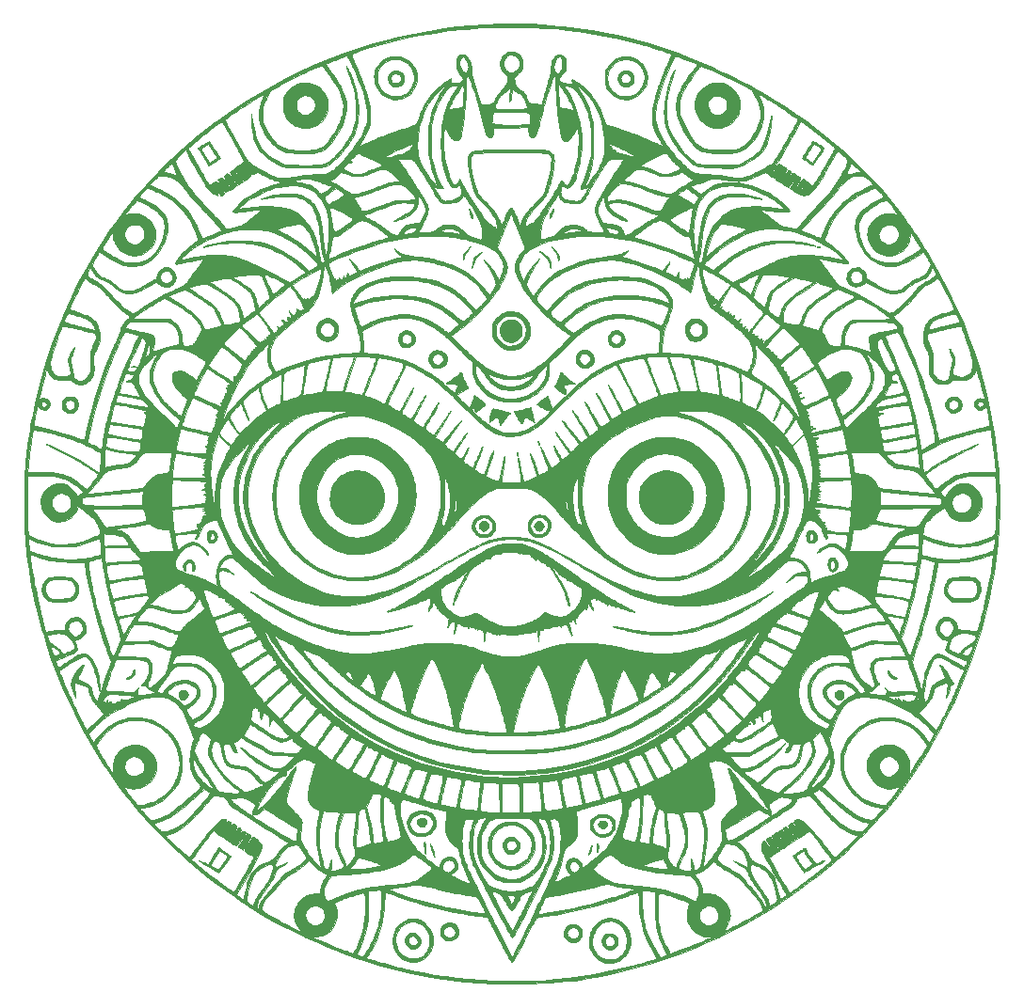
<source format=gbr>
%TF.GenerationSoftware,KiCad,Pcbnew,7.0.1*%
%TF.CreationDate,2023-09-06T21:52:52-07:00*%
%TF.ProjectId,flower_05,666c6f77-6572-45f3-9035-2e6b69636164,rev?*%
%TF.SameCoordinates,Original*%
%TF.FileFunction,Copper,L1,Top*%
%TF.FilePolarity,Positive*%
%FSLAX46Y46*%
G04 Gerber Fmt 4.6, Leading zero omitted, Abs format (unit mm)*
G04 Created by KiCad (PCBNEW 7.0.1) date 2023-09-06 21:52:52*
%MOMM*%
%LPD*%
G01*
G04 APERTURE LIST*
%TA.AperFunction,EtchedComponent*%
%ADD10C,0.010000*%
%TD*%
G04 APERTURE END LIST*
%TO.C,G\u002A\u002A\u002A*%
D10*
X54494022Y-29570005D02*
X55542905Y-29570005D01*
X55593206Y-29703127D01*
X55613838Y-29754288D01*
X55649337Y-29838463D01*
X55697265Y-29950034D01*
X55755186Y-30083379D01*
X55820660Y-30232879D01*
X55891251Y-30392913D01*
X55942465Y-30508335D01*
X56102805Y-30872179D01*
X56245506Y-31203567D01*
X56372542Y-31507562D01*
X56485881Y-31789226D01*
X56587497Y-32053623D01*
X56679359Y-32305813D01*
X56763439Y-32550861D01*
X56841708Y-32793828D01*
X56876870Y-32908156D01*
X56987900Y-33291211D01*
X57078830Y-33643052D01*
X57150643Y-33969174D01*
X57204322Y-34275072D01*
X57240852Y-34566242D01*
X57261215Y-34848180D01*
X57266547Y-35085584D01*
X57265547Y-35240299D01*
X57261958Y-35363717D01*
X57254914Y-35466840D01*
X57243552Y-35560668D01*
X57227007Y-35656203D01*
X57218319Y-35699417D01*
X57125784Y-36063847D01*
X57000187Y-36419603D01*
X56839161Y-36772258D01*
X56640339Y-37127387D01*
X56552427Y-37267167D01*
X56484802Y-37373208D01*
X56420624Y-37476761D01*
X56365773Y-37568134D01*
X56326131Y-37637634D01*
X56316153Y-37656539D01*
X56258998Y-37769328D01*
X56334854Y-37757019D01*
X56374832Y-37744729D01*
X56446709Y-37716765D01*
X56544233Y-37675799D01*
X56661153Y-37624502D01*
X56791217Y-37565548D01*
X56829071Y-37547953D01*
X61493066Y-37547953D01*
X61500452Y-37930670D01*
X61530577Y-38295476D01*
X61583334Y-38636234D01*
X61652795Y-38926802D01*
X61694578Y-39050411D01*
X61755376Y-39200288D01*
X61830943Y-39367335D01*
X61917034Y-39542449D01*
X62009404Y-39716531D01*
X62075303Y-39832520D01*
X62189464Y-40021738D01*
X62313746Y-40217791D01*
X62444135Y-40415031D01*
X62576616Y-40607811D01*
X62707175Y-40790483D01*
X62831798Y-40957400D01*
X62946470Y-41102914D01*
X63047178Y-41221378D01*
X63109455Y-41287417D01*
X63171314Y-41348311D01*
X63209458Y-41382459D01*
X63230122Y-41393028D01*
X63239541Y-41383189D01*
X63243951Y-41356111D01*
X63243988Y-41355795D01*
X63239584Y-41314820D01*
X63222815Y-41243372D01*
X63196168Y-41150622D01*
X63162127Y-41045740D01*
X63152201Y-41017128D01*
X63049896Y-40722491D01*
X62962397Y-40461877D01*
X62888131Y-40230272D01*
X62825527Y-40022661D01*
X62773012Y-39834030D01*
X62736990Y-39692519D01*
X62610509Y-39092710D01*
X62519803Y-38483245D01*
X62464991Y-37869114D01*
X62457069Y-37610451D01*
X62701582Y-37610451D01*
X62704094Y-37833717D01*
X62709348Y-38035293D01*
X62716802Y-38196216D01*
X62739253Y-38483174D01*
X62772476Y-38759743D01*
X62818183Y-39034149D01*
X62878084Y-39314618D01*
X62953891Y-39609379D01*
X63047315Y-39926657D01*
X63130768Y-40186750D01*
X63224093Y-40458404D01*
X63312626Y-40692598D01*
X63398447Y-40893646D01*
X63483638Y-41065859D01*
X63570280Y-41213551D01*
X63660456Y-41341033D01*
X63725695Y-41419321D01*
X63779154Y-41482327D01*
X63819346Y-41535394D01*
X63839418Y-41569287D01*
X63840500Y-41574043D01*
X63821106Y-41588707D01*
X63768255Y-41595497D01*
X63689944Y-41595124D01*
X63594168Y-41588299D01*
X63488926Y-41575733D01*
X63382213Y-41558137D01*
X63282026Y-41536222D01*
X63220846Y-41518942D01*
X63117348Y-41488586D01*
X63048783Y-41476347D01*
X63011088Y-41483864D01*
X63000202Y-41512782D01*
X63012062Y-41564740D01*
X63024600Y-41598243D01*
X63065656Y-41686534D01*
X63126157Y-41797767D01*
X63201052Y-41924265D01*
X63285292Y-42058356D01*
X63373824Y-42192364D01*
X63461600Y-42318614D01*
X63543569Y-42429432D01*
X63614680Y-42517143D01*
X63662336Y-42567356D01*
X63726374Y-42620904D01*
X63790184Y-42665601D01*
X63825794Y-42685102D01*
X63907605Y-42706105D01*
X64022314Y-42714587D01*
X64162453Y-42710782D01*
X64320553Y-42694929D01*
X64489147Y-42667261D01*
X64507781Y-42663553D01*
X64758758Y-42603970D01*
X64969473Y-42534089D01*
X65141097Y-42452298D01*
X65274802Y-42356985D01*
X65371758Y-42246536D01*
X65433136Y-42119338D01*
X65460108Y-41973780D01*
X65453845Y-41808248D01*
X65415517Y-41621129D01*
X65370096Y-41476037D01*
X65337547Y-41392945D01*
X65307143Y-41332976D01*
X65283115Y-41304237D01*
X65279834Y-41303014D01*
X65247866Y-41312012D01*
X65194599Y-41341365D01*
X65131667Y-41384645D01*
X65046294Y-41445584D01*
X64979096Y-41483173D01*
X64917052Y-41502680D01*
X64847138Y-41509371D01*
X64822529Y-41509667D01*
X64713752Y-41494244D01*
X64611819Y-41446515D01*
X64514416Y-41364293D01*
X64419231Y-41245387D01*
X64323950Y-41087611D01*
X64274384Y-40991084D01*
X64183690Y-40789718D01*
X64097799Y-40564635D01*
X64015593Y-40312127D01*
X63935953Y-40028483D01*
X63857762Y-39709995D01*
X63779901Y-39352952D01*
X63778599Y-39346650D01*
X63694838Y-38857778D01*
X63640022Y-38342301D01*
X63614062Y-37798866D01*
X63616260Y-37350417D01*
X63836806Y-37350417D01*
X63839495Y-37634130D01*
X63847653Y-37887653D01*
X63862230Y-38122884D01*
X63884175Y-38351725D01*
X63914436Y-38586076D01*
X63953962Y-38837836D01*
X63956716Y-38854149D01*
X64013896Y-39165475D01*
X64077968Y-39467349D01*
X64147822Y-39756656D01*
X64222349Y-40030284D01*
X64300440Y-40285118D01*
X64380985Y-40518043D01*
X64462875Y-40725946D01*
X64545001Y-40905713D01*
X64626253Y-41054229D01*
X64705521Y-41168381D01*
X64781698Y-41245054D01*
X64816402Y-41267406D01*
X64851688Y-41283313D01*
X64879716Y-41283774D01*
X64912490Y-41264476D01*
X64962013Y-41221109D01*
X64972702Y-41211272D01*
X65034154Y-41148802D01*
X65089480Y-41082851D01*
X65114689Y-41046725D01*
X65152500Y-40985432D01*
X65200484Y-40908641D01*
X65233698Y-40855975D01*
X65305905Y-40742032D01*
X65542586Y-41205225D01*
X65663318Y-41437025D01*
X65784372Y-41659720D01*
X65909233Y-41878963D01*
X66041385Y-42100407D01*
X66184314Y-42329705D01*
X66341504Y-42572509D01*
X66516440Y-42834473D01*
X66712607Y-43121249D01*
X66813330Y-43266500D01*
X66898779Y-43390396D01*
X66999020Y-43537558D01*
X67105793Y-43695745D01*
X67210836Y-43852718D01*
X67305888Y-43996236D01*
X67306225Y-43996750D01*
X67416368Y-44163407D01*
X67506862Y-44298138D01*
X67580707Y-44404779D01*
X67640906Y-44487167D01*
X67690459Y-44549140D01*
X67732368Y-44594534D01*
X67769635Y-44627188D01*
X67805261Y-44650937D01*
X67826909Y-44662417D01*
X67886396Y-44697703D01*
X67962035Y-44750880D01*
X68038746Y-44811259D01*
X68048468Y-44819470D01*
X68124031Y-44879054D01*
X68200756Y-44931662D01*
X68263640Y-44967116D01*
X68270718Y-44970229D01*
X68359550Y-45008572D01*
X68421913Y-45041076D01*
X68470920Y-45076924D01*
X68519682Y-45125299D01*
X68564608Y-45176050D01*
X68617253Y-45232734D01*
X68660757Y-45272133D01*
X68687147Y-45287203D01*
X68689736Y-45286638D01*
X68700994Y-45260192D01*
X68707686Y-45206673D01*
X68708521Y-45175543D01*
X68695922Y-45041788D01*
X68660795Y-44881290D01*
X68606025Y-44701159D01*
X68534500Y-44508507D01*
X68449105Y-44310446D01*
X68352726Y-44114086D01*
X68248251Y-43926540D01*
X68138566Y-43754918D01*
X68122676Y-43732167D01*
X68058836Y-43648193D01*
X67974426Y-43548358D01*
X67866969Y-43429966D01*
X67733984Y-43290325D01*
X67572991Y-43126739D01*
X67479748Y-43033667D01*
X67354317Y-42907772D01*
X67234200Y-42784750D01*
X67123923Y-42669423D01*
X67028013Y-42566613D01*
X66950997Y-42481139D01*
X66897401Y-42417823D01*
X66880087Y-42394968D01*
X66768516Y-42213455D01*
X66659229Y-41991681D01*
X66553012Y-41731693D01*
X66450650Y-41435537D01*
X66352930Y-41105259D01*
X66285899Y-40847532D01*
X66177620Y-40355286D01*
X66101353Y-39885323D01*
X66056481Y-39432958D01*
X66044067Y-39053261D01*
X66253500Y-39053261D01*
X66260557Y-39233312D01*
X66281097Y-39447592D01*
X66314175Y-39690533D01*
X66358848Y-39956566D01*
X66414168Y-40240122D01*
X66479193Y-40535632D01*
X66552977Y-40837526D01*
X66562494Y-40874378D01*
X66640638Y-41164220D01*
X66714619Y-41415217D01*
X66785602Y-41630519D01*
X66854756Y-41813278D01*
X66923249Y-41966645D01*
X66992247Y-42093769D01*
X67042862Y-42170773D01*
X67128968Y-42281615D01*
X67242476Y-42413327D01*
X67377921Y-42560101D01*
X67529837Y-42716127D01*
X67692759Y-42875595D01*
X67806720Y-42982736D01*
X67997231Y-43165161D01*
X68162022Y-43338237D01*
X68307807Y-43510837D01*
X68441300Y-43691832D01*
X68569213Y-43890094D01*
X68698262Y-44114496D01*
X68782823Y-44272626D01*
X68872369Y-44443708D01*
X68944430Y-44580650D01*
X69001038Y-44686877D01*
X69044226Y-44765815D01*
X69076028Y-44820887D01*
X69098477Y-44855519D01*
X69113606Y-44873137D01*
X69123449Y-44877164D01*
X69130037Y-44871027D01*
X69133483Y-44863353D01*
X69145972Y-44832317D01*
X69172069Y-44768449D01*
X69209192Y-44678031D01*
X69254759Y-44567345D01*
X69306189Y-44442676D01*
X69328638Y-44388334D01*
X69438861Y-44124351D01*
X69535560Y-43898545D01*
X69618579Y-43711269D01*
X69687758Y-43562873D01*
X69742938Y-43453709D01*
X69775680Y-43396780D01*
X69832643Y-43331490D01*
X69893667Y-43307049D01*
X69955954Y-43323969D01*
X69994923Y-43356459D01*
X70032681Y-43409119D01*
X70083972Y-43500579D01*
X70148277Y-43629705D01*
X70225080Y-43795361D01*
X70313862Y-43996413D01*
X70414106Y-44231728D01*
X70525295Y-44500171D01*
X70593863Y-44668792D01*
X70630984Y-44758208D01*
X70663114Y-44831104D01*
X70686702Y-44879716D01*
X70697954Y-44896334D01*
X70710642Y-44878272D01*
X70738772Y-44827974D01*
X70779269Y-44751274D01*
X70829059Y-44654005D01*
X70885066Y-44541999D01*
X70889498Y-44533032D01*
X70979704Y-44353346D01*
X71063414Y-44194509D01*
X71144481Y-44051342D01*
X71226760Y-43918669D01*
X71314105Y-43791311D01*
X71410371Y-43664089D01*
X71519412Y-43531828D01*
X71645082Y-43389349D01*
X71791236Y-43231473D01*
X71961728Y-43053024D01*
X72088168Y-42922785D01*
X72213888Y-42792975D01*
X72334333Y-42666978D01*
X72445197Y-42549419D01*
X72542173Y-42444926D01*
X72620955Y-42358127D01*
X72677234Y-42293649D01*
X72700551Y-42264788D01*
X72768820Y-42167722D01*
X72829341Y-42066506D01*
X72885626Y-41953516D01*
X72941189Y-41821128D01*
X72999544Y-41661719D01*
X73055375Y-41494948D01*
X73151345Y-41182180D01*
X73239424Y-40860678D01*
X73318377Y-40536837D01*
X73386969Y-40217053D01*
X73443965Y-39907721D01*
X73488128Y-39615237D01*
X73518224Y-39345994D01*
X73533017Y-39106389D01*
X73534369Y-39015350D01*
X73529519Y-38869160D01*
X73513025Y-38749410D01*
X73481057Y-38653091D01*
X73429789Y-38577196D01*
X73355392Y-38518715D01*
X73254040Y-38474640D01*
X73121905Y-38441964D01*
X72955160Y-38417677D01*
X72749976Y-38398772D01*
X72749896Y-38398766D01*
X72663116Y-38394031D01*
X72535998Y-38389892D01*
X72370534Y-38386350D01*
X72168716Y-38383409D01*
X71932534Y-38381074D01*
X71663981Y-38379346D01*
X71365049Y-38378230D01*
X71037728Y-38377729D01*
X70684010Y-38377846D01*
X70305886Y-38378585D01*
X69905350Y-38379949D01*
X69484391Y-38381941D01*
X69045001Y-38384565D01*
X68589173Y-38387824D01*
X68194624Y-38391058D01*
X66572754Y-38405116D01*
X66461870Y-38541783D01*
X66376703Y-38652032D01*
X66317783Y-38744133D01*
X66280637Y-38829065D01*
X66260792Y-38917808D01*
X66253775Y-39021341D01*
X66253500Y-39053261D01*
X66044067Y-39053261D01*
X66042371Y-39001417D01*
X66044095Y-38854387D01*
X66050786Y-38741153D01*
X66065337Y-38653230D01*
X66090640Y-38582130D01*
X66129590Y-38519368D01*
X66185079Y-38456457D01*
X66249166Y-38394903D01*
X66311758Y-38340647D01*
X66374233Y-38296225D01*
X66442086Y-38260200D01*
X66520810Y-38231132D01*
X66615900Y-38207581D01*
X66732848Y-38188110D01*
X66877149Y-38171279D01*
X67054296Y-38155649D01*
X67206000Y-38144278D01*
X67432273Y-38130372D01*
X67696613Y-38118114D01*
X67994786Y-38107543D01*
X68322556Y-38098697D01*
X68675688Y-38091614D01*
X69049948Y-38086332D01*
X69441100Y-38082890D01*
X69844910Y-38081324D01*
X70257141Y-38081675D01*
X70673560Y-38083979D01*
X71089930Y-38088275D01*
X71502017Y-38094601D01*
X71873250Y-38102237D01*
X72155906Y-38109289D01*
X72399604Y-38116504D01*
X72607721Y-38124110D01*
X72783633Y-38132335D01*
X72930716Y-38141408D01*
X73052345Y-38151557D01*
X73151897Y-38163011D01*
X73232748Y-38175998D01*
X73298273Y-38190748D01*
X73333184Y-38201040D01*
X73422675Y-38244657D01*
X73519101Y-38314711D01*
X73609875Y-38400076D01*
X73682410Y-38489626D01*
X73707702Y-38532095D01*
X73744152Y-38634978D01*
X73768605Y-38774010D01*
X73781271Y-38944804D01*
X73782359Y-39142977D01*
X73772082Y-39364140D01*
X73750648Y-39603910D01*
X73718270Y-39857900D01*
X73675157Y-40121724D01*
X73621520Y-40390997D01*
X73617583Y-40409000D01*
X73572752Y-40601219D01*
X73519885Y-40808525D01*
X73461057Y-41024170D01*
X73398338Y-41241407D01*
X73333801Y-41453488D01*
X73269520Y-41653666D01*
X73207566Y-41835194D01*
X73150013Y-41991323D01*
X73098932Y-42115306D01*
X73082657Y-42150502D01*
X73037010Y-42238379D01*
X72983917Y-42325789D01*
X72919752Y-42417206D01*
X72840892Y-42517107D01*
X72743712Y-42629966D01*
X72624587Y-42760257D01*
X72479893Y-42912458D01*
X72392628Y-43002480D01*
X72124321Y-43286047D01*
X71891679Y-43549709D01*
X71693804Y-43794899D01*
X71529797Y-44023047D01*
X71398759Y-44235585D01*
X71299792Y-44433945D01*
X71231997Y-44619556D01*
X71194475Y-44793851D01*
X71185648Y-44925021D01*
X71185963Y-45076250D01*
X71259196Y-44991584D01*
X71304226Y-44943450D01*
X71332162Y-44925710D01*
X71350260Y-44934129D01*
X71352446Y-44937190D01*
X71369126Y-44948583D01*
X71397544Y-44940462D01*
X71445020Y-44909495D01*
X71491919Y-44873690D01*
X71598838Y-44790497D01*
X71677392Y-44731455D01*
X71731884Y-44693791D01*
X71766615Y-44674732D01*
X71785889Y-44671504D01*
X71793417Y-44679375D01*
X71809408Y-44701244D01*
X71836988Y-44699389D01*
X71880204Y-44671386D01*
X71943102Y-44614812D01*
X72005429Y-44552375D01*
X72085228Y-44468771D01*
X72160125Y-44386335D01*
X72235415Y-44298634D01*
X72316396Y-44199241D01*
X72408363Y-44081723D01*
X72516613Y-43939651D01*
X72585109Y-43848584D01*
X73008952Y-43264725D01*
X73395440Y-42693364D01*
X73746557Y-42131363D01*
X73859958Y-41933000D01*
X74370917Y-41933000D01*
X74375370Y-42068088D01*
X74391598Y-42172360D01*
X74423906Y-42256669D01*
X74476599Y-42331868D01*
X74553981Y-42408810D01*
X74562710Y-42416550D01*
X74662299Y-42485118D01*
X74794444Y-42547898D01*
X74951182Y-42603493D01*
X75124548Y-42650505D01*
X75306580Y-42687539D01*
X75489314Y-42713196D01*
X75664787Y-42726081D01*
X75825035Y-42724796D01*
X75962096Y-42707945D01*
X76057904Y-42678822D01*
X76127462Y-42636838D01*
X76204730Y-42567891D01*
X76292087Y-42469246D01*
X76391911Y-42338166D01*
X76506582Y-42171917D01*
X76531587Y-42134084D01*
X76605198Y-42018159D01*
X76675736Y-41900036D01*
X76739577Y-41786504D01*
X76793099Y-41684356D01*
X76832679Y-41600383D01*
X76854692Y-41541376D01*
X76858000Y-41522224D01*
X76855222Y-41502579D01*
X76842552Y-41492748D01*
X76813486Y-41493531D01*
X76761517Y-41505723D01*
X76680143Y-41530123D01*
X76608829Y-41552769D01*
X76463838Y-41596493D01*
X76353404Y-41623198D01*
X76273549Y-41633399D01*
X76220297Y-41627606D01*
X76189989Y-41606772D01*
X76175789Y-41573581D01*
X76177474Y-41528867D01*
X76196903Y-41466603D01*
X76235931Y-41380762D01*
X76293536Y-41270626D01*
X76380430Y-41094291D01*
X76470454Y-40882101D01*
X76561793Y-40640245D01*
X76652630Y-40374911D01*
X76741149Y-40092287D01*
X76825533Y-39798562D01*
X76903966Y-39499924D01*
X76974631Y-39202561D01*
X77035713Y-38912662D01*
X77085395Y-38636415D01*
X77105584Y-38504000D01*
X77117806Y-38390286D01*
X77127839Y-38240954D01*
X77135685Y-38062661D01*
X77141344Y-37862066D01*
X77144816Y-37645827D01*
X77146104Y-37420601D01*
X77145209Y-37193047D01*
X77142130Y-36969823D01*
X77136870Y-36757588D01*
X77129428Y-36562998D01*
X77119808Y-36392713D01*
X77108008Y-36253390D01*
X77105241Y-36228584D01*
X77065181Y-35918058D01*
X77020726Y-35639432D01*
X76969206Y-35383255D01*
X76907951Y-35140075D01*
X76834291Y-34900439D01*
X76745558Y-34654898D01*
X76639080Y-34393998D01*
X76512189Y-34108288D01*
X76496966Y-34075150D01*
X76327708Y-33724074D01*
X76162707Y-33415002D01*
X76001886Y-33147827D01*
X75845171Y-32922442D01*
X75692483Y-32738741D01*
X75543748Y-32596616D01*
X75398887Y-32495961D01*
X75351908Y-32471821D01*
X75294696Y-32450081D01*
X75213166Y-32425577D01*
X75115963Y-32400177D01*
X75112034Y-32399256D01*
X75892005Y-32399256D01*
X75915004Y-32458431D01*
X75962412Y-32549309D01*
X76034602Y-32672606D01*
X76123277Y-32815375D01*
X76219196Y-32967511D01*
X76296848Y-33092693D01*
X76361112Y-33199413D01*
X76416868Y-33296163D01*
X76468993Y-33391435D01*
X76522368Y-33493720D01*
X76581871Y-33611511D01*
X76589713Y-33627206D01*
X76769693Y-34009602D01*
X76927002Y-34389073D01*
X77059688Y-34759940D01*
X77165799Y-35116527D01*
X77243385Y-35453157D01*
X77270027Y-35606678D01*
X77287343Y-35748711D01*
X77301963Y-35927352D01*
X77313887Y-36136963D01*
X77323113Y-36371906D01*
X77329641Y-36626540D01*
X77333470Y-36895228D01*
X77334599Y-37172331D01*
X77333028Y-37452209D01*
X77328756Y-37729224D01*
X77321782Y-37997738D01*
X77312106Y-38252111D01*
X77299726Y-38486704D01*
X77284642Y-38695880D01*
X77270457Y-38842667D01*
X77230515Y-39154670D01*
X77180870Y-39451652D01*
X77119351Y-39741931D01*
X77043788Y-40033825D01*
X76952012Y-40335655D01*
X76841853Y-40655737D01*
X76711139Y-41002391D01*
X76698984Y-41033417D01*
X76653196Y-41150300D01*
X76612460Y-41254888D01*
X76579449Y-41340267D01*
X76556839Y-41399522D01*
X76547528Y-41425000D01*
X76555638Y-41425667D01*
X76586798Y-41399537D01*
X76636196Y-41351690D01*
X76699024Y-41287202D01*
X76770470Y-41211152D01*
X76845725Y-41128619D01*
X76919979Y-41044680D01*
X76988422Y-40964414D01*
X77018687Y-40927584D01*
X77223202Y-40663683D01*
X77418434Y-40390000D01*
X77600972Y-40112329D01*
X77767406Y-39836467D01*
X77914325Y-39568210D01*
X78038319Y-39313352D01*
X78135977Y-39077690D01*
X78176998Y-38959084D01*
X78220644Y-38815563D01*
X78255177Y-38685209D01*
X78281594Y-38559992D01*
X78300894Y-38431882D01*
X78314075Y-38292851D01*
X78322132Y-38134869D01*
X78326065Y-37949907D01*
X78326902Y-37752584D01*
X78321802Y-37587495D01*
X78682266Y-37587495D01*
X78700005Y-37612714D01*
X78749740Y-37656164D01*
X78774626Y-37675842D01*
X78842104Y-37732780D01*
X78876989Y-37774431D01*
X78883662Y-37806117D01*
X78883266Y-37807799D01*
X78890328Y-37847667D01*
X78920520Y-37904932D01*
X78965852Y-37968289D01*
X79018335Y-38026435D01*
X79064987Y-38064907D01*
X79123750Y-38091179D01*
X79188475Y-38105549D01*
X79241096Y-38117510D01*
X79263998Y-38145224D01*
X79267133Y-38159675D01*
X79292415Y-38210724D01*
X79349424Y-38267507D01*
X79429467Y-38323167D01*
X79523852Y-38370848D01*
X79546167Y-38379773D01*
X79610039Y-38400311D01*
X79704099Y-38425815D01*
X79816937Y-38453396D01*
X79937141Y-38480168D01*
X79969500Y-38486907D01*
X80101763Y-38516117D01*
X80241270Y-38550460D01*
X80372266Y-38585855D01*
X80478998Y-38618220D01*
X80488084Y-38621252D01*
X80600291Y-38657912D01*
X80682365Y-38680541D01*
X80743728Y-38690189D01*
X80793802Y-38687907D01*
X80842010Y-38674747D01*
X80869763Y-38663830D01*
X80917089Y-38639940D01*
X80941558Y-38619528D01*
X80942512Y-38616205D01*
X80922906Y-38586110D01*
X80868517Y-38541442D01*
X80783438Y-38484393D01*
X80671759Y-38417155D01*
X80537571Y-38341919D01*
X80384965Y-38260875D01*
X80218032Y-38176217D01*
X80040863Y-38090134D01*
X79857549Y-38004820D01*
X79672180Y-37922464D01*
X79551987Y-37871332D01*
X79423304Y-37819171D01*
X79287770Y-37766934D01*
X79151899Y-37716854D01*
X79022205Y-37671163D01*
X78905200Y-37632095D01*
X78807398Y-37601881D01*
X78735314Y-37582755D01*
X78695459Y-37576949D01*
X78693767Y-37577141D01*
X78682266Y-37587495D01*
X78321802Y-37587495D01*
X78308811Y-37167017D01*
X78255647Y-36605050D01*
X78167418Y-36066706D01*
X78044132Y-35552013D01*
X77885797Y-35060996D01*
X77692422Y-34593679D01*
X77464014Y-34150090D01*
X77200582Y-33730253D01*
X76941201Y-33382211D01*
X76862846Y-33288907D01*
X76769613Y-33184473D01*
X76665476Y-33072741D01*
X76554406Y-32957544D01*
X76440377Y-32842713D01*
X76327361Y-32732082D01*
X76219332Y-32629482D01*
X76120261Y-32538746D01*
X76034121Y-32463707D01*
X75964886Y-32408197D01*
X75916527Y-32376048D01*
X75893044Y-32371067D01*
X75892005Y-32399256D01*
X75112034Y-32399256D01*
X75011730Y-32375748D01*
X74909108Y-32354157D01*
X74816741Y-32337271D01*
X74743273Y-32326958D01*
X74697345Y-32325085D01*
X74687093Y-32328185D01*
X74694177Y-32348189D01*
X74720166Y-32394014D01*
X74759870Y-32456674D01*
X74770480Y-32472647D01*
X75072183Y-32958934D01*
X75344897Y-33472422D01*
X75586333Y-34007458D01*
X75794205Y-34558391D01*
X75966223Y-35119572D01*
X76100099Y-35685348D01*
X76126276Y-35821058D01*
X76200978Y-36279836D01*
X76251536Y-36720276D01*
X76277848Y-37150348D01*
X76279814Y-37578023D01*
X76257333Y-38011271D01*
X76210304Y-38458063D01*
X76138628Y-38926368D01*
X76083315Y-39223189D01*
X76019523Y-39528050D01*
X75950876Y-39823204D01*
X75878836Y-40103609D01*
X75804865Y-40364222D01*
X75730426Y-40599999D01*
X75656982Y-40805898D01*
X75585995Y-40976877D01*
X75557158Y-41037276D01*
X75458820Y-41204428D01*
X75349029Y-41339609D01*
X75230839Y-41441206D01*
X75107299Y-41507602D01*
X74981464Y-41537184D01*
X74856384Y-41528337D01*
X74735110Y-41479448D01*
X74728630Y-41475576D01*
X74634308Y-41418269D01*
X74569581Y-41380200D01*
X74527664Y-41358960D01*
X74501773Y-41352138D01*
X74485122Y-41357326D01*
X74470926Y-41372112D01*
X74463423Y-41381388D01*
X74433744Y-41439343D01*
X74408303Y-41531485D01*
X74388453Y-41649765D01*
X74375540Y-41786135D01*
X74370917Y-41932547D01*
X74370917Y-41933000D01*
X73859958Y-41933000D01*
X73860217Y-41932547D01*
X74064289Y-41575581D01*
X74274111Y-41176292D01*
X74326890Y-41074111D01*
X74374043Y-40986744D01*
X74411964Y-40920569D01*
X74437049Y-40881963D01*
X74444646Y-40874667D01*
X74465257Y-40890144D01*
X74504238Y-40931280D01*
X74554215Y-40990128D01*
X74569689Y-41009346D01*
X74656624Y-41112337D01*
X74738044Y-41197048D01*
X74808799Y-41258771D01*
X74863738Y-41292797D01*
X74885417Y-41298000D01*
X74940413Y-41282654D01*
X75010944Y-41241830D01*
X75086409Y-41183355D01*
X75156205Y-41115054D01*
X75191155Y-41072335D01*
X75288293Y-40918219D01*
X75382914Y-40725913D01*
X75474155Y-40499527D01*
X75561151Y-40243173D01*
X75643039Y-39960961D01*
X75718955Y-39657002D01*
X75788035Y-39335408D01*
X75849415Y-39000288D01*
X75902231Y-38655754D01*
X75945619Y-38305916D01*
X75978716Y-37954886D01*
X76000658Y-37606774D01*
X76010580Y-37265691D01*
X76011087Y-37170500D01*
X76007481Y-36953099D01*
X75997144Y-36754599D01*
X75980638Y-36579302D01*
X75958529Y-36431510D01*
X75931381Y-36315528D01*
X75899759Y-36235657D01*
X75885672Y-36214397D01*
X75847404Y-36167138D01*
X75784060Y-36236491D01*
X75749950Y-36281859D01*
X75702924Y-36355236D01*
X75648997Y-36446764D01*
X75594183Y-36546588D01*
X75590187Y-36554167D01*
X75480884Y-36754753D01*
X75382216Y-36919246D01*
X75291183Y-37051631D01*
X75204783Y-37155892D01*
X75120018Y-37236014D01*
X75033886Y-37295981D01*
X75029865Y-37298307D01*
X74914096Y-37348473D01*
X74807882Y-37358535D01*
X74706645Y-37327882D01*
X74605804Y-37255902D01*
X74588281Y-37239424D01*
X74531358Y-37169679D01*
X74486471Y-37089470D01*
X74477467Y-37066059D01*
X74439693Y-36935491D01*
X74399431Y-36766927D01*
X74357370Y-36564585D01*
X74314200Y-36332684D01*
X74270609Y-36075441D01*
X74227287Y-35797075D01*
X74184923Y-35501803D01*
X74144207Y-35193844D01*
X74105828Y-34877416D01*
X74076024Y-34609334D01*
X74042031Y-34273520D01*
X74013689Y-33954877D01*
X73990301Y-33642554D01*
X73971173Y-33325700D01*
X73955608Y-32993465D01*
X73942911Y-32634998D01*
X73937628Y-32450334D01*
X73930953Y-32219710D01*
X73928240Y-32143417D01*
X74167160Y-32143417D01*
X74178422Y-32683167D01*
X74183213Y-32866781D01*
X74189922Y-33057374D01*
X74198227Y-33250088D01*
X74207806Y-33440063D01*
X74218336Y-33622441D01*
X74229497Y-33792364D01*
X74240965Y-33944973D01*
X74252418Y-34075409D01*
X74263534Y-34178814D01*
X74273992Y-34250329D01*
X74283469Y-34285095D01*
X74284743Y-34286798D01*
X74313797Y-34299069D01*
X74382597Y-34318486D01*
X74489245Y-34344603D01*
X74631839Y-34376970D01*
X74808481Y-34415140D01*
X74984750Y-34451971D01*
X75171143Y-34489511D01*
X75318739Y-34517147D01*
X75429822Y-34535202D01*
X75506672Y-34544001D01*
X75551574Y-34543867D01*
X75566809Y-34535125D01*
X75566834Y-34534567D01*
X75559696Y-34510938D01*
X75540703Y-34457929D01*
X75513481Y-34385560D01*
X75503622Y-34359942D01*
X75456844Y-34250661D01*
X75391281Y-34114262D01*
X75309934Y-33955834D01*
X75215805Y-33780463D01*
X75111896Y-33593235D01*
X75001209Y-33399238D01*
X74886745Y-33203557D01*
X74771506Y-33011281D01*
X74658493Y-32827494D01*
X74550709Y-32657284D01*
X74451156Y-32505738D01*
X74362834Y-32377942D01*
X74288747Y-32278983D01*
X74245568Y-32228084D01*
X74167160Y-32143417D01*
X73928240Y-32143417D01*
X73924124Y-32027733D01*
X73916809Y-31870718D01*
X73908673Y-31744979D01*
X73899384Y-31646829D01*
X73888608Y-31572584D01*
X73876012Y-31518557D01*
X73861263Y-31481063D01*
X73848190Y-31461091D01*
X73816260Y-31448296D01*
X73776117Y-31476440D01*
X73727950Y-31544974D01*
X73671951Y-31653345D01*
X73608309Y-31801003D01*
X73537215Y-31987398D01*
X73458858Y-32211977D01*
X73373429Y-32474191D01*
X73281119Y-32773487D01*
X73182117Y-33109316D01*
X73076613Y-33481126D01*
X72964799Y-33888366D01*
X72846863Y-34330485D01*
X72812583Y-34461167D01*
X72718702Y-34819578D01*
X72634423Y-35139389D01*
X72558968Y-35423039D01*
X72491562Y-35672970D01*
X72431426Y-35891622D01*
X72377783Y-36081436D01*
X72329857Y-36244851D01*
X72286869Y-36384310D01*
X72248044Y-36502252D01*
X72212603Y-36601117D01*
X72179769Y-36683348D01*
X72148765Y-36751383D01*
X72118814Y-36807663D01*
X72089139Y-36854630D01*
X72058963Y-36894723D01*
X72027508Y-36930383D01*
X72025620Y-36932375D01*
X71982150Y-36972914D01*
X71940351Y-36993458D01*
X71882694Y-37000582D01*
X71842261Y-37001167D01*
X71721994Y-36985118D01*
X71628022Y-36936200D01*
X71558600Y-36853257D01*
X71531262Y-36795368D01*
X71514324Y-36742243D01*
X71502869Y-36680366D01*
X71495992Y-36600617D01*
X71492790Y-36493876D01*
X71492250Y-36401815D01*
X71492250Y-36109380D01*
X69904750Y-36124160D01*
X69649477Y-36126612D01*
X69406727Y-36129091D01*
X69179791Y-36131554D01*
X68971959Y-36133958D01*
X68786524Y-36136261D01*
X68626775Y-36138419D01*
X68496004Y-36140391D01*
X68397502Y-36142134D01*
X68334560Y-36143605D01*
X68310469Y-36144761D01*
X68310333Y-36144818D01*
X68310712Y-36166775D01*
X68317221Y-36221373D01*
X68328673Y-36299555D01*
X68339036Y-36363711D01*
X68358305Y-36506406D01*
X68360925Y-36618202D01*
X68344917Y-36707911D01*
X68308300Y-36784342D01*
X68249097Y-36856308D01*
X68222591Y-36882149D01*
X68123271Y-36957197D01*
X68027192Y-36995112D01*
X67938619Y-36994315D01*
X67927803Y-36991261D01*
X67862897Y-36952751D01*
X67793020Y-36880163D01*
X67724047Y-36780340D01*
X67684117Y-36707381D01*
X67649367Y-36634563D01*
X67616733Y-36558290D01*
X67584936Y-36474180D01*
X67552700Y-36377854D01*
X67518747Y-36264931D01*
X67481800Y-36131028D01*
X67440581Y-35971767D01*
X67393813Y-35782765D01*
X67369461Y-35681381D01*
X68179667Y-35681381D01*
X68190083Y-35705675D01*
X68223000Y-35728127D01*
X68280920Y-35749165D01*
X68366344Y-35769217D01*
X68481777Y-35788711D01*
X68629719Y-35808075D01*
X68812673Y-35827737D01*
X69033141Y-35848124D01*
X69269750Y-35867768D01*
X69505300Y-35882238D01*
X69757469Y-35889110D01*
X70031609Y-35888321D01*
X70333073Y-35879808D01*
X70667214Y-35863506D01*
X70910167Y-35848321D01*
X71055534Y-35838329D01*
X71193600Y-35828427D01*
X71316367Y-35819220D01*
X71415838Y-35811314D01*
X71484015Y-35805314D01*
X71499685Y-35803700D01*
X71612954Y-35791085D01*
X71605324Y-35364251D01*
X71602296Y-35216394D01*
X71598795Y-35104504D01*
X71594189Y-35022216D01*
X71587846Y-34963163D01*
X71579132Y-34920979D01*
X71567415Y-34889300D01*
X71556017Y-34868176D01*
X71501973Y-34804898D01*
X71422663Y-34756861D01*
X71313066Y-34722012D01*
X71168162Y-34698300D01*
X71130575Y-34694328D01*
X71077461Y-34691084D01*
X70989824Y-34688061D01*
X70871883Y-34685273D01*
X70727860Y-34682733D01*
X70561974Y-34680457D01*
X70378447Y-34678457D01*
X70181500Y-34676750D01*
X69975352Y-34675348D01*
X69764224Y-34674266D01*
X69552337Y-34673518D01*
X69343911Y-34673118D01*
X69143168Y-34673081D01*
X68954327Y-34673421D01*
X68781609Y-34674151D01*
X68629235Y-34675287D01*
X68501426Y-34676841D01*
X68402401Y-34678830D01*
X68336382Y-34681265D01*
X68307589Y-34684163D01*
X68306667Y-34684830D01*
X68303989Y-34708377D01*
X68296485Y-34767794D01*
X68284944Y-34856988D01*
X68270157Y-34969870D01*
X68252917Y-35100349D01*
X68243167Y-35173714D01*
X68224881Y-35312353D01*
X68208655Y-35437873D01*
X68195292Y-35543867D01*
X68185593Y-35623928D01*
X68180359Y-35671649D01*
X68179667Y-35681381D01*
X67369461Y-35681381D01*
X67340219Y-35559642D01*
X67300708Y-35392500D01*
X67220379Y-35059844D01*
X67135696Y-34725405D01*
X67047596Y-34392053D01*
X67042494Y-34373496D01*
X68449736Y-34373496D01*
X68542243Y-34399521D01*
X68595056Y-34408735D01*
X68685289Y-34417939D01*
X68808029Y-34426876D01*
X68958365Y-34435287D01*
X69131384Y-34442917D01*
X69322174Y-34449507D01*
X69525822Y-34454801D01*
X69640167Y-34457042D01*
X69707476Y-34457175D01*
X69809973Y-34456027D01*
X69940539Y-34453744D01*
X70092053Y-34450468D01*
X70257394Y-34446345D01*
X70429442Y-34441519D01*
X70476250Y-34440110D01*
X70691543Y-34432833D01*
X70868057Y-34425256D01*
X71009347Y-34417138D01*
X71118966Y-34408235D01*
X71200471Y-34398306D01*
X71257414Y-34387110D01*
X71258532Y-34386817D01*
X71326318Y-34367886D01*
X71375757Y-34352089D01*
X71394240Y-34343982D01*
X71390506Y-34321582D01*
X71373150Y-34266531D01*
X71344672Y-34185320D01*
X71307573Y-34084442D01*
X71264351Y-33970389D01*
X71217508Y-33849652D01*
X71169544Y-33728723D01*
X71122959Y-33614095D01*
X71080254Y-33512259D01*
X71043927Y-33429708D01*
X71033373Y-33406973D01*
X70948884Y-33255362D01*
X70857120Y-33141102D01*
X70759814Y-33066123D01*
X70706242Y-33042858D01*
X70584761Y-32994402D01*
X70449365Y-32925116D01*
X70315997Y-32844180D01*
X70200600Y-32760773D01*
X70167157Y-32732472D01*
X70107013Y-32680175D01*
X70060116Y-32641970D01*
X70034215Y-32624078D01*
X70031614Y-32623672D01*
X70027350Y-32645877D01*
X70019659Y-32702860D01*
X70009442Y-32787287D01*
X69997604Y-32891825D01*
X69990398Y-32958334D01*
X69962099Y-33196105D01*
X69932251Y-33393394D01*
X69900941Y-33549873D01*
X69868255Y-33665213D01*
X69834280Y-33739084D01*
X69799101Y-33771159D01*
X69777708Y-33770305D01*
X69758919Y-33751918D01*
X69747001Y-33711828D01*
X69742100Y-33647113D01*
X69744360Y-33554848D01*
X69753929Y-33432113D01*
X69770950Y-33275983D01*
X69795570Y-33083536D01*
X69821060Y-32899887D01*
X69841298Y-32757122D01*
X69859387Y-32628359D01*
X69874511Y-32519493D01*
X69885856Y-32436420D01*
X69892607Y-32385035D01*
X69894167Y-32370909D01*
X69883367Y-32380446D01*
X69854292Y-32418604D01*
X69811926Y-32478631D01*
X69780676Y-32524605D01*
X69659757Y-32685952D01*
X69533318Y-32814040D01*
X69391644Y-32917734D01*
X69284392Y-32977459D01*
X69134328Y-33066617D01*
X69004721Y-33175456D01*
X68887268Y-33311979D01*
X68794524Y-33449676D01*
X68739765Y-33547131D01*
X68681271Y-33665524D01*
X68622762Y-33795700D01*
X68567956Y-33928503D01*
X68520571Y-34054776D01*
X68484326Y-34165364D01*
X68462939Y-34251110D01*
X68459561Y-34274456D01*
X68449736Y-34373496D01*
X67042494Y-34373496D01*
X66957016Y-34062658D01*
X66864892Y-33740090D01*
X66772161Y-33427219D01*
X66679761Y-33126916D01*
X66588628Y-32842051D01*
X66499699Y-32575494D01*
X66413910Y-32330115D01*
X66332199Y-32108784D01*
X66255503Y-31914372D01*
X66184757Y-31749749D01*
X66120900Y-31617784D01*
X66064868Y-31521348D01*
X66018454Y-31464081D01*
X65991369Y-31444020D01*
X65968292Y-31438646D01*
X65948798Y-31450810D01*
X65932459Y-31483364D01*
X65918849Y-31539158D01*
X65907542Y-31621044D01*
X65898111Y-31731874D01*
X65890129Y-31874497D01*
X65883171Y-32051765D01*
X65876809Y-32266531D01*
X65872505Y-32439750D01*
X65867039Y-32644101D01*
X65860189Y-32855709D01*
X65852317Y-33065889D01*
X65843787Y-33265954D01*
X65834963Y-33447219D01*
X65826208Y-33600997D01*
X65820244Y-33688584D01*
X65794229Y-34013505D01*
X65765043Y-34338938D01*
X65733157Y-34661557D01*
X65699041Y-34978032D01*
X65663165Y-35285038D01*
X65625999Y-35579246D01*
X65588015Y-35857329D01*
X65549680Y-36115960D01*
X65511467Y-36351811D01*
X65473845Y-36561555D01*
X65437284Y-36741865D01*
X65402256Y-36889413D01*
X65369228Y-37000872D01*
X65343161Y-37064595D01*
X65276081Y-37164688D01*
X65191932Y-37230934D01*
X65084466Y-37266841D01*
X64966247Y-37276127D01*
X64818856Y-37255383D01*
X64683038Y-37194548D01*
X64561539Y-37094936D01*
X64541421Y-37073010D01*
X64487688Y-37008038D01*
X64436094Y-36936170D01*
X64382748Y-36850853D01*
X64323763Y-36745530D01*
X64255248Y-36613648D01*
X64184450Y-36471366D01*
X64132707Y-36370076D01*
X64082463Y-36278950D01*
X64038790Y-36206720D01*
X64006765Y-36162121D01*
X64001588Y-36156696D01*
X63948947Y-36107243D01*
X63916759Y-36220830D01*
X63890941Y-36334395D01*
X63870399Y-36475730D01*
X63854926Y-36647756D01*
X63844313Y-36853396D01*
X63838356Y-37095571D01*
X63836806Y-37350417D01*
X63616260Y-37350417D01*
X63616870Y-37226120D01*
X63625285Y-37004278D01*
X63646037Y-36624029D01*
X63671880Y-36279608D01*
X63704036Y-35964687D01*
X63743726Y-35672939D01*
X63792171Y-35398034D01*
X63850593Y-35133645D01*
X63920213Y-34873444D01*
X64002253Y-34611104D01*
X64093344Y-34353281D01*
X64352745Y-34353281D01*
X64354383Y-34398629D01*
X64377426Y-34426340D01*
X64426265Y-34438065D01*
X64505290Y-34435459D01*
X64618891Y-34420176D01*
X64687167Y-34408791D01*
X64773768Y-34394753D01*
X64889422Y-34377301D01*
X65021181Y-34358327D01*
X65156096Y-34339720D01*
X65205642Y-34333120D01*
X65320097Y-34317738D01*
X65418763Y-34303898D01*
X65494476Y-34292651D01*
X65540070Y-34285049D01*
X65550175Y-34282547D01*
X65556933Y-34256712D01*
X65565545Y-34194497D01*
X65575562Y-34101789D01*
X65586538Y-33984481D01*
X65598024Y-33848460D01*
X65609572Y-33699617D01*
X65620733Y-33543841D01*
X65631060Y-33387023D01*
X65640105Y-33235051D01*
X65647419Y-33093816D01*
X65652555Y-32969207D01*
X65654141Y-32916000D01*
X65657602Y-32720351D01*
X65657001Y-32563801D01*
X65652025Y-32443283D01*
X65642361Y-32355729D01*
X65627696Y-32298072D01*
X65607717Y-32267244D01*
X65587171Y-32259834D01*
X65556705Y-32277736D01*
X65507647Y-32329329D01*
X65442224Y-32411443D01*
X65362662Y-32520908D01*
X65271188Y-32654554D01*
X65170026Y-32809211D01*
X65061405Y-32981709D01*
X64947549Y-33168878D01*
X64940553Y-33180584D01*
X64870423Y-33300982D01*
X64794336Y-33436661D01*
X64715577Y-33581261D01*
X64637430Y-33728426D01*
X64563180Y-33871796D01*
X64496110Y-34005016D01*
X64439506Y-34121727D01*
X64396652Y-34215571D01*
X64370832Y-34280191D01*
X64368122Y-34288642D01*
X64352745Y-34353281D01*
X64093344Y-34353281D01*
X64097933Y-34340295D01*
X64181482Y-34122500D01*
X64281058Y-33885771D01*
X64401104Y-33625798D01*
X64536253Y-33352867D01*
X64681135Y-33077265D01*
X64830380Y-32809281D01*
X64978620Y-32559202D01*
X65085967Y-32389493D01*
X65118819Y-32339235D01*
X64843921Y-32347800D01*
X64726759Y-32352238D01*
X64641570Y-32358213D01*
X64577997Y-32367493D01*
X64525682Y-32381841D01*
X64474266Y-32403022D01*
X64448992Y-32415092D01*
X64348888Y-32477770D01*
X64242795Y-32571653D01*
X64128478Y-32699145D01*
X64003700Y-32862648D01*
X63919374Y-32984244D01*
X63673237Y-33366854D01*
X63461058Y-33734449D01*
X63280380Y-34093602D01*
X63128745Y-34450886D01*
X63003698Y-34812875D01*
X62902779Y-35186140D01*
X62823532Y-35577256D01*
X62763500Y-35992795D01*
X62750039Y-36112167D01*
X62736933Y-36263300D01*
X62725676Y-36448733D01*
X62716395Y-36660468D01*
X62709217Y-36890505D01*
X62704271Y-37130847D01*
X62701683Y-37373495D01*
X62701582Y-37610451D01*
X62457069Y-37610451D01*
X62446192Y-37255305D01*
X62463526Y-36646804D01*
X62517111Y-36048601D01*
X62607067Y-35465684D01*
X62632756Y-35335072D01*
X62724075Y-34939230D01*
X62832609Y-34564558D01*
X62961505Y-34203693D01*
X63113909Y-33849276D01*
X63292968Y-33493945D01*
X63501827Y-33130339D01*
X63725495Y-32778417D01*
X63820347Y-32633296D01*
X63891021Y-32520374D01*
X63938226Y-32437609D01*
X63962674Y-32382957D01*
X63965076Y-32354374D01*
X63946144Y-32349816D01*
X63906587Y-32367241D01*
X63858108Y-32397260D01*
X63764465Y-32468162D01*
X63650814Y-32568848D01*
X63521487Y-32694466D01*
X63380816Y-32840165D01*
X63233134Y-33001091D01*
X63082773Y-33172394D01*
X62934067Y-33349222D01*
X62791347Y-33526723D01*
X62658946Y-33700046D01*
X62541197Y-33864338D01*
X62518993Y-33896858D01*
X62374007Y-34132891D01*
X62232694Y-34404893D01*
X62097404Y-34706520D01*
X61970488Y-35031429D01*
X61854299Y-35373277D01*
X61751186Y-35725718D01*
X61663502Y-36082411D01*
X61608395Y-36353698D01*
X61546932Y-36753330D01*
X61508524Y-37153461D01*
X61493066Y-37547953D01*
X56829071Y-37547953D01*
X56887225Y-37520923D01*
X57168586Y-37390801D01*
X57446488Y-37266594D01*
X57725594Y-37146507D01*
X58010569Y-37028742D01*
X58306078Y-36911504D01*
X58616785Y-36792995D01*
X58947354Y-36671419D01*
X59302451Y-36544981D01*
X59686739Y-36411883D01*
X60104883Y-36270329D01*
X60326834Y-36196244D01*
X61395750Y-35840919D01*
X61598816Y-35293918D01*
X61719718Y-34976182D01*
X61833935Y-34693555D01*
X61944414Y-34439920D01*
X62054102Y-34209163D01*
X62165946Y-33995169D01*
X62282894Y-33791824D01*
X62407893Y-33593011D01*
X62447359Y-33533403D01*
X62663422Y-33235648D01*
X62908261Y-32942423D01*
X63174059Y-32661649D01*
X63452998Y-32401246D01*
X63737262Y-32169135D01*
X63929877Y-32031324D01*
X64028641Y-31966312D01*
X64133213Y-31899859D01*
X64237320Y-31835676D01*
X64334693Y-31777474D01*
X64419059Y-31728963D01*
X64484147Y-31693854D01*
X64523686Y-31675857D01*
X64532497Y-31674775D01*
X64532768Y-31698812D01*
X64524347Y-31753959D01*
X64508893Y-31830276D01*
X64500148Y-31868613D01*
X64481975Y-31954002D01*
X64470338Y-32025526D01*
X64466925Y-32071932D01*
X64468294Y-32081084D01*
X64499286Y-32106544D01*
X64564087Y-32122644D01*
X64655360Y-32129979D01*
X64765767Y-32129144D01*
X64887971Y-32120732D01*
X65014635Y-32105338D01*
X65138422Y-32083556D01*
X65251993Y-32055981D01*
X65348012Y-32023206D01*
X65383456Y-32006962D01*
X65477493Y-31943372D01*
X65543137Y-31866145D01*
X65574391Y-31783006D01*
X65576167Y-31758700D01*
X65569963Y-31695785D01*
X65548704Y-31631904D01*
X65508421Y-31559860D01*
X65445143Y-31472453D01*
X65362742Y-31371735D01*
X65247495Y-31224227D01*
X65159572Y-31082819D01*
X65090126Y-30931618D01*
X65043698Y-30798588D01*
X65022308Y-30723830D01*
X65008014Y-30653327D01*
X64999524Y-30575347D01*
X64995545Y-30478159D01*
X64994770Y-30354834D01*
X64995876Y-30242207D01*
X65264705Y-30242207D01*
X65271773Y-30395885D01*
X65288641Y-30487494D01*
X65339161Y-30659002D01*
X65409229Y-30815634D01*
X65494436Y-30950181D01*
X65590373Y-31055432D01*
X65671417Y-31113440D01*
X65752724Y-31135700D01*
X65844078Y-31124750D01*
X65910697Y-31095196D01*
X65988271Y-31024082D01*
X66043176Y-30923035D01*
X66075230Y-30797988D01*
X66084253Y-30654873D01*
X66070063Y-30499623D01*
X66032480Y-30338171D01*
X65971323Y-30176451D01*
X65940625Y-30113790D01*
X65882941Y-30018957D01*
X65812966Y-29926745D01*
X65738505Y-29845553D01*
X65667361Y-29783781D01*
X65607340Y-29749829D01*
X65600637Y-29747865D01*
X65566571Y-29745307D01*
X65533117Y-29760668D01*
X65490367Y-29800133D01*
X65455877Y-29838250D01*
X65354451Y-29972341D01*
X65291496Y-30104009D01*
X65264705Y-30242207D01*
X64995876Y-30242207D01*
X64995973Y-30232354D01*
X64999728Y-30141943D01*
X65007274Y-30073357D01*
X65019851Y-30016351D01*
X65038700Y-29960682D01*
X65044171Y-29946691D01*
X65122982Y-29792494D01*
X65221584Y-29672300D01*
X65337010Y-29587725D01*
X65466295Y-29540384D01*
X65606475Y-29531892D01*
X65749845Y-29562232D01*
X65868510Y-29621477D01*
X65976485Y-29715671D01*
X66075453Y-29846846D01*
X66167103Y-30017034D01*
X66210785Y-30117577D01*
X66279735Y-30306670D01*
X66327210Y-30487553D01*
X66356074Y-30675122D01*
X66369194Y-30884272D01*
X66370421Y-30947500D01*
X66373122Y-31080998D01*
X66378808Y-31186337D01*
X66389234Y-31277676D01*
X66406154Y-31369172D01*
X66431321Y-31474982D01*
X66439907Y-31508417D01*
X66476419Y-31643283D01*
X66522387Y-31802437D01*
X66578542Y-31988197D01*
X66645615Y-32202884D01*
X66724339Y-32448818D01*
X66815445Y-32728317D01*
X66919663Y-33043702D01*
X67000593Y-33286417D01*
X67241312Y-34006084D01*
X67588781Y-34012722D01*
X67756659Y-34014654D01*
X67889043Y-34012220D01*
X67992683Y-34003844D01*
X68074326Y-33987947D01*
X68140721Y-33962955D01*
X68198615Y-33927290D01*
X68254758Y-33879375D01*
X68284429Y-33850181D01*
X68365333Y-33755439D01*
X68449949Y-33634040D01*
X68518064Y-33519250D01*
X68655991Y-33292398D01*
X68825914Y-33054989D01*
X69021834Y-32815129D01*
X69122008Y-32702966D01*
X69264337Y-32542265D01*
X69376696Y-32400693D01*
X69462632Y-32271519D01*
X69525695Y-32148016D01*
X69569433Y-32023454D01*
X69597395Y-31891104D01*
X69610689Y-31776305D01*
X69615398Y-31692268D01*
X69611247Y-31623264D01*
X69594351Y-31561810D01*
X69560822Y-31500419D01*
X69506776Y-31431607D01*
X69428326Y-31347889D01*
X69345228Y-31265000D01*
X69243730Y-31161341D01*
X69168829Y-31075065D01*
X69113677Y-30997602D01*
X69073749Y-30925214D01*
X68990894Y-30709517D01*
X68949715Y-30492473D01*
X68949973Y-30376000D01*
X69269750Y-30376000D01*
X69270974Y-30481885D01*
X69276055Y-30558276D01*
X69287109Y-30617977D01*
X69306252Y-30673790D01*
X69326478Y-30719283D01*
X69414527Y-30863552D01*
X69532424Y-30992607D01*
X69668859Y-31094725D01*
X69711496Y-31118245D01*
X69789357Y-31154639D01*
X69850617Y-31172879D01*
X69914608Y-31177185D01*
X69968663Y-31174375D01*
X70119277Y-31144231D01*
X70212079Y-31106314D01*
X70362361Y-31016707D01*
X70479252Y-30913155D01*
X70569942Y-30787273D01*
X70641621Y-30630675D01*
X70656768Y-30587667D01*
X70690989Y-30429464D01*
X70690754Y-30269809D01*
X70656553Y-30120308D01*
X70634853Y-30068779D01*
X70566216Y-29958119D01*
X70470266Y-29844612D01*
X70359234Y-29740513D01*
X70245356Y-29658080D01*
X70199945Y-29633027D01*
X70046994Y-29578155D01*
X69898087Y-29564406D01*
X69756035Y-29590590D01*
X69623650Y-29655514D01*
X69503743Y-29757988D01*
X69399125Y-29896820D01*
X69345856Y-29995000D01*
X69311410Y-30069345D01*
X69289305Y-30128244D01*
X69276815Y-30185341D01*
X69271214Y-30254280D01*
X69269778Y-30348701D01*
X69269750Y-30376000D01*
X68949973Y-30376000D01*
X68950194Y-30276341D01*
X68992313Y-30063383D01*
X69076054Y-29855859D01*
X69082260Y-29843898D01*
X69197442Y-29664959D01*
X69336210Y-29519520D01*
X69496070Y-29409152D01*
X69674526Y-29335424D01*
X69869083Y-29299907D01*
X69951707Y-29296751D01*
X70166667Y-29315570D01*
X70362652Y-29369932D01*
X70536800Y-29457726D01*
X70686249Y-29576835D01*
X70808135Y-29725145D01*
X70899595Y-29900542D01*
X70941257Y-30027630D01*
X70961185Y-30141373D01*
X70971070Y-30280554D01*
X70970917Y-30429489D01*
X70960731Y-30572494D01*
X70941043Y-30691666D01*
X70911410Y-30796664D01*
X70872590Y-30889490D01*
X70819313Y-30977927D01*
X70746306Y-31069759D01*
X70648302Y-31172770D01*
X70554126Y-31263070D01*
X70436028Y-31376297D01*
X70347439Y-31468942D01*
X70284565Y-31546562D01*
X70243613Y-31614713D01*
X70220790Y-31678952D01*
X70212304Y-31744835D01*
X70211980Y-31764276D01*
X70231145Y-31944692D01*
X70284372Y-32127361D01*
X70366854Y-32304588D01*
X70473784Y-32468677D01*
X70600357Y-32611933D01*
X70741765Y-32726661D01*
X70851294Y-32787838D01*
X70933817Y-32830603D01*
X71004886Y-32881308D01*
X71068481Y-32945420D01*
X71128583Y-33028404D01*
X71189172Y-33135723D01*
X71254231Y-33272845D01*
X71324611Y-33437651D01*
X71388433Y-33588694D01*
X71442460Y-33704815D01*
X71491328Y-33790892D01*
X71539674Y-33851798D01*
X71592137Y-33892410D01*
X71653353Y-33917602D01*
X71727961Y-33932252D01*
X71802247Y-33939806D01*
X71886932Y-33947722D01*
X72001001Y-33959911D01*
X72131890Y-33974955D01*
X72267033Y-33991436D01*
X72323841Y-33998678D01*
X72439367Y-34013118D01*
X72539202Y-34024627D01*
X72616248Y-34032465D01*
X72663411Y-34035894D01*
X72674847Y-34035270D01*
X72681928Y-34013030D01*
X72697343Y-33956975D01*
X72719163Y-33874360D01*
X72745458Y-33772442D01*
X72760847Y-33711904D01*
X72787128Y-33612078D01*
X72823535Y-33479712D01*
X72867800Y-33322746D01*
X72917652Y-33149119D01*
X72970824Y-32966771D01*
X73025047Y-32783639D01*
X73048164Y-32706488D01*
X73133032Y-32422741D01*
X73205933Y-32174991D01*
X73267882Y-31958939D01*
X73319898Y-31770291D01*
X73362997Y-31604750D01*
X73398198Y-31458019D01*
X73426518Y-31325802D01*
X73448974Y-31203802D01*
X73466584Y-31087723D01*
X73480365Y-30973269D01*
X73491334Y-30856143D01*
X73493881Y-30824348D01*
X73500009Y-30774862D01*
X73774467Y-30774862D01*
X73803797Y-30924738D01*
X73864520Y-31046656D01*
X73956805Y-31141021D01*
X74019557Y-31180525D01*
X74099617Y-31213789D01*
X74162500Y-31215584D01*
X74219727Y-31185563D01*
X74233334Y-31174092D01*
X74360749Y-31037888D01*
X74455408Y-30888234D01*
X74491876Y-30801690D01*
X74512494Y-30735894D01*
X74526347Y-30672434D01*
X74534661Y-30600354D01*
X74538665Y-30508697D01*
X74539585Y-30386507D01*
X74539564Y-30376000D01*
X74538345Y-30253290D01*
X74534554Y-30162691D01*
X74526967Y-30094002D01*
X74514358Y-30037023D01*
X74495504Y-29981554D01*
X74490747Y-29969420D01*
X74443322Y-29877065D01*
X74384847Y-29802977D01*
X74322909Y-29755116D01*
X74272992Y-29741000D01*
X74187847Y-29761268D01*
X74103157Y-29818630D01*
X74021918Y-29907923D01*
X73947128Y-30023983D01*
X73881783Y-30161648D01*
X73828881Y-30315754D01*
X73791417Y-30481139D01*
X73776361Y-30596622D01*
X73774467Y-30774862D01*
X73500009Y-30774862D01*
X73531951Y-30516931D01*
X73595812Y-30242404D01*
X73685368Y-30001153D01*
X73701931Y-29965964D01*
X73783520Y-29815444D01*
X73865884Y-29702870D01*
X73954393Y-29624104D01*
X74054415Y-29575008D01*
X74171320Y-29551444D01*
X74244464Y-29547870D01*
X74394188Y-29565920D01*
X74526512Y-29620906D01*
X74639726Y-29710445D01*
X74732124Y-29832156D01*
X74801997Y-29983658D01*
X74847638Y-30162568D01*
X74867339Y-30366506D01*
X74868021Y-30417489D01*
X74851732Y-30655419D01*
X74802086Y-30872781D01*
X74716755Y-31075329D01*
X74593407Y-31268818D01*
X74458587Y-31428690D01*
X74387182Y-31506581D01*
X74325005Y-31577302D01*
X74278754Y-31633045D01*
X74255173Y-31665909D01*
X74230650Y-31752275D01*
X74240866Y-31841931D01*
X74263650Y-31890199D01*
X74322420Y-31947687D01*
X74419574Y-32002515D01*
X74551187Y-32053448D01*
X74713332Y-32099253D01*
X74902085Y-32138696D01*
X75113520Y-32170543D01*
X75180642Y-32178416D01*
X75300318Y-32190515D01*
X75382346Y-32193845D01*
X75431054Y-32185099D01*
X75450773Y-32160973D01*
X75445834Y-32118159D01*
X75420566Y-32053352D01*
X75400981Y-32010190D01*
X75368448Y-31935311D01*
X75344635Y-31872305D01*
X75334145Y-31833497D01*
X75334000Y-31830947D01*
X75349251Y-31792473D01*
X75393286Y-31781036D01*
X75463530Y-31795232D01*
X75557410Y-31833661D01*
X75672350Y-31894921D01*
X75805775Y-31977609D01*
X75955111Y-32080324D01*
X76117783Y-32201664D01*
X76291216Y-32340227D01*
X76332779Y-32374738D01*
X76699000Y-32706343D01*
X77030572Y-33059348D01*
X77326299Y-33432239D01*
X77584981Y-33823502D01*
X77805422Y-34231625D01*
X77810157Y-34241458D01*
X77880208Y-34394630D01*
X77960344Y-34582805D01*
X78048368Y-34800474D01*
X78142083Y-35042125D01*
X78239294Y-35302251D01*
X78302370Y-35476001D01*
X78434917Y-35845251D01*
X79472084Y-36187561D01*
X79954347Y-36348620D01*
X80399144Y-36501220D01*
X80810174Y-36646775D01*
X81191135Y-36786696D01*
X81545729Y-36922397D01*
X81877654Y-37055289D01*
X82190610Y-37186785D01*
X82488298Y-37318297D01*
X82742334Y-37435998D01*
X82854874Y-37488930D01*
X82978497Y-37546435D01*
X83107151Y-37605767D01*
X83234783Y-37664180D01*
X83355340Y-37718927D01*
X83462771Y-37767261D01*
X83551022Y-37806436D01*
X83614041Y-37833706D01*
X83645777Y-37846323D01*
X83647639Y-37846816D01*
X83642476Y-37830843D01*
X83622734Y-37789462D01*
X83611968Y-37768459D01*
X83587044Y-37725162D01*
X83543405Y-37653958D01*
X83485698Y-37562244D01*
X83418571Y-37457415D01*
X83355927Y-37361000D01*
X83145080Y-37016962D01*
X82971095Y-36684497D01*
X82831889Y-36358575D01*
X82725382Y-36034165D01*
X82649495Y-35706237D01*
X82633714Y-35614750D01*
X82622139Y-35512848D01*
X82613852Y-35378975D01*
X82608852Y-35223366D01*
X82607523Y-35093862D01*
X82898998Y-35093862D01*
X82902248Y-35289325D01*
X82912283Y-35467229D01*
X82929200Y-35617687D01*
X82938996Y-35673380D01*
X83020928Y-35990528D01*
X83139364Y-36311831D01*
X83226212Y-36503750D01*
X83353812Y-36751745D01*
X83502688Y-37012133D01*
X83670077Y-37281641D01*
X83853217Y-37556995D01*
X84049343Y-37834921D01*
X84255692Y-38112144D01*
X84469503Y-38385391D01*
X84688011Y-38651387D01*
X84908453Y-38906859D01*
X85128067Y-39148531D01*
X85344089Y-39373131D01*
X85553755Y-39577384D01*
X85754304Y-39758016D01*
X85942972Y-39911753D01*
X86116995Y-40035320D01*
X86273611Y-40125445D01*
X86288911Y-40132824D01*
X86459972Y-40198577D01*
X86665307Y-40251694D01*
X86898465Y-40291091D01*
X87152993Y-40315682D01*
X87422437Y-40324381D01*
X87427701Y-40324385D01*
X87702595Y-40331215D01*
X88010926Y-40351133D01*
X88346094Y-40383465D01*
X88701503Y-40427537D01*
X89070554Y-40482674D01*
X89219334Y-40507473D01*
X89489082Y-40552224D01*
X89722993Y-40587377D01*
X89926376Y-40613291D01*
X90104538Y-40630326D01*
X90262789Y-40638839D01*
X90406436Y-40639191D01*
X90540789Y-40631739D01*
X90671156Y-40616843D01*
X90722167Y-40609076D01*
X90862415Y-40582100D01*
X91007365Y-40545181D01*
X91161340Y-40496591D01*
X91328666Y-40434599D01*
X91513669Y-40357477D01*
X91720672Y-40263497D01*
X91954002Y-40150928D01*
X92217984Y-40018042D01*
X92279363Y-39986546D01*
X92510710Y-39866812D01*
X92711379Y-39761389D01*
X92888840Y-39666245D01*
X93050567Y-39577347D01*
X93204031Y-39490662D01*
X93289957Y-39441112D01*
X93369959Y-39392443D01*
X93429236Y-39348455D01*
X93479105Y-39298187D01*
X93530885Y-39230674D01*
X93577422Y-39162666D01*
X93659118Y-39037172D01*
X93758464Y-38878844D01*
X93872930Y-38692065D01*
X93999989Y-38481219D01*
X94137114Y-38250686D01*
X94281776Y-38004850D01*
X94431447Y-37748092D01*
X94583600Y-37484796D01*
X94735706Y-37219344D01*
X94885238Y-36956119D01*
X95029668Y-36699501D01*
X95166467Y-36453875D01*
X95293109Y-36223623D01*
X95407064Y-36013126D01*
X95505805Y-35826768D01*
X95542647Y-35755747D01*
X95607323Y-35632209D01*
X95654644Y-35539084D01*
X95682731Y-35468740D01*
X95689706Y-35413545D01*
X95673690Y-35365865D01*
X95632805Y-35318067D01*
X95565173Y-35262519D01*
X95468915Y-35191588D01*
X95389417Y-35133105D01*
X95255824Y-35035634D01*
X95101582Y-34926402D01*
X94929650Y-34807289D01*
X94742991Y-34680173D01*
X94544566Y-34546934D01*
X94337336Y-34409453D01*
X94124262Y-34269608D01*
X93908306Y-34129280D01*
X93692429Y-33990348D01*
X93479592Y-33854692D01*
X93272757Y-33724191D01*
X93074886Y-33600726D01*
X92888938Y-33486175D01*
X92717877Y-33382419D01*
X92564662Y-33291337D01*
X92432256Y-33214809D01*
X92323620Y-33154715D01*
X92241714Y-33112934D01*
X92189501Y-33091345D01*
X92170814Y-33090131D01*
X92168991Y-33107008D01*
X92178636Y-33145668D01*
X92201029Y-33209546D01*
X92237452Y-33302075D01*
X92289184Y-33426689D01*
X92346657Y-33561584D01*
X92452423Y-33828164D01*
X92530945Y-34075374D01*
X92584612Y-34314073D01*
X92615814Y-34555122D01*
X92626942Y-34809382D01*
X92627042Y-34835791D01*
X92606725Y-35218882D01*
X92546641Y-35598588D01*
X92448694Y-35971099D01*
X92314790Y-36332610D01*
X92146834Y-36679312D01*
X91946730Y-37007397D01*
X91716384Y-37313059D01*
X91457701Y-37592489D01*
X91172585Y-37841880D01*
X91092610Y-37902621D01*
X90948624Y-37999458D01*
X90784448Y-38094726D01*
X90612665Y-38182087D01*
X90445854Y-38255205D01*
X90296599Y-38307740D01*
X90277667Y-38313134D01*
X90032132Y-38368107D01*
X89747825Y-38408817D01*
X89425861Y-38435185D01*
X89067353Y-38447132D01*
X88673416Y-38444579D01*
X88496168Y-38439107D01*
X88141022Y-38419774D01*
X87824232Y-38389653D01*
X87543087Y-38348226D01*
X87294876Y-38294973D01*
X87076886Y-38229377D01*
X86886405Y-38150918D01*
X86823646Y-38119213D01*
X86677770Y-38024744D01*
X86522486Y-37893409D01*
X86360244Y-37728980D01*
X86193498Y-37535228D01*
X86024699Y-37315924D01*
X85856299Y-37074841D01*
X85690750Y-36815749D01*
X85530504Y-36542422D01*
X85378013Y-36258629D01*
X85235730Y-35968143D01*
X85106105Y-35674736D01*
X84991591Y-35382178D01*
X84930864Y-35207737D01*
X84865916Y-34995982D01*
X84820062Y-34806319D01*
X84790860Y-34624395D01*
X84775866Y-34435856D01*
X84772467Y-34277040D01*
X84772700Y-34270667D01*
X85082127Y-34270667D01*
X85083073Y-34437389D01*
X85086396Y-34581904D01*
X85093697Y-34709780D01*
X85106580Y-34826585D01*
X85126646Y-34937888D01*
X85155499Y-35049256D01*
X85194741Y-35166258D01*
X85245974Y-35294462D01*
X85310802Y-35439437D01*
X85390825Y-35606751D01*
X85487648Y-35801972D01*
X85569809Y-35965208D01*
X85760013Y-36329046D01*
X85943433Y-36653182D01*
X86121297Y-36939483D01*
X86294833Y-37189814D01*
X86465268Y-37406043D01*
X86633830Y-37590036D01*
X86648281Y-37604417D01*
X86763595Y-37710246D01*
X86882946Y-37802178D01*
X87009837Y-37880993D01*
X87147769Y-37947472D01*
X87300244Y-38002394D01*
X87470766Y-38046540D01*
X87662837Y-38080688D01*
X87879959Y-38105620D01*
X88125634Y-38122115D01*
X88403365Y-38130954D01*
X88716654Y-38132915D01*
X89007667Y-38129855D01*
X89173172Y-38126416D01*
X89341465Y-38121645D01*
X89502607Y-38115916D01*
X89646654Y-38109604D01*
X89763665Y-38103082D01*
X89812000Y-38099613D01*
X89995783Y-38081614D01*
X90147288Y-38058830D01*
X90276503Y-38028880D01*
X90393415Y-37989385D01*
X90508012Y-37937965D01*
X90523873Y-37929968D01*
X90686982Y-37836509D01*
X90847263Y-37722639D01*
X91011912Y-37582704D01*
X91188124Y-37411053D01*
X91199732Y-37399095D01*
X91477953Y-37081463D01*
X91724523Y-36737181D01*
X91937067Y-36370175D01*
X92113214Y-35984369D01*
X92201684Y-35741750D01*
X92258866Y-35561252D01*
X92300892Y-35407529D01*
X92329870Y-35268705D01*
X92347910Y-35132905D01*
X92357122Y-34988251D01*
X92359574Y-34852750D01*
X92356246Y-34684760D01*
X92343798Y-34526717D01*
X92320471Y-34372760D01*
X92284506Y-34217027D01*
X92234143Y-34053657D01*
X92167622Y-33876789D01*
X92083184Y-33680562D01*
X91979070Y-33459114D01*
X91882877Y-33264725D01*
X91627097Y-32756200D01*
X90746007Y-32297039D01*
X90323369Y-32078610D01*
X89914192Y-31870749D01*
X89520746Y-31674513D01*
X89145303Y-31490958D01*
X88790134Y-31321138D01*
X88457509Y-31166111D01*
X88149701Y-31026931D01*
X87868980Y-30904656D01*
X87617618Y-30800340D01*
X87397885Y-30715040D01*
X87212053Y-30649812D01*
X87182740Y-30640398D01*
X87083030Y-30609704D01*
X87010456Y-30593512D01*
X86955088Y-30595173D01*
X86906999Y-30618035D01*
X86856260Y-30665449D01*
X86792941Y-30740763D01*
X86758654Y-30783459D01*
X86554196Y-31046267D01*
X86353887Y-31318972D01*
X86160095Y-31597523D01*
X85975193Y-31877867D01*
X85801552Y-32155950D01*
X85641543Y-32427721D01*
X85497536Y-32689125D01*
X85371903Y-32936112D01*
X85267016Y-33164627D01*
X85185244Y-33370619D01*
X85128960Y-33550034D01*
X85120882Y-33582750D01*
X85107866Y-33644845D01*
X85097991Y-33709847D01*
X85090870Y-33784599D01*
X85086119Y-33875941D01*
X85083352Y-33990716D01*
X85082183Y-34135766D01*
X85082127Y-34270667D01*
X84772700Y-34270667D01*
X84781471Y-34031293D01*
X84810078Y-33784934D01*
X84859449Y-33535418D01*
X84930745Y-33280199D01*
X85025125Y-33016733D01*
X85143750Y-32742474D01*
X85287780Y-32454876D01*
X85458374Y-32151394D01*
X85656694Y-31829482D01*
X85883899Y-31486597D01*
X86141150Y-31120191D01*
X86328130Y-30864010D01*
X86418755Y-30740223D01*
X86499583Y-30627345D01*
X86567564Y-30529839D01*
X86619648Y-30452166D01*
X86652785Y-30398786D01*
X86663927Y-30374162D01*
X86663576Y-30373280D01*
X86640385Y-30361777D01*
X86582909Y-30337130D01*
X86496351Y-30301454D01*
X86385913Y-30256867D01*
X86256799Y-30205487D01*
X86114209Y-30149431D01*
X86097250Y-30142806D01*
X85799895Y-30028093D01*
X85539746Y-29930685D01*
X85315550Y-29850198D01*
X85126054Y-29786245D01*
X84970005Y-29738441D01*
X84846151Y-29706401D01*
X84753237Y-29689738D01*
X84690010Y-29688068D01*
X84656824Y-29699574D01*
X84633616Y-29730926D01*
X84595885Y-29796742D01*
X84545782Y-29892579D01*
X84485461Y-30013991D01*
X84417077Y-30156533D01*
X84342781Y-30315762D01*
X84264728Y-30487231D01*
X84185071Y-30666496D01*
X84154786Y-30735834D01*
X83905963Y-31323453D01*
X83684262Y-31878921D01*
X83489595Y-32402512D01*
X83321867Y-32894501D01*
X83180988Y-33355162D01*
X83066866Y-33784770D01*
X82979409Y-34183599D01*
X82951942Y-34334167D01*
X82929006Y-34500992D01*
X82912473Y-34689807D01*
X82902438Y-34890726D01*
X82898998Y-35093862D01*
X82607523Y-35093862D01*
X82607136Y-35056255D01*
X82608704Y-34887877D01*
X82613553Y-34728466D01*
X82621681Y-34588258D01*
X82633086Y-34477486D01*
X82633911Y-34471750D01*
X82689046Y-34150810D01*
X82763887Y-33805414D01*
X82859106Y-33432999D01*
X82975379Y-33031006D01*
X83113377Y-32596873D01*
X83176265Y-32409371D01*
X83268403Y-32141575D01*
X83355423Y-31895935D01*
X83440437Y-31664592D01*
X83526562Y-31439689D01*
X83616912Y-31213370D01*
X83714600Y-30977775D01*
X83822743Y-30725048D01*
X83944455Y-30447332D01*
X84032628Y-30249000D01*
X84116643Y-30060776D01*
X84184875Y-29907478D01*
X84238819Y-29785384D01*
X84279969Y-29690772D01*
X84309819Y-29619921D01*
X84329864Y-29569109D01*
X84341599Y-29534614D01*
X84346518Y-29512715D01*
X84346114Y-29499690D01*
X84341884Y-29491818D01*
X84338181Y-29488068D01*
X84303290Y-29468207D01*
X84231294Y-29437779D01*
X84125769Y-29397928D01*
X83990294Y-29349797D01*
X83828445Y-29294528D01*
X83643798Y-29233264D01*
X83439931Y-29167148D01*
X83220420Y-29097323D01*
X82988842Y-29024931D01*
X82748774Y-28951117D01*
X82503793Y-28877022D01*
X82257477Y-28803790D01*
X82013401Y-28732563D01*
X81775142Y-28664484D01*
X81655996Y-28631058D01*
X80674042Y-28367964D01*
X79708167Y-28130837D01*
X78753701Y-27919082D01*
X77805977Y-27732105D01*
X76860323Y-27569310D01*
X75912073Y-27430101D01*
X74956556Y-27313885D01*
X73989103Y-27220065D01*
X73005045Y-27148047D01*
X71999713Y-27097235D01*
X70968439Y-27067036D01*
X69906551Y-27056852D01*
X69324562Y-27059414D01*
X69019738Y-27062362D01*
X68751308Y-27065457D01*
X68513332Y-27068893D01*
X68299869Y-27072861D01*
X68104980Y-27077552D01*
X67922726Y-27083158D01*
X67747165Y-27089872D01*
X67572359Y-27097884D01*
X67392368Y-27107387D01*
X67201252Y-27118572D01*
X66993070Y-27131632D01*
X66899084Y-27137724D01*
X65602222Y-27242279D01*
X64314622Y-27386152D01*
X63034137Y-27569742D01*
X61758621Y-27793453D01*
X60485929Y-28057684D01*
X59213916Y-28362838D01*
X57940435Y-28709316D01*
X57014250Y-28986822D01*
X56723098Y-29078291D01*
X56470608Y-29159590D01*
X56254563Y-29231547D01*
X56072746Y-29294992D01*
X55922940Y-29350752D01*
X55802927Y-29399656D01*
X55710491Y-29442532D01*
X55643414Y-29480209D01*
X55599478Y-29513515D01*
X55596316Y-29516594D01*
X55542905Y-29570005D01*
X54494022Y-29570005D01*
X54683566Y-29497211D01*
X55967797Y-29047663D01*
X57264095Y-28637100D01*
X58571111Y-28265998D01*
X59887497Y-27934833D01*
X61211903Y-27644080D01*
X62542979Y-27394217D01*
X63879377Y-27185719D01*
X64994084Y-27044146D01*
X66310250Y-26914550D01*
X67632921Y-26824394D01*
X68958139Y-26773754D01*
X70281951Y-26762708D01*
X71600401Y-26791332D01*
X72909534Y-26859703D01*
X73249084Y-26884090D01*
X74568457Y-27004826D01*
X75887277Y-27166401D01*
X77203081Y-27368246D01*
X78513405Y-27609790D01*
X79815787Y-27890464D01*
X81107763Y-28209697D01*
X82386871Y-28566921D01*
X83650648Y-28961564D01*
X84896631Y-29393058D01*
X86122357Y-29860832D01*
X86134067Y-29865516D01*
X86512369Y-30020499D01*
X86921113Y-30194545D01*
X87355222Y-30385179D01*
X87809619Y-30589932D01*
X88279227Y-30806330D01*
X88758971Y-31031901D01*
X89243774Y-31264174D01*
X89728559Y-31500678D01*
X90208250Y-31738939D01*
X90677771Y-31976486D01*
X91132045Y-32210847D01*
X91565996Y-32439550D01*
X91974547Y-32660123D01*
X92352621Y-32870094D01*
X92627167Y-33027288D01*
X93585823Y-33602903D01*
X94537352Y-34210116D01*
X95479166Y-34846680D01*
X96408674Y-35510346D01*
X97323290Y-36198866D01*
X98220423Y-36909992D01*
X99097485Y-37641476D01*
X99951887Y-38391071D01*
X100781040Y-39156527D01*
X101582355Y-39935597D01*
X102353244Y-40726033D01*
X103091117Y-41525586D01*
X103793386Y-42332010D01*
X104457462Y-43143054D01*
X104832972Y-43626334D01*
X105076748Y-43952694D01*
X105336373Y-44311773D01*
X105608505Y-44698557D01*
X105889800Y-45108030D01*
X106176917Y-45535178D01*
X106466512Y-45974988D01*
X106755242Y-46422444D01*
X107039764Y-46872533D01*
X107316736Y-47320239D01*
X107528140Y-47669167D01*
X108229120Y-48875912D01*
X108888497Y-50090043D01*
X109506428Y-51311993D01*
X110083070Y-52542199D01*
X110618578Y-53781094D01*
X111113109Y-55029115D01*
X111566820Y-56286695D01*
X111979867Y-57554270D01*
X112352406Y-58832276D01*
X112684595Y-60121146D01*
X112976588Y-61421316D01*
X113228543Y-62733222D01*
X113440617Y-64057297D01*
X113453541Y-64147417D01*
X113560087Y-64944156D01*
X113648696Y-65713019D01*
X113720447Y-66463952D01*
X113761183Y-66983750D01*
X113808176Y-67769355D01*
X113839311Y-68578328D01*
X113854543Y-69399270D01*
X113853823Y-70220786D01*
X113837105Y-71031476D01*
X113804342Y-71819942D01*
X113782672Y-72190750D01*
X113675808Y-73523220D01*
X113526935Y-74851537D01*
X113336228Y-76175127D01*
X113103859Y-77493417D01*
X112830002Y-78805834D01*
X112514831Y-80111802D01*
X112158520Y-81410749D01*
X111761241Y-82702100D01*
X111323169Y-83985282D01*
X110844476Y-85259720D01*
X110325337Y-86524842D01*
X109765925Y-87780072D01*
X109166413Y-89024839D01*
X108526975Y-90258566D01*
X108065609Y-91097710D01*
X107701453Y-91730798D01*
X107316472Y-92373707D01*
X106914656Y-93020483D01*
X106499992Y-93665173D01*
X106076470Y-94301823D01*
X105648078Y-94924481D01*
X105218805Y-95527193D01*
X104792640Y-96104006D01*
X104373572Y-96648967D01*
X104197303Y-96871084D01*
X103886522Y-97254755D01*
X103584548Y-97618914D01*
X103286181Y-97969327D01*
X102986221Y-98311761D01*
X102679468Y-98651982D01*
X102360721Y-98995755D01*
X102024780Y-99348849D01*
X101666446Y-99717030D01*
X101280517Y-100106063D01*
X101275535Y-100111044D01*
X100846087Y-100536313D01*
X100435756Y-100933999D01*
X100037880Y-101310095D01*
X99645796Y-101670599D01*
X99252841Y-102021503D01*
X98852353Y-102368804D01*
X98437669Y-102718497D01*
X98002127Y-103076575D01*
X97781250Y-103255164D01*
X96703772Y-104096632D01*
X95608134Y-104901732D01*
X94492846Y-105671345D01*
X93356418Y-106406352D01*
X92197360Y-107107633D01*
X91014183Y-107776069D01*
X89805395Y-108412541D01*
X88569509Y-109017930D01*
X87305032Y-109593115D01*
X86418211Y-109971549D01*
X85167441Y-110469784D01*
X83912721Y-110926303D01*
X82652121Y-111341672D01*
X81383714Y-111716460D01*
X80105569Y-112051235D01*
X78815757Y-112346565D01*
X77512350Y-112603017D01*
X77429500Y-112617927D01*
X76804509Y-112723400D01*
X76165090Y-112818493D01*
X75507491Y-112903580D01*
X74827959Y-112979037D01*
X74122739Y-113045241D01*
X73388079Y-113102568D01*
X72620226Y-113151393D01*
X71815426Y-113192092D01*
X71608667Y-113201014D01*
X71430534Y-113207403D01*
X71220396Y-113213175D01*
X70984146Y-113218290D01*
X70727678Y-113222711D01*
X70456886Y-113226398D01*
X70177663Y-113229312D01*
X69895904Y-113231415D01*
X69617501Y-113232669D01*
X69348350Y-113233034D01*
X69094343Y-113232472D01*
X68861375Y-113230944D01*
X68655339Y-113228412D01*
X68482130Y-113224836D01*
X68395025Y-113222123D01*
X67079110Y-113152655D01*
X65763733Y-113041054D01*
X64449790Y-112887519D01*
X63138175Y-112692248D01*
X61829782Y-112455441D01*
X60525505Y-112177296D01*
X59226240Y-111858012D01*
X57932881Y-111497788D01*
X56646322Y-111096823D01*
X56019815Y-110880531D01*
X56903927Y-110880531D01*
X56928212Y-110898337D01*
X56990401Y-110925508D01*
X57087323Y-110961161D01*
X57215807Y-111004414D01*
X57372682Y-111054383D01*
X57554777Y-111110185D01*
X57758922Y-111170939D01*
X57981947Y-111235761D01*
X58220679Y-111303769D01*
X58471949Y-111374079D01*
X58732586Y-111445810D01*
X58999419Y-111518078D01*
X59269277Y-111590000D01*
X59538990Y-111660694D01*
X59805386Y-111729278D01*
X60065295Y-111794868D01*
X60315547Y-111856581D01*
X60552970Y-111913535D01*
X60774394Y-111964848D01*
X60898334Y-111992578D01*
X61936666Y-112207963D01*
X62975331Y-112396369D01*
X64019910Y-112558492D01*
X65075982Y-112695028D01*
X66149126Y-112806672D01*
X67244920Y-112894121D01*
X68368946Y-112958068D01*
X68782917Y-112975522D01*
X68887762Y-112978484D01*
X69029298Y-112980884D01*
X69201885Y-112982737D01*
X69399885Y-112984057D01*
X69617659Y-112984860D01*
X69849566Y-112985159D01*
X70089970Y-112984969D01*
X70333230Y-112984305D01*
X70573708Y-112983182D01*
X70805764Y-112981613D01*
X71023760Y-112979615D01*
X71222057Y-112977200D01*
X71395015Y-112974385D01*
X71536997Y-112971183D01*
X71629834Y-112968140D01*
X72766611Y-112905766D01*
X73916922Y-112810984D01*
X75074136Y-112684794D01*
X76231625Y-112528193D01*
X77382760Y-112342179D01*
X78520913Y-112127752D01*
X79639455Y-111885909D01*
X80731758Y-111617648D01*
X80911417Y-111570273D01*
X81131814Y-111510723D01*
X81355469Y-111448723D01*
X81578590Y-111385440D01*
X81797390Y-111322044D01*
X82008078Y-111259702D01*
X82206867Y-111199584D01*
X82389966Y-111142858D01*
X82553586Y-111090692D01*
X82693939Y-111044256D01*
X82807234Y-111004716D01*
X82889684Y-110973243D01*
X82937498Y-110951003D01*
X82948162Y-110942185D01*
X82951484Y-110901609D01*
X82937068Y-110839454D01*
X82903712Y-110752904D01*
X82850217Y-110639140D01*
X82775379Y-110495345D01*
X82696253Y-110351271D01*
X82451845Y-109897384D01*
X82238496Y-109465054D01*
X82054339Y-109049229D01*
X81897511Y-108644856D01*
X81766146Y-108246882D01*
X81658378Y-107850253D01*
X81572342Y-107449917D01*
X81526870Y-107183241D01*
X81500704Y-107005654D01*
X81479043Y-106839783D01*
X81461326Y-106678050D01*
X81446988Y-106512877D01*
X81435467Y-106336684D01*
X81426198Y-106141894D01*
X81418618Y-105920927D01*
X81412163Y-105666206D01*
X81411368Y-105629789D01*
X81407514Y-105464201D01*
X81403418Y-105312513D01*
X81399261Y-105179818D01*
X81398953Y-105171526D01*
X81686612Y-105171526D01*
X81687965Y-105297563D01*
X81690692Y-105458770D01*
X81692005Y-105528250D01*
X81703142Y-105948108D01*
X81720123Y-106330464D01*
X81743635Y-106679835D01*
X81774367Y-107000740D01*
X81813010Y-107297695D01*
X81860251Y-107575217D01*
X81916781Y-107837823D01*
X81983288Y-108090031D01*
X82060460Y-108336358D01*
X82148989Y-108581320D01*
X82163430Y-108618584D01*
X82224058Y-108766502D01*
X82296361Y-108930861D01*
X82378268Y-109107848D01*
X82467705Y-109293648D01*
X82562603Y-109484447D01*
X82660890Y-109676430D01*
X82760494Y-109865782D01*
X82859344Y-110048690D01*
X82955368Y-110221339D01*
X83046495Y-110379915D01*
X83130654Y-110520603D01*
X83205773Y-110639589D01*
X83269780Y-110733058D01*
X83320605Y-110797196D01*
X83356176Y-110828189D01*
X83364627Y-110830500D01*
X83397117Y-110823769D01*
X83458693Y-110805731D01*
X83538683Y-110779619D01*
X83582022Y-110764627D01*
X83685995Y-110726210D01*
X83780032Y-110688226D01*
X83856647Y-110654020D01*
X83908352Y-110626938D01*
X83927662Y-110610325D01*
X83927667Y-110610168D01*
X83918928Y-110589557D01*
X83894616Y-110536903D01*
X83857590Y-110458274D01*
X83810706Y-110359738D01*
X83756824Y-110247364D01*
X83755914Y-110245473D01*
X83562702Y-109826204D01*
X83395547Y-109424035D01*
X83249746Y-109026984D01*
X83126381Y-108642462D01*
X83089276Y-108516584D01*
X83056814Y-108400392D01*
X83028642Y-108290062D01*
X83004410Y-108181772D01*
X82983765Y-108071699D01*
X82966355Y-107956020D01*
X82951830Y-107830914D01*
X82939838Y-107692557D01*
X82930026Y-107537126D01*
X82922043Y-107360800D01*
X82915539Y-107159755D01*
X82910159Y-106930169D01*
X82905555Y-106668220D01*
X82901373Y-106370084D01*
X82898887Y-106169507D01*
X82896805Y-105995910D01*
X83113624Y-105995910D01*
X83113697Y-106163250D01*
X83117590Y-106565819D01*
X83128883Y-106932188D01*
X83148538Y-107267998D01*
X83177512Y-107578890D01*
X83216767Y-107870505D01*
X83267260Y-108148483D01*
X83329952Y-108418466D01*
X83405802Y-108686093D01*
X83495769Y-108957006D01*
X83600812Y-109236845D01*
X83662416Y-109389471D01*
X83762093Y-109623397D01*
X83858326Y-109833914D01*
X83949727Y-110018615D01*
X84034910Y-110175093D01*
X84112489Y-110300944D01*
X84181076Y-110393760D01*
X84239285Y-110451137D01*
X84285534Y-110470667D01*
X84319827Y-110464103D01*
X84383824Y-110446389D01*
X84467317Y-110420491D01*
X84532050Y-110399029D01*
X84688244Y-110344237D01*
X84877970Y-110274960D01*
X85095830Y-110193348D01*
X85336429Y-110101554D01*
X85594372Y-110001730D01*
X85864261Y-109896029D01*
X86140702Y-109786601D01*
X86418299Y-109675598D01*
X86691655Y-109565174D01*
X86955374Y-109457480D01*
X87204062Y-109354668D01*
X87432321Y-109258889D01*
X87634757Y-109172297D01*
X87805972Y-109097043D01*
X87875250Y-109065686D01*
X88086917Y-108968696D01*
X87829157Y-108968265D01*
X87552668Y-108957793D01*
X87305674Y-108926180D01*
X87080028Y-108871657D01*
X86867584Y-108792453D01*
X86742834Y-108732226D01*
X86518396Y-108591426D01*
X86315045Y-108417154D01*
X86136682Y-108214624D01*
X85987208Y-107989053D01*
X85870523Y-107745657D01*
X85790527Y-107489649D01*
X85781067Y-107446277D01*
X85741176Y-107173264D01*
X85737954Y-106980005D01*
X86833360Y-106980005D01*
X86834572Y-107155994D01*
X86872073Y-107327268D01*
X86943052Y-107488502D01*
X87044695Y-107634367D01*
X87174190Y-107759539D01*
X87328725Y-107858689D01*
X87455727Y-107911576D01*
X87590701Y-107939684D01*
X87743501Y-107944875D01*
X87896783Y-107927800D01*
X88031118Y-107889949D01*
X88203760Y-107800099D01*
X88346408Y-107680573D01*
X88457928Y-107532602D01*
X88537185Y-107357418D01*
X88545277Y-107331993D01*
X88569530Y-107237766D01*
X88581120Y-107147936D01*
X88582134Y-107042820D01*
X88580457Y-107000440D01*
X88557546Y-106824833D01*
X88504248Y-106672607D01*
X88416434Y-106534972D01*
X88307140Y-106418770D01*
X88203539Y-106329914D01*
X88107789Y-106266307D01*
X88003452Y-106218523D01*
X87897242Y-106183746D01*
X87740448Y-106159326D01*
X87579960Y-106172786D01*
X87421415Y-106220717D01*
X87270449Y-106299708D01*
X87132699Y-106406346D01*
X87013801Y-106537222D01*
X86919393Y-106688924D01*
X86871250Y-106804629D01*
X86833360Y-106980005D01*
X85737954Y-106980005D01*
X85736779Y-106909582D01*
X85768476Y-106646138D01*
X85836865Y-106373836D01*
X85855419Y-106316252D01*
X85888004Y-106211927D01*
X85914588Y-106114250D01*
X85932355Y-106034445D01*
X85938500Y-105985181D01*
X85938500Y-105903276D01*
X85742709Y-105818016D01*
X85603943Y-105760210D01*
X85436488Y-105694746D01*
X85246575Y-105623723D01*
X85040437Y-105549245D01*
X84824306Y-105473411D01*
X84604414Y-105398325D01*
X84386994Y-105326086D01*
X84178278Y-105258798D01*
X83984498Y-105198560D01*
X83811886Y-105147474D01*
X83666676Y-105107643D01*
X83561158Y-105082430D01*
X83464760Y-105063105D01*
X83383256Y-105051116D01*
X83315401Y-105049469D01*
X83259950Y-105061170D01*
X83215660Y-105089224D01*
X83181287Y-105136636D01*
X83155587Y-105206410D01*
X83137314Y-105301553D01*
X83125226Y-105425069D01*
X83118078Y-105579964D01*
X83114625Y-105769242D01*
X83113624Y-105995910D01*
X82896805Y-105995910D01*
X82883978Y-104926931D01*
X82829031Y-104915808D01*
X82740388Y-104899300D01*
X82628763Y-104880675D01*
X82501932Y-104861002D01*
X82367670Y-104841348D01*
X82233754Y-104822783D01*
X82107958Y-104806372D01*
X81998060Y-104793186D01*
X81911835Y-104784292D01*
X81857059Y-104780757D01*
X81847223Y-104780948D01*
X81786238Y-104790273D01*
X81749102Y-104814484D01*
X81719357Y-104861500D01*
X81707964Y-104886158D01*
X81699231Y-104914659D01*
X81692943Y-104952226D01*
X81688887Y-105004079D01*
X81686848Y-105075439D01*
X81686612Y-105171526D01*
X81398953Y-105171526D01*
X81395226Y-105071206D01*
X81391495Y-104991769D01*
X81388248Y-104946597D01*
X81386652Y-104938096D01*
X81365252Y-104942875D01*
X81308165Y-104960632D01*
X81219517Y-104989956D01*
X81103433Y-105029436D01*
X80964039Y-105077661D01*
X80805460Y-105133218D01*
X80631823Y-105194696D01*
X80519585Y-105234748D01*
X80312229Y-105308441D01*
X80094838Y-105384766D01*
X79875598Y-105460913D01*
X79662700Y-105534068D01*
X79464329Y-105601419D01*
X79288675Y-105660154D01*
X79143925Y-105707461D01*
X79133417Y-105710831D01*
X78386680Y-105940983D01*
X77627353Y-106157866D01*
X76862634Y-106359772D01*
X76099724Y-106544998D01*
X75345822Y-106711835D01*
X74608127Y-106858580D01*
X73893838Y-106983526D01*
X73513667Y-107042322D01*
X73253662Y-107080574D01*
X73032295Y-107113265D01*
X72846318Y-107140957D01*
X72692480Y-107164215D01*
X72567533Y-107183603D01*
X72468227Y-107199683D01*
X72391313Y-107213019D01*
X72333541Y-107224175D01*
X72291663Y-107233716D01*
X72262428Y-107242203D01*
X72242588Y-107250202D01*
X72228892Y-107258275D01*
X72218093Y-107266986D01*
X72217999Y-107267069D01*
X72184559Y-107300911D01*
X72146131Y-107348420D01*
X72101585Y-107411655D01*
X72049791Y-107492679D01*
X71989619Y-107593550D01*
X71919939Y-107716329D01*
X71839622Y-107863076D01*
X71747536Y-108035853D01*
X71642553Y-108236718D01*
X71523543Y-108467733D01*
X71389375Y-108730957D01*
X71238920Y-109028452D01*
X71093729Y-109317084D01*
X70920369Y-109660949D01*
X70764149Y-109967655D01*
X70624371Y-110238434D01*
X70500338Y-110474519D01*
X70391352Y-110677141D01*
X70296715Y-110847534D01*
X70215732Y-110986930D01*
X70147702Y-111096561D01*
X70091930Y-111177659D01*
X70047718Y-111231458D01*
X70014368Y-111259190D01*
X69992603Y-111262711D01*
X69970181Y-111241449D01*
X69931106Y-111192180D01*
X69881286Y-111122716D01*
X69837173Y-111057109D01*
X69775170Y-110960353D01*
X69709590Y-110853954D01*
X69639162Y-110735553D01*
X69562609Y-110602792D01*
X69478658Y-110453310D01*
X69386036Y-110284747D01*
X69283468Y-110094743D01*
X69169680Y-109880940D01*
X69043399Y-109640978D01*
X68903349Y-109372496D01*
X68748258Y-109073135D01*
X68576851Y-108740536D01*
X68391809Y-108380057D01*
X68262873Y-108129006D01*
X68151599Y-107913575D01*
X68056752Y-107731501D01*
X67977096Y-107580523D01*
X67911397Y-107458379D01*
X67858419Y-107362806D01*
X67816928Y-107291542D01*
X67785689Y-107242327D01*
X67763465Y-107212896D01*
X67749023Y-107200990D01*
X67747834Y-107200648D01*
X67716878Y-107195617D01*
X67649165Y-107185672D01*
X67549891Y-107171543D01*
X67424254Y-107153958D01*
X67277452Y-107133645D01*
X67114682Y-107111333D01*
X66983750Y-107093523D01*
X66208357Y-106982078D01*
X65466474Y-106862027D01*
X64750724Y-106731577D01*
X64053730Y-106588938D01*
X63368114Y-106432319D01*
X62686499Y-106259931D01*
X62001507Y-106069981D01*
X61305761Y-105860680D01*
X60591883Y-105630237D01*
X59852497Y-105376860D01*
X59723584Y-105331324D01*
X59481051Y-105245935D01*
X59263590Y-105170665D01*
X59073304Y-105106195D01*
X58912296Y-105053204D01*
X58782669Y-105012372D01*
X58686527Y-104984380D01*
X58625972Y-104969906D01*
X58603428Y-104969183D01*
X58595900Y-104996303D01*
X58586183Y-105063436D01*
X58574488Y-105168328D01*
X58561028Y-105308726D01*
X58546013Y-105482379D01*
X58529657Y-105687032D01*
X58512170Y-105920434D01*
X58506108Y-106004500D01*
X58482001Y-106320126D01*
X58457058Y-106600627D01*
X58430401Y-106853209D01*
X58401151Y-107085081D01*
X58368431Y-107303450D01*
X58331362Y-107515525D01*
X58306231Y-107644917D01*
X58173242Y-108208394D01*
X58005405Y-108748609D01*
X57802025Y-109267315D01*
X57562408Y-109766263D01*
X57285860Y-110247202D01*
X57255085Y-110296045D01*
X57186997Y-110403203D01*
X57112314Y-110520725D01*
X57042528Y-110630526D01*
X57010453Y-110680987D01*
X56963132Y-110758439D01*
X56926964Y-110823455D01*
X56906561Y-110867394D01*
X56903927Y-110880531D01*
X56019815Y-110880531D01*
X55367458Y-110655315D01*
X55088382Y-110549453D01*
X56076185Y-110549453D01*
X56083040Y-110592477D01*
X56100676Y-110616005D01*
X56179739Y-110662981D01*
X56281562Y-110697958D01*
X56391062Y-110718007D01*
X56493158Y-110720202D01*
X56563081Y-110705755D01*
X56631020Y-110662948D01*
X56711447Y-110584159D01*
X56802349Y-110473178D01*
X56901717Y-110333797D01*
X57007538Y-110169807D01*
X57117803Y-109984998D01*
X57230500Y-109783163D01*
X57343618Y-109568090D01*
X57455146Y-109343573D01*
X57563074Y-109113401D01*
X57665391Y-108881366D01*
X57760085Y-108651259D01*
X57845145Y-108426871D01*
X57918562Y-108211993D01*
X57962369Y-108067797D01*
X58030910Y-107798370D01*
X58093126Y-107494498D01*
X58148097Y-107163726D01*
X58194907Y-106813594D01*
X58232637Y-106451645D01*
X58260370Y-106085423D01*
X58277187Y-105722469D01*
X58282163Y-105440010D01*
X58282656Y-105272135D01*
X58282470Y-105141274D01*
X58281240Y-105042111D01*
X58278597Y-104969328D01*
X58274173Y-104917607D01*
X58267601Y-104881630D01*
X58258514Y-104856082D01*
X58246543Y-104835643D01*
X58239732Y-104826176D01*
X58211847Y-104793943D01*
X58179863Y-104775200D01*
X58131213Y-104765634D01*
X58053328Y-104760929D01*
X58049232Y-104760773D01*
X57980526Y-104761611D01*
X57879784Y-104767312D01*
X57756922Y-104777097D01*
X57621859Y-104790188D01*
X57501084Y-104803789D01*
X57098917Y-104852282D01*
X57085393Y-105984016D01*
X57081383Y-106285574D01*
X57076895Y-106548942D01*
X57071697Y-106778267D01*
X57065557Y-106977691D01*
X57058244Y-107151358D01*
X57049525Y-107303414D01*
X57039169Y-107438001D01*
X57026944Y-107559264D01*
X57012618Y-107671347D01*
X56995960Y-107778394D01*
X56980049Y-107867167D01*
X56900930Y-108231013D01*
X56797904Y-108616458D01*
X56674494Y-109012860D01*
X56534222Y-109409575D01*
X56380611Y-109795957D01*
X56228801Y-110136841D01*
X56161412Y-110284408D01*
X56114257Y-110399587D01*
X56086219Y-110486546D01*
X56076185Y-110549453D01*
X55088382Y-110549453D01*
X54097184Y-110173463D01*
X53394750Y-109888090D01*
X52113406Y-109334100D01*
X51433698Y-109017119D01*
X51951992Y-109017119D01*
X51968460Y-109027240D01*
X52021134Y-109051263D01*
X52106708Y-109087890D01*
X52221877Y-109135824D01*
X52363338Y-109193765D01*
X52527785Y-109260415D01*
X52711913Y-109334476D01*
X52912418Y-109414648D01*
X53125996Y-109499634D01*
X53349340Y-109588134D01*
X53579148Y-109678851D01*
X53812114Y-109770486D01*
X54044933Y-109861740D01*
X54274301Y-109951314D01*
X54496912Y-110037911D01*
X54709463Y-110120231D01*
X54908649Y-110196977D01*
X55091164Y-110266849D01*
X55253705Y-110328549D01*
X55392966Y-110380779D01*
X55505642Y-110422240D01*
X55588430Y-110451633D01*
X55638024Y-110467660D01*
X55650332Y-110470321D01*
X55685682Y-110456075D01*
X55730104Y-110420551D01*
X55738020Y-110412459D01*
X55824171Y-110303944D01*
X55916582Y-110156193D01*
X56014094Y-109971646D01*
X56115544Y-109752745D01*
X56219773Y-109501929D01*
X56325620Y-109221640D01*
X56386306Y-109049406D01*
X56542665Y-108534787D01*
X56666711Y-107995482D01*
X56757931Y-107434748D01*
X56815812Y-106855842D01*
X56839842Y-106262020D01*
X56840517Y-106163250D01*
X56837615Y-105890949D01*
X56827488Y-105658685D01*
X56809875Y-105464736D01*
X56784515Y-105307382D01*
X56751147Y-105184902D01*
X56709509Y-105095576D01*
X56671234Y-105047914D01*
X56621646Y-105001328D01*
X56300977Y-105082016D01*
X56156458Y-105120556D01*
X55982152Y-105170520D01*
X55788023Y-105228768D01*
X55584031Y-105292160D01*
X55380141Y-105357554D01*
X55186314Y-105421810D01*
X55012513Y-105481789D01*
X54881726Y-105529410D01*
X54753098Y-105579178D01*
X54619268Y-105633138D01*
X54485996Y-105688734D01*
X54359046Y-105743410D01*
X54244178Y-105794610D01*
X54147154Y-105839779D01*
X54073737Y-105876362D01*
X54029687Y-105901802D01*
X54019386Y-105911908D01*
X54027350Y-105942619D01*
X54048306Y-105998806D01*
X54073651Y-106058931D01*
X54178779Y-106339075D01*
X54243371Y-106614238D01*
X54268174Y-106888821D01*
X54256877Y-107141117D01*
X54206714Y-107450581D01*
X54124888Y-107732492D01*
X54010900Y-107987947D01*
X53864252Y-108218044D01*
X53684446Y-108423879D01*
X53666538Y-108441331D01*
X53528920Y-108564051D01*
X53389894Y-108666500D01*
X53243383Y-108751018D01*
X53083311Y-108819950D01*
X52903599Y-108875639D01*
X52698172Y-108920426D01*
X52460951Y-108956656D01*
X52274588Y-108977989D01*
X52163978Y-108989707D01*
X52069362Y-109000459D01*
X51998232Y-109009336D01*
X51958082Y-109015430D01*
X51951992Y-109017119D01*
X51433698Y-109017119D01*
X50861886Y-108750456D01*
X49639250Y-108136583D01*
X48444560Y-107491907D01*
X47276876Y-106815856D01*
X46741761Y-106483992D01*
X47457500Y-106483992D01*
X47466461Y-106527387D01*
X47495038Y-106575330D01*
X47545769Y-106629713D01*
X47621195Y-106692428D01*
X47723855Y-106765365D01*
X47856287Y-106850418D01*
X48021032Y-106949476D01*
X48220630Y-107064433D01*
X48287207Y-107102034D01*
X48416207Y-107174043D01*
X48566588Y-107257002D01*
X48734871Y-107349064D01*
X48917579Y-107448381D01*
X49111233Y-107553103D01*
X49312353Y-107661383D01*
X49517462Y-107771371D01*
X49723080Y-107881219D01*
X49925730Y-107989080D01*
X50121933Y-108093103D01*
X50308210Y-108191442D01*
X50481083Y-108282247D01*
X50637072Y-108363669D01*
X50772701Y-108433861D01*
X50884489Y-108490974D01*
X50968959Y-108533160D01*
X51022632Y-108558569D01*
X51041400Y-108565596D01*
X51041648Y-108550628D01*
X51021382Y-108513078D01*
X51010517Y-108496875D01*
X50975850Y-108448794D01*
X50924468Y-108379190D01*
X50865346Y-108300183D01*
X50840905Y-108267823D01*
X50668583Y-108009379D01*
X50537358Y-107743418D01*
X50447580Y-107470710D01*
X50420408Y-107343833D01*
X50406541Y-107217575D01*
X50403231Y-107066096D01*
X50404266Y-107040569D01*
X51426250Y-107040569D01*
X51427610Y-107140602D01*
X51433654Y-107213344D01*
X51447326Y-107273803D01*
X51471573Y-107336984D01*
X51494014Y-107385806D01*
X51579841Y-107530238D01*
X51692472Y-107664958D01*
X51822835Y-107781644D01*
X51961857Y-107871971D01*
X52077202Y-107920923D01*
X52223487Y-107947284D01*
X52381241Y-107942099D01*
X52496617Y-107917723D01*
X52690855Y-107841707D01*
X52854406Y-107738943D01*
X52985658Y-107611286D01*
X53082999Y-107460592D01*
X53144819Y-107288714D01*
X53166980Y-107146020D01*
X53161388Y-106958682D01*
X53118012Y-106778217D01*
X53040354Y-106610880D01*
X52931917Y-106462925D01*
X52796205Y-106340607D01*
X52675084Y-106267710D01*
X52616399Y-106240508D01*
X52565572Y-106222645D01*
X52511009Y-106212176D01*
X52441118Y-106207157D01*
X52344304Y-106205645D01*
X52304667Y-106205584D01*
X52196855Y-106206326D01*
X52119373Y-106209946D01*
X52060225Y-106218531D01*
X52007417Y-106234170D01*
X51948951Y-106258950D01*
X51919865Y-106272566D01*
X51761981Y-106364613D01*
X51636400Y-106478385D01*
X51535603Y-106621244D01*
X51505302Y-106678438D01*
X51467930Y-106756880D01*
X51444658Y-106818100D01*
X51432167Y-106877302D01*
X51427139Y-106949690D01*
X51426250Y-107040569D01*
X50404266Y-107040569D01*
X50409769Y-106904981D01*
X50425447Y-106749815D01*
X50449558Y-106616183D01*
X50454328Y-106597167D01*
X50546854Y-106320340D01*
X50671845Y-106063490D01*
X50826525Y-105830116D01*
X51008122Y-105623719D01*
X51213859Y-105447798D01*
X51440964Y-105305852D01*
X51502212Y-105275394D01*
X51629754Y-105220942D01*
X51761743Y-105177364D01*
X51905936Y-105143090D01*
X52070091Y-105116553D01*
X52261963Y-105096184D01*
X52457061Y-105082283D01*
X52553666Y-105077623D01*
X52622397Y-105072881D01*
X52668949Y-105061834D01*
X52699018Y-105038260D01*
X52718301Y-104995939D01*
X52732492Y-104928648D01*
X52739099Y-104884668D01*
X53045159Y-104884668D01*
X53050271Y-104988650D01*
X53071180Y-105098072D01*
X53109302Y-105221837D01*
X53166053Y-105368844D01*
X53204269Y-105459459D01*
X53251730Y-105568546D01*
X53293711Y-105662662D01*
X53327314Y-105735497D01*
X53349639Y-105780742D01*
X53357450Y-105792834D01*
X53378957Y-105784631D01*
X53432919Y-105761811D01*
X53513153Y-105727052D01*
X53613475Y-105683034D01*
X53727701Y-105632435D01*
X53730248Y-105631302D01*
X54122767Y-105462854D01*
X54529245Y-105300092D01*
X54940973Y-105146086D01*
X55349243Y-105003905D01*
X55745348Y-104876618D01*
X56120579Y-104767294D01*
X56358084Y-104705100D01*
X56481012Y-104675597D01*
X58852764Y-104675597D01*
X58866949Y-104690043D01*
X58903741Y-104711136D01*
X58965596Y-104739902D01*
X59054970Y-104777368D01*
X59174318Y-104824560D01*
X59326095Y-104882505D01*
X59512758Y-104952229D01*
X59736762Y-105034758D01*
X59755334Y-105041565D01*
X60474224Y-105294236D01*
X61224893Y-105537583D01*
X61997273Y-105768681D01*
X62781296Y-105984601D01*
X63566893Y-106182416D01*
X64115667Y-106309284D01*
X64318640Y-106354008D01*
X64506354Y-106394360D01*
X64685353Y-106431571D01*
X64862179Y-106466869D01*
X65043375Y-106501487D01*
X65235482Y-106536653D01*
X65445044Y-106573598D01*
X65678603Y-106613552D01*
X65942701Y-106657745D01*
X66158250Y-106693343D01*
X66402613Y-106733358D01*
X66609698Y-106766802D01*
X66783949Y-106794270D01*
X66929812Y-106816356D01*
X67051730Y-106833655D01*
X67154148Y-106846762D01*
X67241511Y-106856272D01*
X67318264Y-106862780D01*
X67388850Y-106866880D01*
X67457715Y-106869167D01*
X67474795Y-106869518D01*
X67627173Y-106872334D01*
X67594465Y-106792959D01*
X67575783Y-106751926D01*
X67540974Y-106679532D01*
X67493164Y-106582120D01*
X67435480Y-106466029D01*
X67371046Y-106337600D01*
X67327997Y-106252426D01*
X67217831Y-106039862D01*
X67115409Y-105851753D01*
X67022338Y-105690724D01*
X66940223Y-105559397D01*
X66870670Y-105460397D01*
X66815284Y-105396345D01*
X66792575Y-105377694D01*
X66771875Y-105365058D01*
X66748389Y-105353778D01*
X66717755Y-105342993D01*
X66675610Y-105331840D01*
X66617593Y-105319456D01*
X66539341Y-105304979D01*
X66436493Y-105287547D01*
X66304686Y-105266297D01*
X66139558Y-105240367D01*
X65946584Y-105210415D01*
X65606239Y-105155681D01*
X65267887Y-105096952D01*
X64926040Y-105033074D01*
X64575210Y-104962889D01*
X64209910Y-104885239D01*
X63824652Y-104798969D01*
X63413948Y-104702921D01*
X62972310Y-104595939D01*
X62637083Y-104512740D01*
X62381472Y-104449192D01*
X62162297Y-104396067D01*
X61975091Y-104352875D01*
X61815388Y-104319124D01*
X61678722Y-104294324D01*
X61560626Y-104277982D01*
X61456634Y-104269609D01*
X61362280Y-104268713D01*
X61273097Y-104274803D01*
X61184619Y-104287387D01*
X61092380Y-104305975D01*
X60991913Y-104330076D01*
X60987054Y-104331301D01*
X60819789Y-104370795D01*
X60636830Y-104408512D01*
X60433291Y-104445259D01*
X60204286Y-104481842D01*
X59944931Y-104519068D01*
X59650340Y-104557744D01*
X59509538Y-104575277D01*
X59351691Y-104595041D01*
X59206252Y-104613990D01*
X59078896Y-104631327D01*
X58975296Y-104646253D01*
X58901129Y-104657972D01*
X58862067Y-104665684D01*
X58858731Y-104666771D01*
X58852764Y-104675597D01*
X56481012Y-104675597D01*
X56549296Y-104659209D01*
X56737797Y-104617485D01*
X56928305Y-104579239D01*
X57125540Y-104543781D01*
X57334223Y-104510423D01*
X57559073Y-104478474D01*
X57804809Y-104447247D01*
X58076152Y-104416051D01*
X58377821Y-104384197D01*
X58714536Y-104350997D01*
X58908667Y-104332633D01*
X59252424Y-104300087D01*
X59556704Y-104270320D01*
X59824248Y-104242977D01*
X60057796Y-104217706D01*
X60260091Y-104194153D01*
X60433871Y-104171964D01*
X60581878Y-104150787D01*
X60706853Y-104130267D01*
X60811536Y-104110053D01*
X60898669Y-104089790D01*
X60970990Y-104069125D01*
X60983000Y-104065218D01*
X61120213Y-104011563D01*
X61276986Y-103936521D01*
X61447928Y-103843840D01*
X61627645Y-103737265D01*
X61810745Y-103620540D01*
X61991835Y-103497412D01*
X62165522Y-103371626D01*
X62326414Y-103246926D01*
X62469118Y-103127060D01*
X62588241Y-103015771D01*
X62678391Y-102916806D01*
X62720306Y-102858598D01*
X62764584Y-102786954D01*
X62715167Y-102728592D01*
X62644735Y-102654600D01*
X62543892Y-102561724D01*
X62417794Y-102454037D01*
X62271598Y-102335613D01*
X62110460Y-102210526D01*
X61939536Y-102082850D01*
X61763984Y-101956658D01*
X61588958Y-101836023D01*
X61565084Y-101820006D01*
X61437666Y-101736653D01*
X61338251Y-101676413D01*
X61261243Y-101636645D01*
X61201044Y-101614708D01*
X61152059Y-101607959D01*
X61121815Y-101610789D01*
X61059050Y-101633706D01*
X60971514Y-101681610D01*
X60865245Y-101750457D01*
X60746280Y-101836199D01*
X60620659Y-101934792D01*
X60549084Y-101994595D01*
X60405732Y-102111976D01*
X60261670Y-102218461D01*
X60113171Y-102315496D01*
X59956503Y-102404524D01*
X59787937Y-102486991D01*
X59603744Y-102564339D01*
X59400195Y-102638014D01*
X59173559Y-102709460D01*
X58920108Y-102780121D01*
X58636111Y-102851440D01*
X58317840Y-102924864D01*
X57961564Y-103001835D01*
X57932091Y-103008025D01*
X57631139Y-103069481D01*
X57348045Y-103123541D01*
X57076862Y-103170884D01*
X56811642Y-103212189D01*
X56546436Y-103248135D01*
X56275295Y-103279400D01*
X55992273Y-103306664D01*
X55691421Y-103330606D01*
X55366790Y-103351904D01*
X55012432Y-103371237D01*
X54622400Y-103389284D01*
X54573375Y-103391376D01*
X53804667Y-103423921D01*
X53737292Y-103500593D01*
X53568984Y-103699044D01*
X53430857Y-103878485D01*
X53319244Y-104045334D01*
X53230480Y-104206010D01*
X53160900Y-104366932D01*
X53106838Y-104534518D01*
X53076661Y-104657424D01*
X53054428Y-104777226D01*
X53045159Y-104884668D01*
X52739099Y-104884668D01*
X52747288Y-104830166D01*
X52758988Y-104752469D01*
X52794232Y-104573584D01*
X52844524Y-104400580D01*
X52913087Y-104225938D01*
X53003145Y-104042142D01*
X53117922Y-103841673D01*
X53217666Y-103682806D01*
X53278119Y-103588450D01*
X53330577Y-103504938D01*
X53370539Y-103439562D01*
X53393503Y-103399612D01*
X53396799Y-103392710D01*
X53392185Y-103372247D01*
X53361207Y-103345627D01*
X53299353Y-103309767D01*
X53211444Y-103266034D01*
X52910400Y-103106931D01*
X54971667Y-103106931D01*
X54991710Y-103120913D01*
X55049804Y-103124836D01*
X55142893Y-103118764D01*
X55267921Y-103102761D01*
X55283011Y-103100471D01*
X55447917Y-103075109D01*
X55342084Y-103057622D01*
X55255119Y-103049060D01*
X55165380Y-103049692D01*
X55082723Y-103058207D01*
X55017006Y-103073292D01*
X54978085Y-103093635D01*
X54971667Y-103106931D01*
X52910400Y-103106931D01*
X52836915Y-103068094D01*
X52498616Y-102849816D01*
X52197052Y-102611556D01*
X51975553Y-102399443D01*
X51736996Y-102149303D01*
X51592206Y-102284441D01*
X51336234Y-102505987D01*
X51043099Y-102727242D01*
X50711108Y-102949406D01*
X50346750Y-103168985D01*
X50114598Y-103306524D01*
X49913499Y-103435722D01*
X49735020Y-103563507D01*
X49570730Y-103696804D01*
X49412197Y-103842541D01*
X49250990Y-104007644D01*
X49078675Y-104199040D01*
X49043227Y-104239824D01*
X48923414Y-104377234D01*
X48786421Y-104532559D01*
X48643544Y-104693102D01*
X48506080Y-104846168D01*
X48390807Y-104973075D01*
X48232796Y-105146435D01*
X48100824Y-105293204D01*
X47991729Y-105417443D01*
X47902349Y-105523211D01*
X47829523Y-105614570D01*
X47770089Y-105695578D01*
X47720887Y-105770297D01*
X47678754Y-105842785D01*
X47640529Y-105917105D01*
X47616902Y-105966972D01*
X47575292Y-106065573D01*
X47535266Y-106175348D01*
X47500278Y-106285092D01*
X47473782Y-106383602D01*
X47459231Y-106459677D01*
X47457500Y-106483992D01*
X46741761Y-106483992D01*
X46340460Y-106235116D01*
X47077792Y-106235116D01*
X47084604Y-106322576D01*
X47101809Y-106386737D01*
X47129716Y-106420983D01*
X47153668Y-106424082D01*
X47193406Y-106400443D01*
X47204175Y-106385500D01*
X47216489Y-106348123D01*
X47231769Y-106284813D01*
X47242646Y-106230717D01*
X47275114Y-106106183D01*
X47329449Y-105969862D01*
X47406997Y-105819812D01*
X47509107Y-105654094D01*
X47637128Y-105470766D01*
X47792406Y-105267887D01*
X47976289Y-105043516D01*
X48190126Y-104795712D01*
X48408507Y-104551927D01*
X48525473Y-104422154D01*
X48658171Y-104273142D01*
X48795023Y-104117998D01*
X48924456Y-103969833D01*
X49013689Y-103866525D01*
X49158856Y-103701081D01*
X49289975Y-103561423D01*
X49414926Y-103441210D01*
X49541590Y-103334099D01*
X49677846Y-103233748D01*
X49831576Y-103133815D01*
X50010659Y-103027957D01*
X50158376Y-102945252D01*
X50423630Y-102793691D01*
X50655116Y-102649270D01*
X50859672Y-102507162D01*
X51044136Y-102362536D01*
X51215344Y-102210564D01*
X51262197Y-102165690D01*
X51364383Y-102063865D01*
X51441388Y-101982007D01*
X51491159Y-101922449D01*
X51511644Y-101887527D01*
X51511673Y-101881922D01*
X51495181Y-101850290D01*
X51459543Y-101788973D01*
X51408471Y-101703918D01*
X51345676Y-101601074D01*
X51274871Y-101486388D01*
X51199768Y-101365806D01*
X51124077Y-101245277D01*
X51051511Y-101130748D01*
X50985782Y-101028167D01*
X50930601Y-100943480D01*
X50889681Y-100882636D01*
X50876053Y-100863454D01*
X50808106Y-100781482D01*
X50739040Y-100723852D01*
X50662162Y-100689282D01*
X50570779Y-100676489D01*
X50458197Y-100684191D01*
X50317724Y-100711106D01*
X50214412Y-100736689D01*
X50092506Y-100772754D01*
X49986526Y-100815070D01*
X49888217Y-100868922D01*
X49789327Y-100939595D01*
X49681604Y-101032375D01*
X49556793Y-101152545D01*
X49542175Y-101167153D01*
X49358762Y-101360221D01*
X49202978Y-101546055D01*
X49065064Y-101737276D01*
X48935259Y-101946504D01*
X48922834Y-101968056D01*
X48824531Y-102153033D01*
X48756425Y-102311987D01*
X48718697Y-102444241D01*
X48711527Y-102549120D01*
X48735095Y-102625945D01*
X48744200Y-102638740D01*
X48773146Y-102670024D01*
X48801909Y-102681012D01*
X48846579Y-102674856D01*
X48882094Y-102665750D01*
X48931863Y-102648545D01*
X49011640Y-102616398D01*
X49113311Y-102572780D01*
X49228767Y-102521163D01*
X49338716Y-102470288D01*
X49453499Y-102416871D01*
X49555860Y-102370337D01*
X49639377Y-102333517D01*
X49697630Y-102309240D01*
X49724201Y-102300336D01*
X49724326Y-102300334D01*
X49738544Y-102307162D01*
X49723952Y-102328557D01*
X49678796Y-102365878D01*
X49601321Y-102420487D01*
X49489772Y-102493747D01*
X49407387Y-102546192D01*
X49242192Y-102651959D01*
X49108823Y-102742007D01*
X49002333Y-102821580D01*
X48917771Y-102895926D01*
X48850188Y-102970290D01*
X48794635Y-103049918D01*
X48746162Y-103140057D01*
X48699819Y-103245952D01*
X48666159Y-103331837D01*
X48593401Y-103508472D01*
X48508416Y-103686815D01*
X48408276Y-103871755D01*
X48290057Y-104068183D01*
X48150833Y-104280987D01*
X47987678Y-104515057D01*
X47822728Y-104741508D01*
X47662904Y-104959748D01*
X47523032Y-105155691D01*
X47404496Y-105327291D01*
X47308677Y-105472504D01*
X47236956Y-105589285D01*
X47190714Y-105675589D01*
X47188707Y-105679914D01*
X47148232Y-105784619D01*
X47116592Y-105899109D01*
X47094097Y-106016766D01*
X47081060Y-106130974D01*
X47077792Y-106235116D01*
X46340460Y-106235116D01*
X46135257Y-106107855D01*
X45548364Y-105718592D01*
X46093745Y-105718592D01*
X46096208Y-105741956D01*
X46102718Y-105757997D01*
X46112566Y-105770953D01*
X46118326Y-105777380D01*
X46162806Y-105818607D01*
X46230831Y-105871932D01*
X46314412Y-105932112D01*
X46405557Y-105993902D01*
X46496278Y-106052059D01*
X46578584Y-106101338D01*
X46644484Y-106136494D01*
X46685990Y-106152285D01*
X46690128Y-106152667D01*
X46713116Y-106134718D01*
X46744259Y-106087956D01*
X46772873Y-106030959D01*
X46812121Y-105938905D01*
X46853593Y-105836546D01*
X46874705Y-105781973D01*
X46929358Y-105647934D01*
X46993246Y-105513546D01*
X47069504Y-105373686D01*
X47161270Y-105223230D01*
X47271679Y-105057057D01*
X47403869Y-104870043D01*
X47560977Y-104657064D01*
X47574340Y-104639250D01*
X47711248Y-104455775D01*
X47825529Y-104299598D01*
X47920975Y-104164936D01*
X48001375Y-104046008D01*
X48070521Y-103937032D01*
X48132204Y-103832226D01*
X48190213Y-103725808D01*
X48248341Y-103611995D01*
X48249970Y-103608720D01*
X48366771Y-103344741D01*
X48445649Y-103098771D01*
X48486733Y-102870264D01*
X48490152Y-102658673D01*
X48485048Y-102607639D01*
X48463507Y-102510314D01*
X48425041Y-102445674D01*
X48366113Y-102412359D01*
X48283186Y-102409013D01*
X48172723Y-102434276D01*
X48099553Y-102459646D01*
X47876799Y-102554093D01*
X47656552Y-102667421D01*
X47444565Y-102795388D01*
X47246589Y-102933755D01*
X47068376Y-103078282D01*
X46915677Y-103224730D01*
X46794245Y-103368858D01*
X46728629Y-103470203D01*
X46667746Y-103591533D01*
X46606363Y-103737932D01*
X46543617Y-103912140D01*
X46478649Y-104116896D01*
X46410595Y-104354940D01*
X46338595Y-104629011D01*
X46261786Y-104941849D01*
X46249324Y-104994286D01*
X46203622Y-105187487D01*
X46166927Y-105343720D01*
X46138529Y-105467219D01*
X46117720Y-105562221D01*
X46103792Y-105632960D01*
X46096036Y-105683672D01*
X46093745Y-105718592D01*
X45548364Y-105718592D01*
X45018765Y-105367330D01*
X43926460Y-104593708D01*
X42857402Y-103786414D01*
X41810652Y-102944875D01*
X41245084Y-102468060D01*
X40732174Y-102020817D01*
X40212948Y-101553454D01*
X39692644Y-101071115D01*
X39176498Y-100578947D01*
X38669749Y-100082094D01*
X38436768Y-99847087D01*
X38797953Y-99847087D01*
X38903946Y-99969437D01*
X38969852Y-100041287D01*
X39062353Y-100136014D01*
X39177444Y-100249933D01*
X39311119Y-100379360D01*
X39459372Y-100520613D01*
X39618198Y-100670006D01*
X39783590Y-100823857D01*
X39951544Y-100978481D01*
X40118052Y-101130195D01*
X40279110Y-101275315D01*
X40430711Y-101410157D01*
X40568850Y-101531038D01*
X40689521Y-101634273D01*
X40788717Y-101716179D01*
X40862434Y-101773073D01*
X40874754Y-101781811D01*
X40965672Y-101844817D01*
X41010128Y-101784367D01*
X41118843Y-101637132D01*
X41240239Y-101473764D01*
X41371209Y-101298362D01*
X41508647Y-101115028D01*
X41649447Y-100927863D01*
X41790502Y-100740967D01*
X41928705Y-100558442D01*
X42060952Y-100384388D01*
X42184135Y-100222907D01*
X42295147Y-100078099D01*
X42390884Y-99954067D01*
X42468238Y-99854909D01*
X42524104Y-99784729D01*
X42533067Y-99773748D01*
X42782951Y-99477061D01*
X43017594Y-99213431D01*
X43236295Y-98983518D01*
X43438355Y-98787978D01*
X43623076Y-98627470D01*
X43789758Y-98502650D01*
X43937701Y-98414177D01*
X44015798Y-98379337D01*
X44115208Y-98353610D01*
X44201954Y-98354098D01*
X44266865Y-98380246D01*
X44282772Y-98395412D01*
X44298627Y-98447183D01*
X44286161Y-98529492D01*
X44245650Y-98641662D01*
X44177370Y-98783016D01*
X44081597Y-98952879D01*
X44003446Y-99080299D01*
X43945311Y-99174623D01*
X43889537Y-99268668D01*
X43843936Y-99349093D01*
X43823629Y-99387390D01*
X43793939Y-99447286D01*
X43782947Y-99474915D01*
X43790076Y-99475700D01*
X43814748Y-99455064D01*
X43816601Y-99453417D01*
X43872091Y-99393483D01*
X43942582Y-99300373D01*
X44024700Y-99179049D01*
X44115075Y-99034474D01*
X44202048Y-98886185D01*
X44274690Y-98760586D01*
X44331523Y-98668003D01*
X44376436Y-98603983D01*
X44413322Y-98564073D01*
X44446070Y-98543820D01*
X44478572Y-98538769D01*
X44502889Y-98541820D01*
X44560537Y-98563058D01*
X44623823Y-98599674D01*
X44635274Y-98608003D01*
X44679596Y-98650612D01*
X44702293Y-98698860D01*
X44702778Y-98759089D01*
X44680462Y-98837639D01*
X44634756Y-98940852D01*
X44597622Y-99013897D01*
X44510557Y-99171702D01*
X44411541Y-99337187D01*
X44309345Y-99496357D01*
X44212739Y-99635219D01*
X44184838Y-99672556D01*
X44140669Y-99741059D01*
X44116777Y-99800553D01*
X44114524Y-99843607D01*
X44135271Y-99862791D01*
X44150101Y-99862158D01*
X44179784Y-99839878D01*
X44227818Y-99782076D01*
X44292883Y-99690714D01*
X44373657Y-99567754D01*
X44468820Y-99415160D01*
X44577050Y-99234892D01*
X44609720Y-99179378D01*
X44672251Y-99075488D01*
X44732414Y-98980553D01*
X44784915Y-98902574D01*
X44824461Y-98849553D01*
X44837440Y-98835170D01*
X44896690Y-98778405D01*
X44987146Y-98822351D01*
X45103563Y-98889618D01*
X45178523Y-98958027D01*
X45211646Y-99027199D01*
X45213369Y-99047840D01*
X45209874Y-99088021D01*
X45198315Y-99133879D01*
X45176270Y-99190412D01*
X45141314Y-99262619D01*
X45091024Y-99355499D01*
X45022977Y-99474051D01*
X44934749Y-99623273D01*
X44932860Y-99626441D01*
X44829458Y-99801535D01*
X44747157Y-99944971D01*
X44683907Y-100060537D01*
X44637659Y-100152017D01*
X44606362Y-100223196D01*
X44598850Y-100243197D01*
X44587571Y-100279354D01*
X44593643Y-100280548D01*
X44605168Y-100267306D01*
X44744870Y-100086316D01*
X44889949Y-99882841D01*
X45031214Y-99670608D01*
X45159474Y-99463343D01*
X45249293Y-99305250D01*
X45305999Y-99205476D01*
X45351850Y-99142004D01*
X45392777Y-99112272D01*
X45434710Y-99113719D01*
X45483581Y-99143783D01*
X45529190Y-99184365D01*
X45576143Y-99235146D01*
X45606501Y-99286219D01*
X45619075Y-99342230D01*
X45612676Y-99407822D01*
X45586115Y-99487640D01*
X45538205Y-99586327D01*
X45467755Y-99708528D01*
X45373578Y-99858887D01*
X45345316Y-99902767D01*
X45278624Y-100007033D01*
X45217607Y-100104508D01*
X45167167Y-100187206D01*
X45132207Y-100247138D01*
X45120948Y-100268334D01*
X45085062Y-100342417D01*
X45150674Y-100268334D01*
X45183196Y-100227519D01*
X45234259Y-100158477D01*
X45298877Y-100068175D01*
X45372065Y-99963583D01*
X45448838Y-99851666D01*
X45449921Y-99850071D01*
X45540502Y-99717949D01*
X45612105Y-99617376D01*
X45668522Y-99544214D01*
X45713543Y-99494324D01*
X45750958Y-99463566D01*
X45784559Y-99447802D01*
X45818134Y-99442891D01*
X45822844Y-99442834D01*
X45891738Y-99456877D01*
X45960982Y-99492080D01*
X46011440Y-99538054D01*
X46018331Y-99548974D01*
X46030124Y-99596337D01*
X46021403Y-99659073D01*
X45990886Y-99739357D01*
X45937291Y-99839364D01*
X45859336Y-99961269D01*
X45755738Y-100107248D01*
X45625217Y-100279476D01*
X45477865Y-100465960D01*
X45376542Y-100590489D01*
X45297804Y-100683031D01*
X45239462Y-100745925D01*
X45199329Y-100781510D01*
X45175215Y-100792128D01*
X45173184Y-100791808D01*
X45144742Y-100777313D01*
X45087421Y-100742750D01*
X45007198Y-100692077D01*
X44910048Y-100629252D01*
X44801947Y-100558232D01*
X44688872Y-100482976D01*
X44576798Y-100407442D01*
X44471702Y-100335588D01*
X44379560Y-100271371D01*
X44306347Y-100218750D01*
X44293084Y-100208905D01*
X44218778Y-100150450D01*
X44148087Y-100090089D01*
X44098371Y-100042936D01*
X44042714Y-99996397D01*
X43991199Y-99973091D01*
X43980709Y-99972000D01*
X43930318Y-99959023D01*
X43854499Y-99923060D01*
X43760058Y-99868566D01*
X43653804Y-99799997D01*
X43542544Y-99721806D01*
X43433084Y-99638450D01*
X43332234Y-99554382D01*
X43304326Y-99529370D01*
X43189099Y-99424059D01*
X43126962Y-99461847D01*
X43099686Y-99480701D01*
X43068579Y-99507281D01*
X43031633Y-99544108D01*
X42986837Y-99593703D01*
X42932182Y-99658585D01*
X42865658Y-99741277D01*
X42785254Y-99844298D01*
X42688961Y-99970169D01*
X42574769Y-100121412D01*
X42440668Y-100300545D01*
X42284648Y-100510091D01*
X42196967Y-100628167D01*
X42029278Y-100854140D01*
X41884836Y-101048817D01*
X41761661Y-101214894D01*
X41657771Y-101355071D01*
X41571185Y-101472046D01*
X41499922Y-101568516D01*
X41442002Y-101647180D01*
X41395443Y-101710737D01*
X41358265Y-101761883D01*
X41328486Y-101803317D01*
X41304126Y-101837738D01*
X41283204Y-101867843D01*
X41263738Y-101896330D01*
X41243749Y-101925899D01*
X41238826Y-101933198D01*
X41150987Y-102063479D01*
X41631952Y-102464138D01*
X41847380Y-102641871D01*
X42072671Y-102824537D01*
X42305325Y-103010301D01*
X42542837Y-103197326D01*
X42782707Y-103383779D01*
X43022432Y-103567822D01*
X43259509Y-103747623D01*
X43491437Y-103921344D01*
X43715714Y-104087150D01*
X43929837Y-104243208D01*
X44131304Y-104387680D01*
X44317613Y-104518732D01*
X44486262Y-104634528D01*
X44634749Y-104733233D01*
X44760571Y-104813012D01*
X44861226Y-104872030D01*
X44934212Y-104908451D01*
X44977027Y-104920440D01*
X44980302Y-104920098D01*
X45002961Y-104899489D01*
X45044570Y-104844123D01*
X45103723Y-104756362D01*
X45179014Y-104638566D01*
X45269034Y-104493095D01*
X45372378Y-104322310D01*
X45487638Y-104128573D01*
X45613407Y-103914243D01*
X45748280Y-103681681D01*
X45890848Y-103433248D01*
X46039704Y-103171304D01*
X46193443Y-102898211D01*
X46314532Y-102681334D01*
X46428299Y-102476282D01*
X46522612Y-102304900D01*
X46599021Y-102164100D01*
X46659079Y-102050798D01*
X46704337Y-101961908D01*
X46736348Y-101894345D01*
X46756661Y-101845023D01*
X46766830Y-101810857D01*
X46768406Y-101788761D01*
X46766775Y-101782063D01*
X46737534Y-101744223D01*
X46673752Y-101694933D01*
X46574028Y-101633302D01*
X46436959Y-101558441D01*
X46322809Y-101500077D01*
X46178037Y-101423037D01*
X46071224Y-101353623D01*
X45999859Y-101287045D01*
X45962242Y-101219963D01*
X46427775Y-101219963D01*
X46428267Y-101220834D01*
X46444391Y-101205503D01*
X46480452Y-101164452D01*
X46530037Y-101105096D01*
X46556535Y-101072555D01*
X46646010Y-100955865D01*
X46744713Y-100817410D01*
X46842752Y-100671764D01*
X46930237Y-100533501D01*
X46980270Y-100448250D01*
X47039617Y-100342417D01*
X46929445Y-100448250D01*
X46850183Y-100534574D01*
X46760742Y-100648673D01*
X46668574Y-100779833D01*
X46581128Y-100917340D01*
X46505856Y-101050483D01*
X46492401Y-101076670D01*
X46459048Y-101144916D01*
X46436157Y-101195712D01*
X46427775Y-101219963D01*
X45962242Y-101219963D01*
X45961428Y-101218512D01*
X45953419Y-101143234D01*
X45973320Y-101056421D01*
X46018619Y-100953284D01*
X46027234Y-100936522D01*
X46076901Y-100847146D01*
X46140679Y-100741279D01*
X46214683Y-100624511D01*
X46295029Y-100502431D01*
X46377834Y-100380630D01*
X46459213Y-100264696D01*
X46535281Y-100160219D01*
X46602155Y-100072789D01*
X46655951Y-100007995D01*
X46692784Y-99971428D01*
X46701596Y-99966068D01*
X46750663Y-99966550D01*
X46819385Y-99999053D01*
X46909135Y-100064457D01*
X47021285Y-100163644D01*
X47046418Y-100187512D01*
X47187737Y-100330205D01*
X47303973Y-100462573D01*
X47391748Y-100580446D01*
X47447685Y-100679659D01*
X47450376Y-100685929D01*
X47472392Y-100783520D01*
X47470732Y-100909318D01*
X47445992Y-101056845D01*
X47401988Y-101210250D01*
X47351866Y-101340756D01*
X47278440Y-101506135D01*
X47181900Y-101706045D01*
X47062436Y-101940142D01*
X46920237Y-102208083D01*
X46755491Y-102509525D01*
X46568388Y-102844124D01*
X46359117Y-103211537D01*
X46127866Y-103611421D01*
X45874826Y-104043433D01*
X45600185Y-104507229D01*
X45410527Y-104824988D01*
X45347443Y-104931998D01*
X45293297Y-105026958D01*
X45251404Y-105103794D01*
X45225079Y-105156433D01*
X45217538Y-105178583D01*
X45236463Y-105196416D01*
X45284696Y-105233680D01*
X45356452Y-105286132D01*
X45445944Y-105349530D01*
X45531334Y-105408650D01*
X45647069Y-105486920D01*
X45732488Y-105541981D01*
X45791246Y-105575877D01*
X45827001Y-105590656D01*
X45843411Y-105588362D01*
X45845201Y-105584221D01*
X45851739Y-105556097D01*
X45867194Y-105491822D01*
X45890358Y-105396351D01*
X45920024Y-105274639D01*
X45954985Y-105131639D01*
X45994034Y-104972307D01*
X46029043Y-104829750D01*
X46107402Y-104517044D01*
X46179146Y-104243852D01*
X46244964Y-104007994D01*
X46305544Y-103807286D01*
X46361577Y-103639545D01*
X46413751Y-103502589D01*
X46462756Y-103394235D01*
X46507231Y-103315449D01*
X46659196Y-103114514D01*
X46850038Y-102920033D01*
X47076494Y-102734413D01*
X47335301Y-102560057D01*
X47623199Y-102399369D01*
X47936923Y-102254755D01*
X47958704Y-102245733D01*
X48141190Y-102167255D01*
X48290562Y-102093733D01*
X48414603Y-102019190D01*
X48521098Y-101937651D01*
X48617829Y-101843140D01*
X48712580Y-101729680D01*
X48813135Y-101591295D01*
X48815474Y-101587921D01*
X49019468Y-101320187D01*
X49262554Y-101048866D01*
X49542006Y-100776959D01*
X49600941Y-100723734D01*
X49885190Y-100470051D01*
X49226970Y-100076460D01*
X49055620Y-99973173D01*
X48863040Y-99855618D01*
X48651912Y-99725518D01*
X48424916Y-99584594D01*
X48184733Y-99434568D01*
X47934045Y-99277161D01*
X47675532Y-99114095D01*
X47411875Y-98947092D01*
X47145756Y-98777874D01*
X46879854Y-98608161D01*
X46616851Y-98439677D01*
X46359428Y-98274142D01*
X46110266Y-98113278D01*
X45872045Y-97958807D01*
X45647448Y-97812451D01*
X45439153Y-97675931D01*
X45249844Y-97550969D01*
X45082199Y-97439286D01*
X44938901Y-97342606D01*
X44822630Y-97262648D01*
X44736068Y-97201135D01*
X44681894Y-97159788D01*
X44672050Y-97151292D01*
X44526909Y-96990724D01*
X44409778Y-96801585D01*
X44366070Y-96705606D01*
X44305135Y-96585739D01*
X44708823Y-96585739D01*
X44716866Y-96631381D01*
X44728260Y-96663331D01*
X44749454Y-96706680D01*
X44783168Y-96754576D01*
X44831639Y-96808753D01*
X44897099Y-96870944D01*
X44981783Y-96942883D01*
X45087926Y-97026302D01*
X45217762Y-97122935D01*
X45373525Y-97234516D01*
X45557450Y-97362777D01*
X45771770Y-97509452D01*
X46018720Y-97676274D01*
X46131702Y-97752091D01*
X46395883Y-97929008D01*
X46628937Y-98084877D01*
X46834844Y-98222300D01*
X47017587Y-98343883D01*
X47181147Y-98452229D01*
X47329506Y-98549943D01*
X47466645Y-98639628D01*
X47596546Y-98723889D01*
X47723191Y-98805330D01*
X47850560Y-98886555D01*
X47982636Y-98970168D01*
X48123400Y-99058773D01*
X48272417Y-99152208D01*
X48589687Y-99350057D01*
X48874010Y-99525494D01*
X49127599Y-99679687D01*
X49352665Y-99813802D01*
X49551422Y-99929006D01*
X49726081Y-100026465D01*
X49878855Y-100107347D01*
X50011956Y-100172817D01*
X50127597Y-100224042D01*
X50227991Y-100262190D01*
X50315350Y-100288427D01*
X50391886Y-100303919D01*
X50459811Y-100309833D01*
X50467971Y-100309958D01*
X50533799Y-100306553D01*
X50573604Y-100290949D01*
X50603282Y-100256855D01*
X50603691Y-100256232D01*
X50618279Y-100224747D01*
X50629961Y-100175982D01*
X50639526Y-100103829D01*
X50647761Y-100002179D01*
X50655455Y-99864924D01*
X50656235Y-99848774D01*
X50662841Y-99723182D01*
X50670126Y-99605515D01*
X50677421Y-99505298D01*
X50684056Y-99432053D01*
X50687487Y-99404718D01*
X50693292Y-99342528D01*
X50681426Y-99299649D01*
X50645399Y-99254561D01*
X50640723Y-99249631D01*
X50597073Y-99212978D01*
X50526590Y-99163694D01*
X50439887Y-99108888D01*
X50367917Y-99066927D01*
X50210481Y-98976873D01*
X50018313Y-98863760D01*
X49791963Y-98727924D01*
X49531982Y-98569700D01*
X49238921Y-98389422D01*
X48913329Y-98187425D01*
X48561265Y-97967496D01*
X47770614Y-97472113D01*
X47492349Y-97640266D01*
X47293242Y-97757544D01*
X47124818Y-97849862D01*
X46984398Y-97918325D01*
X46869307Y-97964039D01*
X46776871Y-97988108D01*
X46704411Y-97991640D01*
X46664073Y-97982456D01*
X46628607Y-97965413D01*
X46613452Y-97941074D01*
X46613071Y-97895488D01*
X46616455Y-97862444D01*
X46632709Y-97796371D01*
X46669576Y-97697631D01*
X46725644Y-97569708D01*
X46769079Y-97478888D01*
X47017719Y-97478888D01*
X47018807Y-97505366D01*
X47034450Y-97515797D01*
X47045430Y-97516667D01*
X47122533Y-97499477D01*
X47223943Y-97448052D01*
X47349368Y-97362610D01*
X47498516Y-97243368D01*
X47671093Y-97090546D01*
X47866809Y-96904359D01*
X47867321Y-96903859D01*
X48338974Y-96417536D01*
X48798474Y-95894508D01*
X49241824Y-95339610D01*
X49665024Y-94757679D01*
X49775910Y-94595667D01*
X49914141Y-94393486D01*
X50033975Y-94223811D01*
X50138475Y-94082654D01*
X50230705Y-93966031D01*
X50313728Y-93869955D01*
X50390607Y-93790440D01*
X50406274Y-93775459D01*
X50463682Y-93722932D01*
X50508561Y-93686823D01*
X50540623Y-93669509D01*
X50559577Y-93673368D01*
X50565134Y-93700778D01*
X50557004Y-93754116D01*
X50534898Y-93835761D01*
X50498525Y-93948090D01*
X50447597Y-94093480D01*
X50381823Y-94274311D01*
X50327628Y-94420999D01*
X50207383Y-94749759D01*
X50103358Y-95044365D01*
X50014270Y-95309204D01*
X49938832Y-95548667D01*
X49875758Y-95767141D01*
X49823763Y-95969016D01*
X49781561Y-96158679D01*
X49747865Y-96340521D01*
X49728637Y-96465613D01*
X49713646Y-96583148D01*
X49705894Y-96685731D01*
X49707685Y-96777668D01*
X49721323Y-96863263D01*
X49749112Y-96946822D01*
X49793355Y-97032650D01*
X49856358Y-97125052D01*
X49940423Y-97228334D01*
X50047855Y-97346800D01*
X50180958Y-97484756D01*
X50342035Y-97646507D01*
X50381745Y-97686000D01*
X50545836Y-97849839D01*
X50681911Y-97987739D01*
X50792714Y-98102844D01*
X50880992Y-98198299D01*
X50949488Y-98277247D01*
X51000950Y-98342833D01*
X51038122Y-98398199D01*
X51063750Y-98446490D01*
X51078264Y-98483579D01*
X51090714Y-98554160D01*
X51094812Y-98661377D01*
X51090839Y-98800420D01*
X51079075Y-98966481D01*
X51059802Y-99154752D01*
X51033300Y-99360425D01*
X51022874Y-99432250D01*
X50993834Y-99640629D01*
X50975181Y-99815280D01*
X50967685Y-99963704D01*
X50972119Y-100093399D01*
X50989253Y-100211867D01*
X51019859Y-100326605D01*
X51064708Y-100445115D01*
X51124572Y-100574895D01*
X51144530Y-100615071D01*
X51226811Y-100769411D01*
X51324430Y-100936784D01*
X51434708Y-101113727D01*
X51554967Y-101296779D01*
X51682528Y-101482478D01*
X51814713Y-101667360D01*
X51948844Y-101847963D01*
X52082243Y-102020826D01*
X52212231Y-102182486D01*
X52336129Y-102329480D01*
X52451260Y-102458347D01*
X52554945Y-102565624D01*
X52644506Y-102647849D01*
X52717264Y-102701559D01*
X52770541Y-102723292D01*
X52775625Y-102723588D01*
X52788012Y-102705683D01*
X52791471Y-102676042D01*
X52786259Y-102614699D01*
X52770975Y-102514745D01*
X52746073Y-102378571D01*
X52712009Y-102208569D01*
X52669237Y-102007133D01*
X52633851Y-101846430D01*
X52542249Y-101407804D01*
X52470785Y-101001037D01*
X52419162Y-100620915D01*
X52387082Y-100262224D01*
X52374247Y-99919750D01*
X52375870Y-99831729D01*
X52628108Y-99831729D01*
X52641564Y-100326372D01*
X52688670Y-100845191D01*
X52769410Y-101387828D01*
X52883767Y-101953930D01*
X52970774Y-102313545D01*
X53020389Y-102495338D01*
X53067112Y-102638819D01*
X53113339Y-102747678D01*
X53161469Y-102825603D01*
X53213901Y-102876283D01*
X53273033Y-102903408D01*
X53341262Y-102910667D01*
X53358442Y-102909918D01*
X53419851Y-102900035D01*
X53466707Y-102875636D01*
X53502961Y-102830668D01*
X53532568Y-102759082D01*
X53559477Y-102654826D01*
X53575205Y-102578044D01*
X53611204Y-102400307D01*
X53642874Y-102262238D01*
X53671024Y-102161487D01*
X53696462Y-102095699D01*
X53719997Y-102062525D01*
X53742435Y-102059610D01*
X53751093Y-102066197D01*
X53763871Y-102102794D01*
X53770032Y-102178451D01*
X53769630Y-102290425D01*
X53762724Y-102435973D01*
X53749368Y-102612351D01*
X53737228Y-102742505D01*
X53709083Y-103025926D01*
X53943500Y-103013578D01*
X54067531Y-103003290D01*
X54195196Y-102986433D01*
X54307428Y-102965712D01*
X54344605Y-102956714D01*
X54496088Y-102908492D01*
X54627976Y-102851209D01*
X54682889Y-102818917D01*
X55461056Y-102818917D01*
X55517987Y-102833963D01*
X55633129Y-102855906D01*
X55782195Y-102871210D01*
X55957292Y-102879847D01*
X56150529Y-102881787D01*
X56354014Y-102877001D01*
X56559857Y-102865460D01*
X56760165Y-102847134D01*
X56829842Y-102838814D01*
X56951327Y-102822501D01*
X57079640Y-102803955D01*
X57196370Y-102785895D01*
X57257667Y-102775643D01*
X57353028Y-102757681D01*
X57467627Y-102734103D01*
X57595397Y-102706367D01*
X57730271Y-102675930D01*
X57866182Y-102644252D01*
X57997064Y-102612789D01*
X58116849Y-102583001D01*
X58219471Y-102556345D01*
X58298862Y-102534280D01*
X58348956Y-102518264D01*
X58363730Y-102509795D01*
X58339698Y-102499240D01*
X58280253Y-102477504D01*
X58190336Y-102446199D01*
X58074887Y-102406938D01*
X57938847Y-102361334D01*
X57787157Y-102311000D01*
X57624757Y-102257549D01*
X57456589Y-102202594D01*
X57287591Y-102147749D01*
X57122706Y-102094626D01*
X56966874Y-102044839D01*
X56825035Y-101999999D01*
X56702130Y-101961722D01*
X56603099Y-101931618D01*
X56532884Y-101911302D01*
X56519808Y-101907783D01*
X56386543Y-101875947D01*
X56286944Y-101859860D01*
X56215538Y-101859142D01*
X56166852Y-101873412D01*
X56153651Y-101882292D01*
X56130815Y-101907929D01*
X56088612Y-101961825D01*
X56031905Y-102037523D01*
X55965559Y-102128567D01*
X55918445Y-102194500D01*
X55838038Y-102307230D01*
X55754278Y-102423498D01*
X55675314Y-102532067D01*
X55609295Y-102621701D01*
X55588452Y-102649584D01*
X55461056Y-102818917D01*
X54682889Y-102818917D01*
X54735435Y-102788018D01*
X54813632Y-102722070D01*
X54857733Y-102656515D01*
X54865834Y-102616902D01*
X54855955Y-102555544D01*
X54827344Y-102460679D01*
X54781538Y-102335967D01*
X54720075Y-102185065D01*
X54644492Y-102011634D01*
X54556326Y-101819330D01*
X54457116Y-101611814D01*
X54366649Y-101428980D01*
X54314202Y-101317619D01*
X54259732Y-101190759D01*
X54213136Y-101071704D01*
X54203589Y-101045066D01*
X54135584Y-100850417D01*
X54135636Y-100313987D01*
X54332065Y-100313987D01*
X54333044Y-100435864D01*
X54336753Y-100543591D01*
X54344533Y-100642042D01*
X54357728Y-100736093D01*
X54377677Y-100830621D01*
X54405724Y-100930500D01*
X54443209Y-101040607D01*
X54491474Y-101165816D01*
X54551861Y-101311005D01*
X54625712Y-101481048D01*
X54714369Y-101680820D01*
X54800202Y-101872801D01*
X54858432Y-102005569D01*
X54914724Y-102138686D01*
X54965068Y-102262317D01*
X55005455Y-102366625D01*
X55030810Y-102438437D01*
X55064394Y-102532432D01*
X55093658Y-102593320D01*
X55116637Y-102617082D01*
X55118235Y-102617261D01*
X55144148Y-102603067D01*
X55192053Y-102564044D01*
X55254992Y-102506253D01*
X55322317Y-102439543D01*
X55425490Y-102325458D01*
X55530900Y-102194245D01*
X55631951Y-102055386D01*
X55722052Y-101918364D01*
X55794606Y-101792661D01*
X55840495Y-101694386D01*
X55878131Y-101551679D01*
X55892318Y-101385768D01*
X55883191Y-101208605D01*
X55850885Y-101032140D01*
X55832268Y-100966834D01*
X55782233Y-100805720D01*
X55745047Y-100676569D01*
X55719221Y-100571512D01*
X55711810Y-100530240D01*
X55927658Y-100530240D01*
X55939500Y-100694253D01*
X55965217Y-100825821D01*
X56004795Y-100921823D01*
X56025695Y-100950959D01*
X56060810Y-100980366D01*
X56082324Y-100988000D01*
X56108450Y-100981135D01*
X56168548Y-100961861D01*
X56256778Y-100932164D01*
X56367300Y-100894026D01*
X56494275Y-100849432D01*
X56581752Y-100818322D01*
X56769095Y-100751181D01*
X56920233Y-100696471D01*
X57038932Y-100652669D01*
X57128953Y-100618253D01*
X57194063Y-100591702D01*
X57238023Y-100571493D01*
X57264600Y-100556106D01*
X57277555Y-100544018D01*
X57280638Y-100535750D01*
X57280764Y-100457417D01*
X57272894Y-100342438D01*
X57257840Y-100195574D01*
X57236409Y-100021589D01*
X57209413Y-99825243D01*
X57177660Y-99611299D01*
X57141960Y-99384517D01*
X57103122Y-99149661D01*
X57061956Y-98911491D01*
X57019271Y-98674770D01*
X56975878Y-98444260D01*
X56932585Y-98224722D01*
X56890202Y-98020917D01*
X56849539Y-97837609D01*
X56811404Y-97679558D01*
X56776609Y-97551527D01*
X56769031Y-97526398D01*
X56747663Y-97460156D01*
X56727387Y-97418940D01*
X56700666Y-97401756D01*
X56659962Y-97407610D01*
X56597738Y-97435507D01*
X56506457Y-97484453D01*
X56495667Y-97490343D01*
X56404609Y-97540425D01*
X56332637Y-97583773D01*
X56277321Y-97626087D01*
X56236235Y-97673070D01*
X56206950Y-97730423D01*
X56187037Y-97803847D01*
X56174069Y-97899045D01*
X56165617Y-98021717D01*
X56159254Y-98177565D01*
X56155432Y-98289250D01*
X56140365Y-98615473D01*
X56117831Y-98912189D01*
X56086557Y-99191768D01*
X56045271Y-99466580D01*
X56019337Y-99612167D01*
X55975531Y-99874746D01*
X55945659Y-100117365D01*
X55929706Y-100336904D01*
X55927658Y-100530240D01*
X55711810Y-100530240D01*
X55703269Y-100482681D01*
X55695702Y-100402207D01*
X55695032Y-100322222D01*
X55698164Y-100257750D01*
X55705418Y-100178411D01*
X55718438Y-100066945D01*
X55735954Y-99932969D01*
X55756695Y-99786102D01*
X55779391Y-99635960D01*
X55784817Y-99601584D01*
X55825062Y-99343933D01*
X55858178Y-99120314D01*
X55885116Y-98923203D01*
X55906826Y-98745077D01*
X55924257Y-98578411D01*
X55938361Y-98415683D01*
X55943844Y-98342167D01*
X55950973Y-98204732D01*
X55952939Y-98073371D01*
X55950075Y-97955421D01*
X55942715Y-97858223D01*
X55931193Y-97789113D01*
X55917187Y-97756631D01*
X55890208Y-97752647D01*
X55833444Y-97756531D01*
X55758533Y-97767418D01*
X55748875Y-97769154D01*
X55676064Y-97779085D01*
X55571634Y-97788755D01*
X55446296Y-97797395D01*
X55310761Y-97804236D01*
X55213096Y-97807609D01*
X54830108Y-97818023D01*
X54666864Y-98312812D01*
X54585778Y-98562765D01*
X54518780Y-98780597D01*
X54464556Y-98973618D01*
X54421793Y-99149139D01*
X54389176Y-99314470D01*
X54365391Y-99476923D01*
X54349124Y-99643807D01*
X54339061Y-99822433D01*
X54333888Y-100020112D01*
X54332475Y-100173084D01*
X54332065Y-100313987D01*
X54135636Y-100313987D01*
X54135663Y-100046084D01*
X54135854Y-99811516D01*
X54137150Y-99612543D01*
X54140710Y-99442427D01*
X54147694Y-99294428D01*
X54159262Y-99161808D01*
X54176575Y-99037828D01*
X54200791Y-98915749D01*
X54233071Y-98788834D01*
X54274575Y-98650343D01*
X54326463Y-98493539D01*
X54389894Y-98311681D01*
X54466028Y-98098032D01*
X54475555Y-98071385D01*
X54513796Y-97959494D01*
X54541328Y-97868612D01*
X54556565Y-97804581D01*
X54557921Y-97773241D01*
X54556952Y-97771832D01*
X54532950Y-97766824D01*
X54472671Y-97759536D01*
X54381921Y-97750408D01*
X54266510Y-97739879D01*
X54132243Y-97728392D01*
X53984930Y-97716387D01*
X53830378Y-97704304D01*
X53674394Y-97692584D01*
X53522787Y-97681668D01*
X53381364Y-97671996D01*
X53255933Y-97664009D01*
X53152302Y-97658149D01*
X53076277Y-97654855D01*
X53033668Y-97654568D01*
X53026681Y-97655715D01*
X53017753Y-97678729D01*
X52999815Y-97736003D01*
X52974738Y-97820889D01*
X52944398Y-97926737D01*
X52910667Y-98046899D01*
X52875419Y-98174725D01*
X52840527Y-98303565D01*
X52807865Y-98426772D01*
X52789815Y-98496404D01*
X52702217Y-98916389D01*
X52648321Y-99361616D01*
X52628108Y-99831729D01*
X52375870Y-99831729D01*
X52380360Y-99588278D01*
X52405122Y-99262593D01*
X52448236Y-98937482D01*
X52462804Y-98850167D01*
X52484669Y-98730097D01*
X52512983Y-98583046D01*
X52544902Y-98423334D01*
X52577583Y-98265280D01*
X52597320Y-98172834D01*
X52625130Y-98043258D01*
X52650628Y-97922140D01*
X52672091Y-97817844D01*
X52687795Y-97738738D01*
X52695730Y-97695061D01*
X52709281Y-97608872D01*
X52491099Y-97507001D01*
X52257003Y-97383391D01*
X52077359Y-97259278D01*
X56914002Y-97259278D01*
X57084241Y-97954181D01*
X57159755Y-98266011D01*
X57224721Y-98542949D01*
X57280198Y-98790813D01*
X57327247Y-99015419D01*
X57366928Y-99222587D01*
X57400300Y-99418135D01*
X57428425Y-99607879D01*
X57452361Y-99797639D01*
X57473170Y-99993232D01*
X57490492Y-100183667D01*
X57504784Y-100342886D01*
X57517173Y-100461106D01*
X57527821Y-100539613D01*
X57536893Y-100579690D01*
X57541488Y-100585834D01*
X57563492Y-100582241D01*
X57620132Y-100572295D01*
X57704400Y-100557246D01*
X57809288Y-100538344D01*
X57895071Y-100522789D01*
X58052676Y-100493634D01*
X58173896Y-100469831D01*
X58264148Y-100450032D01*
X58328845Y-100432886D01*
X58373402Y-100417044D01*
X58403235Y-100401157D01*
X58413302Y-100393631D01*
X58433753Y-100361614D01*
X58441355Y-100306599D01*
X58436078Y-100223250D01*
X58417892Y-100106231D01*
X58411505Y-100072031D01*
X58392480Y-99965113D01*
X58369615Y-99824603D01*
X58344110Y-99658942D01*
X58317162Y-99476571D01*
X58289969Y-99285931D01*
X58263730Y-99095461D01*
X58239642Y-98913604D01*
X58218903Y-98748800D01*
X58202711Y-98609490D01*
X58199031Y-98575000D01*
X58186118Y-98425959D01*
X58174943Y-98248454D01*
X58165664Y-98050573D01*
X58158438Y-97840402D01*
X58153422Y-97626030D01*
X58152712Y-97569584D01*
X58391532Y-97569584D01*
X58393730Y-97886397D01*
X58399747Y-98168334D01*
X58410196Y-98422728D01*
X58425692Y-98656914D01*
X58446850Y-98878227D01*
X58474284Y-99094003D01*
X58508609Y-99311575D01*
X58550439Y-99538278D01*
X58560889Y-99591000D01*
X58620316Y-99863438D01*
X58681046Y-100094356D01*
X58742975Y-100283355D01*
X58743293Y-100284209D01*
X58771498Y-100350501D01*
X58797264Y-100384515D01*
X58827810Y-100395192D01*
X58833046Y-100395334D01*
X58867660Y-100390380D01*
X58936328Y-100376554D01*
X59032075Y-100355407D01*
X59147926Y-100328490D01*
X59276906Y-100297354D01*
X59307186Y-100289886D01*
X59487264Y-100244151D01*
X59630429Y-100204811D01*
X59741292Y-100170021D01*
X59824462Y-100137935D01*
X59884551Y-100106707D01*
X59926168Y-100074494D01*
X59953925Y-100039449D01*
X59959967Y-100028635D01*
X59975788Y-99986547D01*
X59983402Y-99933431D01*
X59982196Y-99864614D01*
X59971555Y-99775422D01*
X59950865Y-99661181D01*
X59919511Y-99517218D01*
X59876878Y-99338861D01*
X59860689Y-99273500D01*
X59821322Y-99112185D01*
X59778762Y-98931738D01*
X59733984Y-98736799D01*
X59687965Y-98532006D01*
X59641681Y-98322001D01*
X59596109Y-98111422D01*
X59552226Y-97904909D01*
X59511008Y-97707102D01*
X59473430Y-97522640D01*
X59447022Y-97389256D01*
X59948017Y-97389256D01*
X59948465Y-97566438D01*
X59953953Y-97742472D01*
X59964474Y-97906561D01*
X59977411Y-98028874D01*
X60026129Y-98319445D01*
X60096351Y-98609806D01*
X60189962Y-98904998D01*
X60308845Y-99210059D01*
X60454883Y-99530028D01*
X60629961Y-99869945D01*
X60739431Y-100067434D01*
X60891567Y-100327736D01*
X61037451Y-100558637D01*
X61183202Y-100767574D01*
X61334940Y-100961980D01*
X61498786Y-101149291D01*
X61680860Y-101336942D01*
X61887283Y-101532369D01*
X62104834Y-101726183D01*
X62314009Y-101906182D01*
X62512996Y-102073033D01*
X62699487Y-102225033D01*
X62871174Y-102360478D01*
X63025751Y-102477666D01*
X63160910Y-102574893D01*
X63274344Y-102650456D01*
X63363746Y-102702653D01*
X63426809Y-102729779D01*
X63461226Y-102730133D01*
X63462938Y-102728696D01*
X63476902Y-102698396D01*
X63729539Y-102698396D01*
X63729645Y-102775302D01*
X63757188Y-102849353D01*
X63815129Y-102931544D01*
X63852953Y-102975275D01*
X63972398Y-103085706D01*
X64094252Y-103153899D01*
X64218649Y-103179890D01*
X64345723Y-103163712D01*
X64437325Y-103126811D01*
X64533064Y-103064285D01*
X64633438Y-102976852D01*
X64724727Y-102877751D01*
X64789007Y-102787463D01*
X64833559Y-102673632D01*
X64842320Y-102552210D01*
X64819303Y-102430025D01*
X64768519Y-102313903D01*
X64693981Y-102210672D01*
X64599700Y-102127160D01*
X64489687Y-102070193D01*
X64367956Y-102046599D01*
X64353499Y-102046334D01*
X64219628Y-102066916D01*
X64093455Y-102126885D01*
X63977833Y-102223570D01*
X63875610Y-102354304D01*
X63789639Y-102516417D01*
X63753908Y-102607641D01*
X63729539Y-102698396D01*
X63476902Y-102698396D01*
X63476938Y-102698318D01*
X63493767Y-102638261D01*
X63510078Y-102560726D01*
X63512072Y-102549501D01*
X63562989Y-102362496D01*
X63648047Y-102197801D01*
X63769596Y-102051665D01*
X63886076Y-101952016D01*
X64046824Y-101853906D01*
X64210267Y-101796571D01*
X64372508Y-101778973D01*
X64529649Y-101800069D01*
X64677790Y-101858821D01*
X64813033Y-101954188D01*
X64931481Y-102085129D01*
X65029233Y-102250605D01*
X65032692Y-102258000D01*
X65082971Y-102401690D01*
X65108157Y-102554177D01*
X65107516Y-102702931D01*
X65080317Y-102835418D01*
X65068279Y-102866881D01*
X64997191Y-102984216D01*
X64889672Y-103095836D01*
X64751626Y-103196158D01*
X64673872Y-103239888D01*
X64595860Y-103281873D01*
X64526617Y-103322350D01*
X64480144Y-103353103D01*
X64477621Y-103355061D01*
X64426826Y-103395382D01*
X64568014Y-103474339D01*
X64649010Y-103517327D01*
X64761693Y-103573851D01*
X64898924Y-103640573D01*
X65053566Y-103714150D01*
X65218483Y-103791242D01*
X65386535Y-103868509D01*
X65550586Y-103942610D01*
X65703499Y-104010204D01*
X65819584Y-104060132D01*
X65926356Y-104105363D01*
X66021897Y-104145977D01*
X66098174Y-104178550D01*
X66147151Y-104199654D01*
X66158250Y-104204544D01*
X66218389Y-104224156D01*
X66254675Y-104220370D01*
X66261162Y-104194070D01*
X66259662Y-104189459D01*
X66245406Y-104155120D01*
X66214729Y-104084539D01*
X66168665Y-103980039D01*
X66108245Y-103843944D01*
X66034502Y-103678580D01*
X65948470Y-103486270D01*
X65851181Y-103269341D01*
X65824756Y-103210500D01*
X65690366Y-102898241D01*
X65577738Y-102605853D01*
X65482470Y-102319928D01*
X65400161Y-102027057D01*
X65326410Y-101713832D01*
X65313380Y-101652716D01*
X65274618Y-101471174D01*
X65240923Y-101325425D01*
X65209256Y-101209714D01*
X65176580Y-101118284D01*
X65139854Y-101045379D01*
X65096042Y-100985241D01*
X65042104Y-100932115D01*
X64975002Y-100880245D01*
X64891697Y-100823874D01*
X64867571Y-100808135D01*
X64651909Y-100643537D01*
X64461221Y-100448436D01*
X64355188Y-100304225D01*
X65484039Y-100304225D01*
X65489948Y-100604015D01*
X65504736Y-100898941D01*
X65528203Y-101180261D01*
X65560152Y-101439231D01*
X65600384Y-101667109D01*
X65609289Y-101707667D01*
X65630799Y-101793903D01*
X65658258Y-101888971D01*
X65692334Y-101994314D01*
X65733697Y-102111371D01*
X65783014Y-102241584D01*
X65840955Y-102386393D01*
X65908188Y-102547238D01*
X65985382Y-102725562D01*
X66073205Y-102922803D01*
X66172325Y-103140404D01*
X66283412Y-103379805D01*
X66407134Y-103642446D01*
X66544160Y-103929769D01*
X66695158Y-104243213D01*
X66860797Y-104584221D01*
X67041745Y-104954232D01*
X67238671Y-105354688D01*
X67452244Y-105787029D01*
X67683132Y-106252696D01*
X67932004Y-106753129D01*
X68199528Y-107289770D01*
X68202471Y-107295667D01*
X68424330Y-107739867D01*
X68633490Y-108157891D01*
X68829476Y-108548802D01*
X69011811Y-108911660D01*
X69180018Y-109245529D01*
X69333621Y-109549470D01*
X69472144Y-109822544D01*
X69595111Y-110063815D01*
X69702044Y-110272344D01*
X69792467Y-110447192D01*
X69865905Y-110587423D01*
X69921880Y-110692097D01*
X69959916Y-110760277D01*
X69973678Y-110782896D01*
X70007441Y-110834425D01*
X70047477Y-110784838D01*
X70063853Y-110757398D01*
X70097228Y-110695432D01*
X70145854Y-110602373D01*
X70207981Y-110481650D01*
X70281863Y-110336694D01*
X70365751Y-110170936D01*
X70457896Y-109987807D01*
X70556551Y-109790738D01*
X70659967Y-109583159D01*
X70665968Y-109571084D01*
X70841472Y-109216734D01*
X71022039Y-108849995D01*
X71206602Y-108473128D01*
X71394098Y-108088396D01*
X71583460Y-107698059D01*
X71773624Y-107304380D01*
X71945529Y-106947027D01*
X72286000Y-106947027D01*
X72304182Y-106951959D01*
X72348579Y-106948197D01*
X72354792Y-106947185D01*
X72396573Y-106940462D01*
X72472563Y-106928623D01*
X72575107Y-106912847D01*
X72696549Y-106894309D01*
X72829236Y-106874187D01*
X72846917Y-106871516D01*
X73443286Y-106778758D01*
X74003579Y-106685794D01*
X74534040Y-106591263D01*
X75040910Y-106493805D01*
X75530432Y-106392058D01*
X76008848Y-106284661D01*
X76482401Y-106170254D01*
X76957332Y-106047476D01*
X77439885Y-105914965D01*
X77936301Y-105771362D01*
X78053917Y-105736375D01*
X78270031Y-105670886D01*
X78497993Y-105600177D01*
X78734573Y-105525363D01*
X78976537Y-105447561D01*
X79220653Y-105367887D01*
X79463689Y-105287456D01*
X79702412Y-105207385D01*
X79933591Y-105128788D01*
X80153993Y-105052783D01*
X80360386Y-104980485D01*
X80549537Y-104913010D01*
X80718214Y-104851474D01*
X80863186Y-104796992D01*
X80981219Y-104750681D01*
X81069081Y-104713656D01*
X81123541Y-104687034D01*
X81141365Y-104671930D01*
X81140681Y-104670728D01*
X81115005Y-104663289D01*
X81053715Y-104652201D01*
X80963293Y-104638331D01*
X80850217Y-104622541D01*
X80720967Y-104605699D01*
X80582022Y-104588667D01*
X80439861Y-104572311D01*
X80300965Y-104557496D01*
X80265834Y-104553968D01*
X80010499Y-104524537D01*
X79745096Y-104486383D01*
X79480983Y-104441525D01*
X79229520Y-104391986D01*
X79002064Y-104339785D01*
X78879417Y-104307346D01*
X78688857Y-104262454D01*
X78521448Y-104243046D01*
X78367020Y-104248490D01*
X78253883Y-104268435D01*
X78203754Y-104280954D01*
X78119189Y-104302962D01*
X78006578Y-104332757D01*
X77872314Y-104368639D01*
X77722788Y-104408904D01*
X77564391Y-104451852D01*
X77535334Y-104459763D01*
X77186777Y-104552256D01*
X76816224Y-104646063D01*
X76430122Y-104739782D01*
X76034919Y-104832014D01*
X75637063Y-104921358D01*
X75243000Y-105006413D01*
X74859179Y-105085780D01*
X74492047Y-105158059D01*
X74148053Y-105221848D01*
X73833643Y-105275748D01*
X73635774Y-105306671D01*
X73442466Y-105337040D01*
X73287003Y-105365571D01*
X73165027Y-105393770D01*
X73072182Y-105423144D01*
X73004113Y-105455201D01*
X72956462Y-105491446D01*
X72924873Y-105533387D01*
X72913992Y-105556339D01*
X72897749Y-105593949D01*
X72866152Y-105664858D01*
X72821538Y-105763909D01*
X72766241Y-105885940D01*
X72702599Y-106025793D01*
X72632946Y-106178308D01*
X72584263Y-106284609D01*
X72513603Y-106439060D01*
X72448920Y-106581103D01*
X72392253Y-106706203D01*
X72345644Y-106809827D01*
X72311135Y-106887441D01*
X72290768Y-106934511D01*
X72286000Y-106947027D01*
X71945529Y-106947027D01*
X71963525Y-106909619D01*
X72152096Y-106516040D01*
X72338274Y-106125903D01*
X72520992Y-105741470D01*
X72699185Y-105365002D01*
X72871789Y-104998762D01*
X73037737Y-104645011D01*
X73195966Y-104306011D01*
X73295743Y-104091032D01*
X73704167Y-104091032D01*
X73720294Y-104089888D01*
X73769393Y-104074027D01*
X73852543Y-104043028D01*
X73970822Y-103996472D01*
X74125308Y-103933941D01*
X74317079Y-103855015D01*
X74401533Y-103819981D01*
X74600514Y-103735665D01*
X74784386Y-103654581D01*
X74949181Y-103578664D01*
X75090929Y-103509850D01*
X75205661Y-103450074D01*
X75289409Y-103401273D01*
X75338203Y-103365383D01*
X75342346Y-103361139D01*
X75361350Y-103336351D01*
X75356105Y-103320912D01*
X75319898Y-103307442D01*
X75285319Y-103298441D01*
X75197137Y-103257560D01*
X75106397Y-103182144D01*
X75019575Y-103079015D01*
X74943143Y-102954997D01*
X74925166Y-102918894D01*
X74891736Y-102843746D01*
X74871641Y-102781374D01*
X74861644Y-102715635D01*
X74859125Y-102647144D01*
X75146213Y-102647144D01*
X75147429Y-102693478D01*
X75171214Y-102827120D01*
X75226471Y-102939674D01*
X75316964Y-103036896D01*
X75418667Y-103108354D01*
X75505753Y-103156074D01*
X75572399Y-103177112D01*
X75631003Y-103171507D01*
X75693960Y-103139295D01*
X75736167Y-103109328D01*
X75854617Y-103015790D01*
X75953110Y-102928483D01*
X76026039Y-102852710D01*
X76034802Y-102840572D01*
X77260160Y-102840572D01*
X77508872Y-103089007D01*
X77734813Y-103302030D01*
X77958703Y-103485387D01*
X78192284Y-103647381D01*
X78447298Y-103796312D01*
X78667750Y-103908322D01*
X78780991Y-103961915D01*
X78885505Y-104008629D01*
X78985509Y-104049306D01*
X79085221Y-104084784D01*
X79188858Y-104115904D01*
X79300638Y-104143506D01*
X79424777Y-104168430D01*
X79565494Y-104191516D01*
X79727005Y-104213604D01*
X79913529Y-104235533D01*
X80129282Y-104258144D01*
X80378481Y-104282277D01*
X80665345Y-104308772D01*
X80689167Y-104310939D01*
X81132195Y-104352833D01*
X81536367Y-104394590D01*
X81905156Y-104436729D01*
X82242033Y-104479768D01*
X82550472Y-104524226D01*
X82833943Y-104570621D01*
X83095921Y-104619473D01*
X83339876Y-104671299D01*
X83569281Y-104726619D01*
X83694154Y-104759718D01*
X84018744Y-104851466D01*
X84344239Y-104948874D01*
X84665558Y-105050157D01*
X84977620Y-105153532D01*
X85275344Y-105257216D01*
X85553649Y-105359425D01*
X85807454Y-105458375D01*
X86031679Y-105552282D01*
X86221242Y-105639364D01*
X86272532Y-105664875D01*
X86357153Y-105707418D01*
X86427478Y-105741843D01*
X86475211Y-105764148D01*
X86491639Y-105770585D01*
X86508714Y-105754658D01*
X86541800Y-105711509D01*
X86584379Y-105649759D01*
X86593581Y-105635750D01*
X86702882Y-105433132D01*
X86772048Y-105220945D01*
X86801984Y-104995613D01*
X86799641Y-104821553D01*
X86760466Y-104557646D01*
X86680552Y-104303238D01*
X86560818Y-104060309D01*
X86402185Y-103830841D01*
X86269418Y-103680244D01*
X86221012Y-103630823D01*
X86176185Y-103588331D01*
X86131345Y-103552041D01*
X86082904Y-103521226D01*
X86027270Y-103495158D01*
X85960854Y-103473110D01*
X85880065Y-103454355D01*
X85781313Y-103438165D01*
X85661009Y-103423813D01*
X85515562Y-103410572D01*
X85341382Y-103397715D01*
X85134879Y-103384513D01*
X84892463Y-103370240D01*
X84679084Y-103358063D01*
X84637530Y-103355158D01*
X86467667Y-103355158D01*
X86479122Y-103384496D01*
X86510775Y-103441763D01*
X86558560Y-103520196D01*
X86618410Y-103613035D01*
X86661236Y-103676990D01*
X86784368Y-103865128D01*
X86881538Y-104031303D01*
X86956075Y-104184117D01*
X87011308Y-104332172D01*
X87050567Y-104484067D01*
X87077181Y-104648405D01*
X87091039Y-104787417D01*
X87098794Y-104875342D01*
X87106992Y-104953045D01*
X87114052Y-105005782D01*
X87115029Y-105011222D01*
X87125556Y-105065694D01*
X87547529Y-105091223D01*
X87686202Y-105100370D01*
X87818895Y-105110505D01*
X87936582Y-105120834D01*
X88030238Y-105130563D01*
X88090837Y-105138900D01*
X88091710Y-105139058D01*
X88291868Y-105193995D01*
X88496406Y-105284074D01*
X88696955Y-105404066D01*
X88885147Y-105548745D01*
X89052614Y-105712884D01*
X89101311Y-105769704D01*
X89285119Y-106023213D01*
X89429829Y-106285979D01*
X89534354Y-106555717D01*
X89593049Y-106801857D01*
X89609544Y-106910685D01*
X89616565Y-106995851D01*
X89614529Y-107074856D01*
X89603854Y-107165202D01*
X89602001Y-107177704D01*
X89563581Y-107366902D01*
X89505805Y-107562732D01*
X89432169Y-107758161D01*
X89346167Y-107946157D01*
X89251294Y-108119690D01*
X89151042Y-108271727D01*
X89048907Y-108395237D01*
X88955897Y-108477903D01*
X88896863Y-108521648D01*
X88860915Y-108551834D01*
X88849597Y-108567838D01*
X88864451Y-108569036D01*
X88907020Y-108554803D01*
X88978846Y-108524517D01*
X89081472Y-108477552D01*
X89216441Y-108413285D01*
X89385295Y-108331093D01*
X89589576Y-108230350D01*
X89685000Y-108183008D01*
X89949697Y-108049960D01*
X90225027Y-107908713D01*
X90505995Y-107761998D01*
X90787608Y-107612544D01*
X91064870Y-107463082D01*
X91332789Y-107316341D01*
X91586368Y-107175052D01*
X91820616Y-107041944D01*
X92030536Y-106919747D01*
X92211136Y-106811192D01*
X92325542Y-106739600D01*
X92412579Y-106682698D01*
X92469455Y-106641484D01*
X92502392Y-106610000D01*
X92517612Y-106582289D01*
X92521333Y-106552393D01*
X92521334Y-106552099D01*
X92508323Y-106460691D01*
X92471127Y-106341847D01*
X92412495Y-106200790D01*
X92335180Y-106042742D01*
X92241932Y-105872923D01*
X92135504Y-105696557D01*
X92018647Y-105518864D01*
X91894111Y-105345066D01*
X91865241Y-105306937D01*
X91810590Y-105238763D01*
X91734370Y-105148158D01*
X91643917Y-105043615D01*
X91546568Y-104933628D01*
X91462170Y-104840334D01*
X91354160Y-104721158D01*
X91236490Y-104589397D01*
X91119709Y-104456987D01*
X91014368Y-104335863D01*
X90957024Y-104268834D01*
X90804265Y-104091022D01*
X90670003Y-103941570D01*
X90547356Y-103814957D01*
X90429440Y-103705660D01*
X90309374Y-103608158D01*
X90180275Y-103516928D01*
X90035259Y-103426450D01*
X89867445Y-103331201D01*
X89669950Y-103225659D01*
X89632084Y-103205855D01*
X89394752Y-103079692D01*
X89190072Y-102965269D01*
X89011539Y-102858236D01*
X88852649Y-102754238D01*
X88706898Y-102648923D01*
X88567784Y-102537939D01*
X88428800Y-102416933D01*
X88362726Y-102356338D01*
X88145442Y-102154284D01*
X88010346Y-102316335D01*
X87905824Y-102433537D01*
X87791116Y-102544959D01*
X87659378Y-102656347D01*
X87503763Y-102773446D01*
X87317425Y-102902000D01*
X87293167Y-102918143D01*
X87132543Y-103020664D01*
X86977143Y-103112273D01*
X86833011Y-103189838D01*
X86706195Y-103250225D01*
X86602739Y-103290304D01*
X86547042Y-103304670D01*
X86489522Y-103321793D01*
X86468123Y-103349064D01*
X86467667Y-103355158D01*
X84637530Y-103355158D01*
X84294784Y-103331197D01*
X83898311Y-103294000D01*
X83494387Y-103247369D01*
X83087734Y-103192205D01*
X82683076Y-103129404D01*
X82285135Y-103059867D01*
X81898635Y-102984491D01*
X81528296Y-102904174D01*
X81178843Y-102819817D01*
X80854998Y-102732316D01*
X80561484Y-102642572D01*
X80402375Y-102586496D01*
X81751440Y-102586496D01*
X81776678Y-102594808D01*
X81838691Y-102608823D01*
X81932432Y-102627670D01*
X82052856Y-102650476D01*
X82194918Y-102676368D01*
X82353573Y-102704476D01*
X82523774Y-102733926D01*
X82700477Y-102763846D01*
X82878636Y-102793364D01*
X83053206Y-102821608D01*
X83219141Y-102847705D01*
X83371396Y-102870784D01*
X83504925Y-102889972D01*
X83514917Y-102891350D01*
X83666804Y-102905426D01*
X83827295Y-102908889D01*
X83975301Y-102901527D01*
X84019635Y-102896438D01*
X84122187Y-102882417D01*
X84059617Y-102836332D01*
X84020903Y-102791739D01*
X84973474Y-102791739D01*
X84990470Y-102818465D01*
X85020716Y-102844177D01*
X85102670Y-102893893D01*
X85223432Y-102942915D01*
X85384272Y-102991700D01*
X85536334Y-103029415D01*
X85696723Y-103062151D01*
X85824694Y-103078323D01*
X85926655Y-103078232D01*
X86009016Y-103062178D01*
X86034565Y-103052774D01*
X86070668Y-103035559D01*
X86099081Y-103014432D01*
X86120241Y-102984911D01*
X86134581Y-102942517D01*
X86142536Y-102882770D01*
X86144543Y-102801189D01*
X86141036Y-102693295D01*
X86132449Y-102554607D01*
X86119219Y-102380645D01*
X86110404Y-102271771D01*
X86101934Y-102139199D01*
X86101699Y-102045798D01*
X86109907Y-101989175D01*
X86126768Y-101966935D01*
X86136929Y-101967409D01*
X86159721Y-101994318D01*
X86187342Y-102060645D01*
X86219064Y-102163840D01*
X86254162Y-102301354D01*
X86291909Y-102470637D01*
X86320667Y-102612542D01*
X86347247Y-102741863D01*
X86371666Y-102847812D01*
X86392606Y-102925336D01*
X86408749Y-102969381D01*
X86415938Y-102977667D01*
X86453490Y-102970174D01*
X86516779Y-102950816D01*
X86592576Y-102924275D01*
X86667649Y-102895232D01*
X86728772Y-102868367D01*
X86738293Y-102863598D01*
X86795461Y-102825460D01*
X86847205Y-102771387D01*
X86894296Y-102698595D01*
X86937505Y-102604304D01*
X86977602Y-102485728D01*
X87015360Y-102340087D01*
X87051550Y-102164598D01*
X87086941Y-101956476D01*
X87122306Y-101712941D01*
X87158416Y-101431209D01*
X87175919Y-101284334D01*
X87208162Y-101005520D01*
X87235264Y-100764245D01*
X87257580Y-100556072D01*
X87275465Y-100376565D01*
X87289273Y-100221286D01*
X87299361Y-100085799D01*
X87306082Y-99965669D01*
X87309791Y-99856457D01*
X87310843Y-99753728D01*
X87309594Y-99653046D01*
X87308829Y-99622750D01*
X87305855Y-99523164D01*
X87302277Y-99440225D01*
X87296880Y-99366874D01*
X87288447Y-99296047D01*
X87275764Y-99220685D01*
X87257617Y-99133727D01*
X87232789Y-99028111D01*
X87200067Y-98896775D01*
X87158234Y-98732660D01*
X87150387Y-98702000D01*
X87096746Y-98494480D01*
X87051242Y-98323785D01*
X87012380Y-98185516D01*
X86978669Y-98075273D01*
X86948614Y-97988658D01*
X86920723Y-97921272D01*
X86893503Y-97868716D01*
X86865461Y-97826590D01*
X86844563Y-97800977D01*
X86796133Y-97754832D01*
X86739827Y-97722146D01*
X86672736Y-97702672D01*
X87135843Y-97702672D01*
X87137532Y-97737267D01*
X87151375Y-97801723D01*
X87174951Y-97886158D01*
X87199352Y-97961918D01*
X87232460Y-98065336D01*
X87270894Y-98195309D01*
X87310471Y-98337140D01*
X87347006Y-98476134D01*
X87356357Y-98513496D01*
X87405173Y-98715491D01*
X87445973Y-98896844D01*
X87478917Y-99062962D01*
X87504167Y-99219252D01*
X87521884Y-99371119D01*
X87532229Y-99523972D01*
X87535363Y-99683215D01*
X87531446Y-99854257D01*
X87520642Y-100042503D01*
X87503109Y-100253360D01*
X87479010Y-100492235D01*
X87448505Y-100764535D01*
X87428513Y-100935084D01*
X87404970Y-101127705D01*
X87379066Y-101328952D01*
X87351585Y-101533565D01*
X87323312Y-101736285D01*
X87295031Y-101931850D01*
X87267527Y-102115001D01*
X87241582Y-102280478D01*
X87217982Y-102423021D01*
X87197511Y-102537369D01*
X87180953Y-102618263D01*
X87172913Y-102649584D01*
X87181590Y-102652434D01*
X87214940Y-102629330D01*
X87268196Y-102584738D01*
X87336594Y-102523127D01*
X87415368Y-102448962D01*
X87499752Y-102366712D01*
X87584980Y-102280844D01*
X87666288Y-102195825D01*
X87723458Y-102133489D01*
X87864964Y-101967613D01*
X87917568Y-101900939D01*
X88461707Y-101900939D01*
X88463751Y-101924071D01*
X88490987Y-102014141D01*
X88550121Y-102111161D01*
X88642254Y-102216003D01*
X88768488Y-102329540D01*
X88929925Y-102452645D01*
X89127666Y-102586190D01*
X89362812Y-102731048D01*
X89636466Y-102888093D01*
X89780250Y-102967205D01*
X89996854Y-103087015D01*
X90180522Y-103193945D01*
X90336936Y-103292452D01*
X90471780Y-103386993D01*
X90590737Y-103482027D01*
X90699490Y-103582011D01*
X90803723Y-103691402D01*
X90909120Y-103814658D01*
X90990353Y-103916327D01*
X91137467Y-104100767D01*
X91305211Y-104304790D01*
X91484604Y-104517723D01*
X91666669Y-104728893D01*
X91820780Y-104903462D01*
X92032862Y-105148140D01*
X92213134Y-105372751D01*
X92364504Y-105581447D01*
X92489884Y-105778381D01*
X92592184Y-105967705D01*
X92641896Y-106075220D01*
X92701542Y-106204970D01*
X92751543Y-106295730D01*
X92793620Y-106349290D01*
X92829494Y-106367440D01*
X92860884Y-106351970D01*
X92880422Y-106323392D01*
X92904454Y-106235431D01*
X92897946Y-106119784D01*
X92861415Y-105977534D01*
X92795375Y-105809764D01*
X92700343Y-105617558D01*
X92576833Y-105401999D01*
X92425361Y-105164172D01*
X92246442Y-104905159D01*
X92129062Y-104743985D01*
X92009412Y-104579674D01*
X91887569Y-104407096D01*
X91768202Y-104233243D01*
X91655979Y-104065108D01*
X91555568Y-103909683D01*
X91471637Y-103773962D01*
X91409516Y-103666154D01*
X91356422Y-103560058D01*
X91299981Y-103433621D01*
X91248991Y-103307059D01*
X91227782Y-103248578D01*
X91192549Y-103151915D01*
X91157773Y-103066041D01*
X91127909Y-103001453D01*
X91110361Y-102971925D01*
X91059433Y-102914091D01*
X90995785Y-102854253D01*
X90915249Y-102789411D01*
X90813655Y-102716566D01*
X90686837Y-102632717D01*
X90530624Y-102534866D01*
X90355928Y-102429035D01*
X90251648Y-102365450D01*
X90156211Y-102305177D01*
X90077436Y-102253310D01*
X90023141Y-102214940D01*
X90006678Y-102201556D01*
X89949584Y-102149059D01*
X90013084Y-102162205D01*
X90047654Y-102174662D01*
X90114828Y-102203565D01*
X90209324Y-102246468D01*
X90325862Y-102300921D01*
X90459162Y-102364479D01*
X90603943Y-102434693D01*
X90655818Y-102460125D01*
X91235053Y-102744900D01*
X91233759Y-102733848D01*
X91427997Y-102733848D01*
X91431589Y-102865711D01*
X91455292Y-103015867D01*
X91499555Y-103180299D01*
X91519678Y-103239614D01*
X91597224Y-103428138D01*
X91702553Y-103636443D01*
X91836661Y-103866181D01*
X92000546Y-104119007D01*
X92195204Y-104396571D01*
X92318917Y-104564621D01*
X92501376Y-104813333D01*
X92656097Y-105034354D01*
X92784849Y-105230347D01*
X92889402Y-105403973D01*
X92947028Y-105509561D01*
X93021333Y-105663970D01*
X93072739Y-105801310D01*
X93105974Y-105936585D01*
X93124682Y-106073292D01*
X93135212Y-106148541D01*
X93148814Y-106199190D01*
X93162079Y-106216167D01*
X93190231Y-106205961D01*
X93244208Y-106178841D01*
X93313767Y-106140055D01*
X93335019Y-106127594D01*
X93513906Y-106014893D01*
X93655465Y-105911203D01*
X93758827Y-105817292D01*
X93823121Y-105733928D01*
X93845640Y-105676451D01*
X93850008Y-105615759D01*
X93843825Y-105531973D01*
X93826459Y-105421683D01*
X93797278Y-105281477D01*
X93755652Y-105107944D01*
X93702595Y-104903834D01*
X93611021Y-104575805D01*
X93521621Y-104286892D01*
X93433043Y-104034025D01*
X93343933Y-103814134D01*
X93252939Y-103624149D01*
X93158705Y-103460999D01*
X93059881Y-103321615D01*
X92955111Y-103202926D01*
X92951037Y-103198826D01*
X92821684Y-103080948D01*
X92671847Y-102964056D01*
X92508035Y-102851679D01*
X92336759Y-102747344D01*
X92164528Y-102654580D01*
X91997852Y-102576916D01*
X91843241Y-102517879D01*
X91707205Y-102480999D01*
X91605758Y-102469667D01*
X91533396Y-102488187D01*
X91479350Y-102541068D01*
X91444067Y-102624294D01*
X91427997Y-102733848D01*
X91233759Y-102733848D01*
X91220794Y-102623158D01*
X91171378Y-102300890D01*
X91101513Y-102012002D01*
X91009113Y-101751732D01*
X90892095Y-101515316D01*
X90748373Y-101297994D01*
X90575864Y-101095003D01*
X90532334Y-101050281D01*
X90350387Y-100891587D01*
X90155836Y-100769641D01*
X89944771Y-100682961D01*
X89713281Y-100630067D01*
X89457458Y-100609480D01*
X89368055Y-100609504D01*
X89258845Y-100613250D01*
X89182939Y-100622393D01*
X89131336Y-100640803D01*
X89095035Y-100672346D01*
X89065034Y-100720892D01*
X89053343Y-100744751D01*
X89026855Y-100796732D01*
X88983452Y-100877402D01*
X88927494Y-100978853D01*
X88863342Y-101093178D01*
X88796632Y-101210250D01*
X88700491Y-101378369D01*
X88623914Y-101514424D01*
X88564872Y-101622763D01*
X88521337Y-101707736D01*
X88491281Y-101773691D01*
X88472676Y-101824977D01*
X88463494Y-101865943D01*
X88461707Y-101900939D01*
X87917568Y-101900939D01*
X88015018Y-101777426D01*
X88167947Y-101571167D01*
X88318078Y-101357078D01*
X88459737Y-101143398D01*
X88587250Y-100938366D01*
X88694943Y-100750223D01*
X88752678Y-100638750D01*
X88831865Y-100462538D01*
X88843999Y-100426663D01*
X90263775Y-100426663D01*
X90282251Y-100446396D01*
X90328336Y-100486048D01*
X90395616Y-100540346D01*
X90477680Y-100604017D01*
X90501541Y-100622133D01*
X90596697Y-100696508D01*
X90688242Y-100772417D01*
X90766186Y-100841304D01*
X90820535Y-100894611D01*
X90823361Y-100897720D01*
X90919577Y-101016114D01*
X91026192Y-101167485D01*
X91138796Y-101345150D01*
X91252980Y-101542426D01*
X91273996Y-101580667D01*
X91367814Y-101749296D01*
X91449188Y-101884963D01*
X91523616Y-101993047D01*
X91596596Y-102078927D01*
X91673627Y-102147985D01*
X91760208Y-102205598D01*
X91861837Y-102257148D01*
X91984012Y-102308014D01*
X92038835Y-102328986D01*
X92280290Y-102433932D01*
X92519537Y-102564344D01*
X92749843Y-102715057D01*
X92964476Y-102880904D01*
X93156703Y-103056720D01*
X93319794Y-103237339D01*
X93437719Y-103402345D01*
X93516227Y-103544666D01*
X93595432Y-103719532D01*
X93675892Y-103928588D01*
X93758166Y-104173481D01*
X93842813Y-104455857D01*
X93930392Y-104777361D01*
X94006129Y-105076819D01*
X94134306Y-105599054D01*
X94253861Y-105523121D01*
X94330344Y-105473970D01*
X94423914Y-105413022D01*
X94516501Y-105352059D01*
X94532167Y-105341661D01*
X94603168Y-105294356D01*
X94659528Y-105256605D01*
X94692884Y-105234018D01*
X94698228Y-105230242D01*
X94689553Y-105211301D01*
X94661716Y-105159745D01*
X94616942Y-105079496D01*
X94557454Y-104974473D01*
X94485477Y-104848596D01*
X94403235Y-104705786D01*
X94312953Y-104549962D01*
X94282666Y-104497884D01*
X94046370Y-104089929D01*
X93815669Y-103687667D01*
X93592796Y-103295111D01*
X93379986Y-102916274D01*
X93179474Y-102555169D01*
X92993495Y-102215809D01*
X92824282Y-101902206D01*
X92674071Y-101618375D01*
X92602975Y-101481479D01*
X92538098Y-101355032D01*
X92490222Y-101259120D01*
X92456767Y-101186748D01*
X92435153Y-101130919D01*
X92422800Y-101084636D01*
X92417128Y-101040903D01*
X92415558Y-100992724D01*
X92415500Y-100973054D01*
X92423157Y-100859144D01*
X92444178Y-100738093D01*
X92475639Y-100618338D01*
X92514617Y-100508312D01*
X92558188Y-100416450D01*
X92603428Y-100351188D01*
X92640836Y-100322995D01*
X92668032Y-100323115D01*
X92704712Y-100343011D01*
X92753253Y-100385223D01*
X92816031Y-100452291D01*
X92895423Y-100546756D01*
X92993806Y-100671159D01*
X93113556Y-100828040D01*
X93114469Y-100829250D01*
X93200379Y-100942362D01*
X93282735Y-101049338D01*
X93356367Y-101143574D01*
X93416107Y-101218466D01*
X93456786Y-101267411D01*
X93462400Y-101273750D01*
X93538941Y-101358417D01*
X93498072Y-101273747D01*
X93474443Y-101231613D01*
X93431064Y-101160833D01*
X93371993Y-101067765D01*
X93301288Y-100958768D01*
X93223005Y-100840200D01*
X93187392Y-100786914D01*
X93086596Y-100635649D01*
X93007895Y-100514713D01*
X92948989Y-100419835D01*
X92907576Y-100346749D01*
X92881355Y-100291184D01*
X92868025Y-100248873D01*
X92865284Y-100215546D01*
X92868437Y-100195268D01*
X92894537Y-100153998D01*
X92950199Y-100101790D01*
X93026657Y-100045676D01*
X93115144Y-99992690D01*
X93131800Y-99983963D01*
X93180124Y-99961724D01*
X93209635Y-99960434D01*
X93238419Y-99980294D01*
X93243909Y-99985216D01*
X93272266Y-100018063D01*
X93317630Y-100079285D01*
X93376845Y-100163948D01*
X93446757Y-100267120D01*
X93524211Y-100383868D01*
X93606051Y-100509259D01*
X93689123Y-100638360D01*
X93770271Y-100766239D01*
X93846341Y-100887962D01*
X93914177Y-100998597D01*
X93970625Y-101093210D01*
X94012530Y-101166870D01*
X94036735Y-101214643D01*
X94040917Y-101231331D01*
X94021589Y-101243746D01*
X93973171Y-101273968D01*
X93902651Y-101317657D01*
X93817017Y-101370471D01*
X93803559Y-101378753D01*
X93695567Y-101446344D01*
X93579051Y-101521212D01*
X93462214Y-101597891D01*
X93353262Y-101670917D01*
X93260399Y-101734826D01*
X93191831Y-101784152D01*
X93172209Y-101799240D01*
X93142463Y-101833143D01*
X93135167Y-101853899D01*
X93145507Y-101881469D01*
X93175304Y-101942356D01*
X93222721Y-102033289D01*
X93285923Y-102150996D01*
X93363074Y-102292204D01*
X93452339Y-102453643D01*
X93551881Y-102632041D01*
X93659865Y-102824126D01*
X93774455Y-103026626D01*
X93893815Y-103236270D01*
X94016109Y-103449785D01*
X94139502Y-103663900D01*
X94262158Y-103875344D01*
X94382240Y-104080845D01*
X94436760Y-104173584D01*
X94542077Y-104350232D01*
X94641768Y-104513349D01*
X94733296Y-104659029D01*
X94814123Y-104783367D01*
X94881711Y-104882457D01*
X94933522Y-104952394D01*
X94966473Y-104988824D01*
X94984877Y-104993922D01*
X95015966Y-104984610D01*
X95064704Y-104958123D01*
X95136050Y-104911698D01*
X95234967Y-104842571D01*
X95256268Y-104827371D01*
X95395898Y-104726385D01*
X95554923Y-104609399D01*
X95730725Y-104478461D01*
X95920686Y-104335621D01*
X96122190Y-104182927D01*
X96332618Y-104022428D01*
X96549355Y-103856173D01*
X96769781Y-103686210D01*
X96991279Y-103514589D01*
X97211233Y-103343359D01*
X97427025Y-103174567D01*
X97636037Y-103010263D01*
X97835652Y-102852496D01*
X98023252Y-102703315D01*
X98196221Y-102564767D01*
X98351940Y-102438903D01*
X98487793Y-102327771D01*
X98601161Y-102233419D01*
X98689428Y-102157897D01*
X98749976Y-102103254D01*
X98780188Y-102071537D01*
X98782928Y-102066846D01*
X98772937Y-102043998D01*
X98740716Y-101995518D01*
X98691151Y-101928282D01*
X98629126Y-101849168D01*
X98622202Y-101840592D01*
X98571351Y-101776828D01*
X98509453Y-101697429D01*
X98434978Y-101600352D01*
X98346393Y-101483551D01*
X98242165Y-101344983D01*
X98120763Y-101182604D01*
X97980654Y-100994368D01*
X97820305Y-100778233D01*
X97638186Y-100532154D01*
X97432762Y-100254086D01*
X97415469Y-100230660D01*
X97301559Y-100079515D01*
X97190038Y-99937482D01*
X97084197Y-99808300D01*
X96987327Y-99695713D01*
X96902718Y-99603461D01*
X96833661Y-99535286D01*
X96783446Y-99494930D01*
X96759826Y-99485167D01*
X96741953Y-99488898D01*
X96712988Y-99501215D01*
X96670228Y-99523806D01*
X96610970Y-99558356D01*
X96532508Y-99606551D01*
X96432141Y-99670080D01*
X96307164Y-99750627D01*
X96154873Y-99849881D01*
X95972566Y-99969526D01*
X95781000Y-100095765D01*
X95498491Y-100281914D01*
X95248999Y-100445657D01*
X95030450Y-100588268D01*
X94840771Y-100711017D01*
X94677885Y-100815178D01*
X94539719Y-100902022D01*
X94424197Y-100972822D01*
X94329246Y-101028850D01*
X94252790Y-101071378D01*
X94192756Y-101101678D01*
X94147067Y-101121023D01*
X94113651Y-101130685D01*
X94091171Y-101132030D01*
X94058240Y-101122129D01*
X94032912Y-101095294D01*
X94008167Y-101042037D01*
X93992449Y-100998584D01*
X93969731Y-100938033D01*
X93941909Y-100875304D01*
X93905849Y-100804854D01*
X93858418Y-100721136D01*
X93796483Y-100618607D01*
X93716911Y-100491720D01*
X93623904Y-100346326D01*
X93559041Y-100243746D01*
X93499405Y-100146182D01*
X93450334Y-100062599D01*
X93417166Y-100001963D01*
X93409786Y-99986679D01*
X93386555Y-99931650D01*
X93381504Y-99898961D01*
X93395406Y-99872364D01*
X93416326Y-99849205D01*
X93468461Y-99802251D01*
X93546157Y-99743094D01*
X93642506Y-99675964D01*
X93686963Y-99646816D01*
X93854834Y-99646816D01*
X93865368Y-99683351D01*
X93894741Y-99746749D01*
X93939605Y-99831652D01*
X93996614Y-99932698D01*
X94062421Y-100044527D01*
X94133681Y-100161778D01*
X94207045Y-100279091D01*
X94279169Y-100391106D01*
X94346704Y-100492461D01*
X94406306Y-100577797D01*
X94454627Y-100641754D01*
X94488320Y-100678970D01*
X94503196Y-100685360D01*
X94500303Y-100662619D01*
X94483266Y-100612787D01*
X94458696Y-100553438D01*
X94410223Y-100452293D01*
X94347598Y-100334179D01*
X94275245Y-100206259D01*
X94197588Y-100075700D01*
X94119050Y-99949665D01*
X94044057Y-99835318D01*
X93977032Y-99739825D01*
X93922398Y-99670351D01*
X93896992Y-99643759D01*
X93866433Y-99618402D01*
X93855965Y-99622828D01*
X93854834Y-99646816D01*
X93686963Y-99646816D01*
X93750603Y-99605092D01*
X93863543Y-99534708D01*
X93974419Y-99469042D01*
X94076326Y-99412326D01*
X94162357Y-99368790D01*
X94225608Y-99342664D01*
X94252437Y-99337000D01*
X94292859Y-99351485D01*
X94339431Y-99396856D01*
X94394409Y-99475989D01*
X94460043Y-99591760D01*
X94476302Y-99622750D01*
X94544080Y-99739538D01*
X94631569Y-99870233D01*
X94729338Y-100002163D01*
X94827957Y-100122655D01*
X94917995Y-100219038D01*
X94925253Y-100226000D01*
X95025684Y-100321250D01*
X94976530Y-100236584D01*
X94949556Y-100192219D01*
X94904021Y-100119626D01*
X94844514Y-100026020D01*
X94775621Y-99918616D01*
X94701931Y-99804630D01*
X94700657Y-99802667D01*
X94608847Y-99660648D01*
X94537941Y-99549027D01*
X94485401Y-99462956D01*
X94448684Y-99397584D01*
X94425250Y-99348063D01*
X94412560Y-99309542D01*
X94408071Y-99277172D01*
X94409218Y-99246370D01*
X94434790Y-99182866D01*
X94490828Y-99128736D01*
X94565469Y-99092776D01*
X94629528Y-99083000D01*
X94667323Y-99087983D01*
X94706338Y-99105344D01*
X94749953Y-99138706D01*
X94801546Y-99191687D01*
X94864497Y-99267909D01*
X94942185Y-99370992D01*
X95037989Y-99504557D01*
X95083894Y-99569834D01*
X95184889Y-99711821D01*
X95274724Y-99833758D01*
X95351422Y-99933287D01*
X95413007Y-100008046D01*
X95457502Y-100055676D01*
X95482933Y-100073817D01*
X95487322Y-100060108D01*
X95483376Y-100046937D01*
X95464628Y-100002849D01*
X95433568Y-99943360D01*
X95387998Y-99864844D01*
X95325721Y-99763676D01*
X95244540Y-99636230D01*
X95142257Y-99478880D01*
X95100417Y-99415085D01*
X95011587Y-99278235D01*
X94945193Y-99170995D01*
X94899200Y-99088434D01*
X94871571Y-99025618D01*
X94860273Y-98977616D01*
X94863270Y-98939495D01*
X94878525Y-98906321D01*
X94886007Y-98895478D01*
X94928817Y-98850396D01*
X94990516Y-98800295D01*
X95058973Y-98753405D01*
X95122059Y-98717957D01*
X95167644Y-98702181D01*
X95171147Y-98702000D01*
X95196274Y-98713581D01*
X95233243Y-98749881D01*
X95283779Y-98813241D01*
X95349607Y-98906000D01*
X95432453Y-99030497D01*
X95534041Y-99189072D01*
X95556039Y-99223938D01*
X95644730Y-99362421D01*
X95725810Y-99484424D01*
X95796567Y-99586190D01*
X95854290Y-99663963D01*
X95896266Y-99713983D01*
X95919783Y-99732495D01*
X95922539Y-99731684D01*
X95919076Y-99707085D01*
X95895062Y-99651944D01*
X95853223Y-99571078D01*
X95796286Y-99469302D01*
X95726978Y-99351433D01*
X95648027Y-99222287D01*
X95562160Y-99086681D01*
X95524235Y-99028265D01*
X95456874Y-98922958D01*
X95398547Y-98827306D01*
X95353027Y-98747864D01*
X95324088Y-98691185D01*
X95315334Y-98665333D01*
X95333845Y-98618122D01*
X95353450Y-98596376D01*
X95735181Y-98596376D01*
X95740861Y-98613474D01*
X95759761Y-98649084D01*
X95800666Y-98716727D01*
X95857020Y-98800581D01*
X95924487Y-98895138D01*
X95998728Y-98994890D01*
X96075407Y-99094328D01*
X96150186Y-99187944D01*
X96218728Y-99270232D01*
X96276695Y-99335682D01*
X96319751Y-99378786D01*
X96343556Y-99394037D01*
X96345710Y-99393179D01*
X96343782Y-99369769D01*
X96325872Y-99325846D01*
X96323089Y-99320356D01*
X96285647Y-99258382D01*
X96226865Y-99173197D01*
X96153357Y-99073381D01*
X96071737Y-98967514D01*
X95988619Y-98864177D01*
X95910618Y-98771950D01*
X95844835Y-98699917D01*
X95783699Y-98637525D01*
X95748304Y-98603702D01*
X95735181Y-98596376D01*
X95353450Y-98596376D01*
X95383223Y-98563354D01*
X95454239Y-98507043D01*
X95537660Y-98455203D01*
X95624256Y-98413848D01*
X95704794Y-98388992D01*
X95746397Y-98384500D01*
X95836385Y-98401610D01*
X95949491Y-98452302D01*
X96084357Y-98535618D01*
X96239623Y-98650601D01*
X96413931Y-98796294D01*
X96605922Y-98971738D01*
X96677736Y-99040667D01*
X96890501Y-99253383D01*
X97099257Y-99474984D01*
X97308381Y-99710618D01*
X97522254Y-99965435D01*
X97745252Y-100244582D01*
X97981755Y-100553207D01*
X98108835Y-100723417D01*
X98263109Y-100929466D01*
X98408900Y-101119880D01*
X98544197Y-101292259D01*
X98666992Y-101444202D01*
X98775274Y-101573308D01*
X98867035Y-101677176D01*
X98940265Y-101753406D01*
X98992954Y-101799596D01*
X99021270Y-101813500D01*
X99051120Y-101799269D01*
X99108110Y-101758566D01*
X99188977Y-101694377D01*
X99290460Y-101609691D01*
X99409294Y-101507492D01*
X99542218Y-101390769D01*
X99685969Y-101262507D01*
X99837284Y-101125693D01*
X99992902Y-100983314D01*
X100149558Y-100838357D01*
X100303991Y-100693807D01*
X100452939Y-100552652D01*
X100593138Y-100417879D01*
X100721325Y-100292474D01*
X100834240Y-100179423D01*
X100928617Y-100081714D01*
X101001196Y-100002333D01*
X101006793Y-99995907D01*
X101060805Y-99931981D01*
X101090060Y-99890975D01*
X101098450Y-99864647D01*
X101089871Y-99844753D01*
X101082159Y-99836349D01*
X101036987Y-99811708D01*
X100984319Y-99802667D01*
X100899064Y-99791175D01*
X100784127Y-99758436D01*
X100644801Y-99707052D01*
X100486380Y-99639628D01*
X100314155Y-99558766D01*
X100133419Y-99467071D01*
X99949467Y-99367145D01*
X99767590Y-99261592D01*
X99593081Y-99153016D01*
X99431234Y-99044019D01*
X99407036Y-99026836D01*
X99302841Y-98947407D01*
X99186413Y-98849215D01*
X99056384Y-98730823D01*
X98911385Y-98590794D01*
X98750048Y-98427691D01*
X98571004Y-98240076D01*
X98372885Y-98026513D01*
X98154322Y-97785564D01*
X97913947Y-97515793D01*
X97650391Y-97215763D01*
X97362287Y-96884036D01*
X97321327Y-96836618D01*
X96798201Y-96230653D01*
X96559475Y-96281670D01*
X96312273Y-96335996D01*
X96105378Y-96384760D01*
X95937192Y-96428391D01*
X95806114Y-96467314D01*
X95710546Y-96501959D01*
X95675363Y-96517917D01*
X95611093Y-96551742D01*
X95574739Y-96580319D01*
X95556106Y-96616838D01*
X95545003Y-96674487D01*
X95542833Y-96689401D01*
X95504597Y-96830584D01*
X95429715Y-96969655D01*
X95315973Y-97110415D01*
X95270248Y-97157181D01*
X95228022Y-97197078D01*
X95180789Y-97238021D01*
X95125254Y-97282256D01*
X95058122Y-97332026D01*
X94976100Y-97389575D01*
X94875892Y-97457146D01*
X94754205Y-97536984D01*
X94607743Y-97631333D01*
X94433213Y-97742437D01*
X94227320Y-97872539D01*
X94130000Y-97933827D01*
X94007978Y-98011199D01*
X93857787Y-98107380D01*
X93686532Y-98217766D01*
X93501315Y-98337754D01*
X93309240Y-98462743D01*
X93117408Y-98588128D01*
X92932924Y-98709308D01*
X92912917Y-98722492D01*
X92632979Y-98906691D01*
X92383297Y-99070224D01*
X92159070Y-99216153D01*
X91955496Y-99347541D01*
X91767774Y-99467451D01*
X91591102Y-99578946D01*
X91420680Y-99685089D01*
X91251705Y-99788942D01*
X91079376Y-99893568D01*
X91037898Y-99918584D01*
X90828336Y-100045524D01*
X90654184Y-100152581D01*
X90514000Y-100240701D01*
X90406340Y-100310834D01*
X90329761Y-100363924D01*
X90282820Y-100400921D01*
X90264073Y-100422770D01*
X90263775Y-100426663D01*
X88843999Y-100426663D01*
X88886049Y-100302342D01*
X88916349Y-100147776D01*
X88923884Y-99988452D01*
X88909773Y-99813981D01*
X88875135Y-99613977D01*
X88867131Y-99575971D01*
X88843071Y-99457274D01*
X88826461Y-99354555D01*
X88822880Y-99320280D01*
X89167407Y-99320280D01*
X89170556Y-99379907D01*
X89179543Y-99464888D01*
X89193150Y-99567142D01*
X89210159Y-99678588D01*
X89229351Y-99791144D01*
X89249508Y-99896729D01*
X89269412Y-99987262D01*
X89284222Y-100043049D01*
X89323942Y-100153292D01*
X89368753Y-100227000D01*
X89424518Y-100269966D01*
X89497097Y-100287981D01*
X89533642Y-100289500D01*
X89610774Y-100282828D01*
X89704762Y-100265511D01*
X89778736Y-100246095D01*
X89866982Y-100213501D01*
X89984306Y-100162170D01*
X90123773Y-100095621D01*
X90278451Y-100017373D01*
X90441407Y-99930948D01*
X90605708Y-99839863D01*
X90764420Y-99747640D01*
X90785667Y-99734918D01*
X90881104Y-99676684D01*
X90999778Y-99602872D01*
X91138284Y-99515697D01*
X91293218Y-99417378D01*
X91461177Y-99310128D01*
X91638756Y-99196165D01*
X91822552Y-99077705D01*
X92009158Y-98956964D01*
X92195173Y-98836158D01*
X92377191Y-98717503D01*
X92551809Y-98603216D01*
X92715622Y-98495513D01*
X92865226Y-98396609D01*
X92997217Y-98308722D01*
X93108191Y-98234067D01*
X93194743Y-98174860D01*
X93253471Y-98133318D01*
X93280968Y-98111657D01*
X93282619Y-98109334D01*
X93264849Y-98096902D01*
X93215369Y-98067494D01*
X93139761Y-98024174D01*
X93043603Y-97970006D01*
X92932475Y-97908056D01*
X92811957Y-97841389D01*
X92687628Y-97773068D01*
X92565069Y-97706161D01*
X92449858Y-97643730D01*
X92347576Y-97588842D01*
X92263802Y-97544560D01*
X92204116Y-97513951D01*
X92174097Y-97500078D01*
X92172753Y-97499684D01*
X92148094Y-97509060D01*
X92093201Y-97538786D01*
X92013132Y-97585830D01*
X91912944Y-97647160D01*
X91797696Y-97719747D01*
X91692847Y-97787269D01*
X91406282Y-97972017D01*
X91133429Y-98144375D01*
X90864852Y-98310059D01*
X90591113Y-98474787D01*
X90302774Y-98644274D01*
X89990397Y-98824238D01*
X89833167Y-98913740D01*
X89682227Y-98999512D01*
X89542895Y-99078944D01*
X89419479Y-99149560D01*
X89316287Y-99208885D01*
X89237626Y-99254443D01*
X89187805Y-99283759D01*
X89171315Y-99294088D01*
X89167407Y-99320280D01*
X88822880Y-99320280D01*
X88815962Y-99254071D01*
X88810233Y-99142079D01*
X88807936Y-99004834D01*
X88807746Y-98966584D01*
X88808211Y-98827328D01*
X88811173Y-98721817D01*
X88817345Y-98641498D01*
X88827439Y-98577821D01*
X88842168Y-98522235D01*
X88845678Y-98511500D01*
X88861753Y-98468359D01*
X88882069Y-98424721D01*
X88908747Y-98378275D01*
X88943909Y-98326708D01*
X88989677Y-98267708D01*
X89048173Y-98198964D01*
X89121519Y-98118164D01*
X89211838Y-98022994D01*
X89321250Y-97911144D01*
X89451879Y-97780302D01*
X89605846Y-97628154D01*
X89785274Y-97452390D01*
X89992283Y-97250697D01*
X90090342Y-97155387D01*
X90252266Y-96998084D01*
X90222780Y-96722917D01*
X90206666Y-96586132D01*
X90187582Y-96452936D01*
X90164393Y-96318981D01*
X90135968Y-96179918D01*
X90101175Y-96031399D01*
X90058880Y-95869075D01*
X90007951Y-95688597D01*
X89947256Y-95485617D01*
X89875662Y-95255786D01*
X89792037Y-94994756D01*
X89696339Y-94701500D01*
X89624924Y-94483995D01*
X89565810Y-94303299D01*
X89518100Y-94156001D01*
X89480894Y-94038688D01*
X89453295Y-93947948D01*
X89434403Y-93880368D01*
X89423319Y-93832536D01*
X89419144Y-93801040D01*
X89420981Y-93782467D01*
X89427930Y-93773405D01*
X89439091Y-93770440D01*
X89451042Y-93770167D01*
X89495719Y-93787890D01*
X89560358Y-93839522D01*
X89643000Y-93922757D01*
X89741686Y-94035287D01*
X89854458Y-94174805D01*
X89979355Y-94339005D01*
X90114421Y-94525580D01*
X90214991Y-94669750D01*
X90437777Y-94985270D01*
X90662692Y-95285881D01*
X90896608Y-95580049D01*
X91146396Y-95876238D01*
X91418928Y-96182914D01*
X91622771Y-96403929D01*
X91763418Y-96551245D01*
X91911681Y-96700833D01*
X92061885Y-96847372D01*
X92208354Y-96985538D01*
X92345413Y-97110010D01*
X92467386Y-97215465D01*
X92568597Y-97296582D01*
X92596911Y-97317415D01*
X92659911Y-97360099D01*
X92738773Y-97410244D01*
X92825132Y-97462940D01*
X92910625Y-97513278D01*
X92986888Y-97556347D01*
X93045557Y-97587237D01*
X93078268Y-97601039D01*
X93080553Y-97601334D01*
X93080092Y-97584527D01*
X93058125Y-97536662D01*
X93017119Y-97461570D01*
X92959543Y-97363082D01*
X92887865Y-97245028D01*
X92804555Y-97111240D01*
X92791559Y-97090764D01*
X93072456Y-97090764D01*
X93088041Y-97143333D01*
X93121641Y-97219410D01*
X93156185Y-97294417D01*
X93238787Y-97512873D01*
X93288997Y-97730581D01*
X93304500Y-97922219D01*
X93305976Y-97999988D01*
X93309893Y-98058233D01*
X93315483Y-98086834D01*
X93317075Y-98088167D01*
X93337006Y-98076747D01*
X93387772Y-98044336D01*
X93465177Y-97993708D01*
X93565022Y-97927636D01*
X93683110Y-97848894D01*
X93815243Y-97760254D01*
X93908717Y-97697265D01*
X94148863Y-97534728D01*
X94356073Y-97393413D01*
X94532851Y-97271386D01*
X94681701Y-97166715D01*
X94805127Y-97077468D01*
X94905634Y-97001712D01*
X94985724Y-96937514D01*
X95047902Y-96882941D01*
X95094672Y-96836062D01*
X95128539Y-96794943D01*
X95152005Y-96757652D01*
X95165835Y-96727019D01*
X95174251Y-96652482D01*
X95142002Y-96585388D01*
X95070412Y-96527819D01*
X95024561Y-96505077D01*
X94953694Y-96482073D01*
X94850957Y-96458429D01*
X94726750Y-96435786D01*
X94591476Y-96415780D01*
X94455537Y-96400050D01*
X94329334Y-96390234D01*
X94283039Y-96388305D01*
X94211471Y-96388074D01*
X94154205Y-96394651D01*
X94097397Y-96411822D01*
X94027198Y-96443377D01*
X93963140Y-96475812D01*
X93769881Y-96581657D01*
X93561455Y-96706531D01*
X93353736Y-96840682D01*
X93225848Y-96928780D01*
X93151581Y-96980711D01*
X93102446Y-97018793D01*
X93076665Y-97052364D01*
X93072456Y-97090764D01*
X92791559Y-97090764D01*
X92712080Y-96965549D01*
X92612909Y-96811785D01*
X92509511Y-96653781D01*
X92404353Y-96495368D01*
X92299906Y-96340375D01*
X92198637Y-96192635D01*
X92103014Y-96055978D01*
X92079562Y-96023350D01*
X94390683Y-96023350D01*
X94419049Y-96044816D01*
X94485339Y-96060681D01*
X94585493Y-96070777D01*
X94715452Y-96074941D01*
X94871157Y-96073007D01*
X95048548Y-96064808D01*
X95179968Y-96055533D01*
X95473831Y-96027342D01*
X95733556Y-95992581D01*
X95811777Y-95978271D01*
X97071384Y-95978271D01*
X97082092Y-96023180D01*
X97114878Y-96085150D01*
X97171234Y-96167890D01*
X97252649Y-96275110D01*
X97356190Y-96405040D01*
X97454699Y-96525418D01*
X97574274Y-96668817D01*
X97709632Y-96829116D01*
X97855490Y-97000196D01*
X98006565Y-97175937D01*
X98157573Y-97350220D01*
X98303231Y-97516926D01*
X98438257Y-97669934D01*
X98557365Y-97803125D01*
X98655274Y-97910380D01*
X98663127Y-97918834D01*
X98978046Y-98243612D01*
X99281921Y-98528919D01*
X99576311Y-98775699D01*
X99862772Y-98984896D01*
X100142859Y-99157453D01*
X100418131Y-99294316D01*
X100690144Y-99396427D01*
X100960454Y-99464731D01*
X101230619Y-99500171D01*
X101275678Y-99502946D01*
X101337034Y-99498769D01*
X101412240Y-99484236D01*
X101437566Y-99477303D01*
X101518061Y-99444466D01*
X101597435Y-99399203D01*
X101614028Y-99387345D01*
X101654983Y-99350628D01*
X101711775Y-99292246D01*
X101779395Y-99218179D01*
X101852833Y-99134409D01*
X101927080Y-99046919D01*
X101997127Y-98961690D01*
X102057965Y-98884705D01*
X102104584Y-98821945D01*
X102131975Y-98779393D01*
X102136378Y-98763560D01*
X102111351Y-98752425D01*
X102053410Y-98731887D01*
X101970246Y-98704524D01*
X101869549Y-98672911D01*
X101827859Y-98660190D01*
X101634791Y-98599157D01*
X101454518Y-98536035D01*
X101283179Y-98468484D01*
X101116912Y-98394162D01*
X100951854Y-98310729D01*
X100784143Y-98215846D01*
X100609916Y-98107172D01*
X100425313Y-97982366D01*
X100226469Y-97839087D01*
X100009524Y-97674997D01*
X99770614Y-97487753D01*
X99505878Y-97275017D01*
X99400500Y-97189288D01*
X99050362Y-96897540D01*
X98729209Y-96616806D01*
X98428132Y-96339226D01*
X98321000Y-96236676D01*
X98134922Y-96060198D01*
X97975129Y-95916105D01*
X97841078Y-95804038D01*
X97732226Y-95723636D01*
X97648029Y-95674538D01*
X97587944Y-95656384D01*
X97551428Y-95668813D01*
X97537937Y-95711466D01*
X97537834Y-95717147D01*
X97518459Y-95759741D01*
X97466207Y-95803670D01*
X97389886Y-95842893D01*
X97320875Y-95865926D01*
X97244245Y-95886025D01*
X97163755Y-95907018D01*
X97156834Y-95908816D01*
X97110245Y-95924799D01*
X97081266Y-95946714D01*
X97071384Y-95978271D01*
X95811777Y-95978271D01*
X95957649Y-95951585D01*
X96144617Y-95904689D01*
X96292969Y-95852228D01*
X96401211Y-95794538D01*
X96426193Y-95775806D01*
X96493431Y-95701145D01*
X96534873Y-95631463D01*
X96826474Y-95631463D01*
X96830071Y-95632834D01*
X96851983Y-95621658D01*
X96901785Y-95591119D01*
X96972392Y-95545703D01*
X97056715Y-95489893D01*
X97068862Y-95481740D01*
X97184429Y-95400365D01*
X97893511Y-95400365D01*
X98048786Y-95572609D01*
X98179010Y-95709550D01*
X98343805Y-95869876D01*
X98542722Y-96053189D01*
X98775312Y-96259090D01*
X99041127Y-96487179D01*
X99339718Y-96737056D01*
X99569834Y-96926224D01*
X99790133Y-97104911D01*
X100004638Y-97276554D01*
X100210060Y-97438644D01*
X100403111Y-97588673D01*
X100580504Y-97724130D01*
X100738949Y-97842509D01*
X100875159Y-97941298D01*
X100985845Y-98017990D01*
X101067720Y-98070075D01*
X101072667Y-98072953D01*
X101179362Y-98127543D01*
X101311514Y-98184284D01*
X101461744Y-98241009D01*
X101622673Y-98295550D01*
X101786923Y-98345736D01*
X101947115Y-98389400D01*
X102095869Y-98424374D01*
X102225807Y-98448488D01*
X102329550Y-98459574D01*
X102383796Y-98458283D01*
X102430124Y-98445037D01*
X102482821Y-98412960D01*
X102549564Y-98356711D01*
X102602959Y-98305793D01*
X102650684Y-98257056D01*
X102716293Y-98187364D01*
X102795438Y-98101594D01*
X102883774Y-98004621D01*
X102976953Y-97901321D01*
X103070628Y-97796568D01*
X103160452Y-97695238D01*
X103242078Y-97602208D01*
X103311160Y-97522352D01*
X103363349Y-97460546D01*
X103394300Y-97421665D01*
X103401000Y-97410717D01*
X103381256Y-97403564D01*
X103326241Y-97389952D01*
X103242282Y-97371281D01*
X103135705Y-97348952D01*
X103012836Y-97324367D01*
X102998076Y-97321484D01*
X102850002Y-97290616D01*
X102695172Y-97254876D01*
X102546562Y-97217491D01*
X102417144Y-97181687D01*
X102341697Y-97158221D01*
X101970516Y-97012179D01*
X101614492Y-96828638D01*
X101276626Y-96610567D01*
X100959918Y-96360938D01*
X100667370Y-96082719D01*
X100401982Y-95778882D01*
X100166755Y-95452396D01*
X99964689Y-95106231D01*
X99798786Y-94743358D01*
X99739024Y-94582090D01*
X99628894Y-94199639D01*
X99560204Y-93813667D01*
X99535236Y-93465293D01*
X99793075Y-93465293D01*
X99822812Y-93840238D01*
X99893147Y-94207468D01*
X100003650Y-94565393D01*
X100153894Y-94912424D01*
X100343450Y-95246970D01*
X100571889Y-95567442D01*
X100838783Y-95872250D01*
X100939180Y-95972976D01*
X101190100Y-96201640D01*
X101441061Y-96398157D01*
X101699575Y-96566725D01*
X101973156Y-96711542D01*
X102269314Y-96836806D01*
X102595564Y-96946715D01*
X102771955Y-96997124D01*
X102967502Y-97045634D01*
X103147364Y-97081367D01*
X103306981Y-97103879D01*
X103441794Y-97112725D01*
X103547244Y-97107460D01*
X103618772Y-97087638D01*
X103630113Y-97080857D01*
X103675198Y-97040904D01*
X103743356Y-96968604D01*
X103832928Y-96865965D01*
X103942253Y-96734997D01*
X104069669Y-96577708D01*
X104213517Y-96396106D01*
X104372136Y-96192201D01*
X104468663Y-96066579D01*
X104570953Y-95932904D01*
X104665530Y-95809312D01*
X104749185Y-95699997D01*
X104818707Y-95609154D01*
X104870885Y-95540980D01*
X104902509Y-95499668D01*
X104910339Y-95489447D01*
X104923311Y-95465475D01*
X104913790Y-95453765D01*
X104878074Y-95454757D01*
X104812462Y-95468896D01*
X104713252Y-95496623D01*
X104624123Y-95523644D01*
X104395298Y-95587584D01*
X104193483Y-95628847D01*
X104010738Y-95648639D01*
X103839118Y-95648167D01*
X103814818Y-95646498D01*
X103544623Y-95606445D01*
X103288179Y-95528370D01*
X103043697Y-95411369D01*
X102809386Y-95254538D01*
X102583455Y-95056974D01*
X102520359Y-94993093D01*
X102323132Y-94762158D01*
X102166613Y-94522573D01*
X102049615Y-94271768D01*
X101970952Y-94007176D01*
X101929437Y-93726228D01*
X101928291Y-93711374D01*
X101929527Y-93539363D01*
X103024970Y-93539363D01*
X103030935Y-93703935D01*
X103048655Y-93807124D01*
X103106344Y-93997431D01*
X103191596Y-94164292D01*
X103300650Y-94304882D01*
X103429743Y-94416375D01*
X103575113Y-94495946D01*
X103732999Y-94540771D01*
X103899639Y-94548024D01*
X104012407Y-94530899D01*
X104170473Y-94475257D01*
X104326956Y-94385010D01*
X104473229Y-94267300D01*
X104600666Y-94129265D01*
X104700641Y-93978046D01*
X104715622Y-93948819D01*
X104749923Y-93875145D01*
X104771143Y-93815469D01*
X104782374Y-93754780D01*
X104786705Y-93678072D01*
X104787286Y-93600834D01*
X104785999Y-93502434D01*
X104780376Y-93432230D01*
X104767542Y-93376105D01*
X104744624Y-93319947D01*
X104720238Y-93271517D01*
X104641371Y-93152243D01*
X104532910Y-93032619D01*
X104406148Y-92923255D01*
X104272381Y-92834760D01*
X104233595Y-92814370D01*
X104158807Y-92779544D01*
X104097734Y-92758439D01*
X104034440Y-92747683D01*
X103952984Y-92743908D01*
X103898862Y-92743584D01*
X103802221Y-92745045D01*
X103731284Y-92751847D01*
X103669456Y-92767617D01*
X103600143Y-92795983D01*
X103549167Y-92820024D01*
X103392435Y-92908044D01*
X103269847Y-93007187D01*
X103173362Y-93125018D01*
X103113437Y-93229911D01*
X103052032Y-93385259D01*
X103024970Y-93539363D01*
X101929527Y-93539363D01*
X101930124Y-93456379D01*
X101971178Y-93202245D01*
X102048506Y-92953552D01*
X102159159Y-92714884D01*
X102300189Y-92490824D01*
X102468649Y-92285954D01*
X102661590Y-92104856D01*
X102876065Y-91952114D01*
X103109126Y-91832310D01*
X103147000Y-91816875D01*
X103345031Y-91755446D01*
X103567369Y-91714617D01*
X103800778Y-91695422D01*
X104032022Y-91698900D01*
X104247866Y-91726085D01*
X104264434Y-91729389D01*
X104536328Y-91806178D01*
X104790451Y-91919532D01*
X105023629Y-92066525D01*
X105232685Y-92244235D01*
X105414445Y-92449735D01*
X105565733Y-92680103D01*
X105683374Y-92932413D01*
X105733387Y-93082250D01*
X105750037Y-93143457D01*
X105762414Y-93200628D01*
X105771122Y-93261494D01*
X105776765Y-93333785D01*
X105779947Y-93425233D01*
X105781271Y-93543566D01*
X105781343Y-93696084D01*
X105780332Y-93835707D01*
X105778038Y-93966899D01*
X105774706Y-94081580D01*
X105770582Y-94171672D01*
X105765911Y-94229095D01*
X105764952Y-94235834D01*
X105759570Y-94273028D01*
X105760352Y-94291659D01*
X105770560Y-94288425D01*
X105793459Y-94260026D01*
X105832309Y-94203163D01*
X105890373Y-94114535D01*
X105900972Y-94098250D01*
X106097388Y-93795373D01*
X106283691Y-93506056D01*
X106458534Y-93232466D01*
X106620573Y-92976773D01*
X106768463Y-92741143D01*
X106900858Y-92527746D01*
X107016412Y-92338748D01*
X107113781Y-92176319D01*
X107191619Y-92042627D01*
X107248581Y-91939839D01*
X107282759Y-91871392D01*
X107322421Y-91782368D01*
X107248397Y-91627976D01*
X107184156Y-91511701D01*
X107093953Y-91374085D01*
X106983109Y-91222308D01*
X106856947Y-91063548D01*
X106720790Y-90904983D01*
X106674157Y-90853471D01*
X106363332Y-90540645D01*
X106041809Y-90268290D01*
X105708082Y-90035555D01*
X105360649Y-89841587D01*
X104998002Y-89685535D01*
X104618640Y-89566546D01*
X104268834Y-89491657D01*
X104169520Y-89479763D01*
X104038805Y-89471402D01*
X103887474Y-89466575D01*
X103726311Y-89465284D01*
X103566102Y-89467530D01*
X103417631Y-89473315D01*
X103291683Y-89482639D01*
X103221084Y-89491532D01*
X102900602Y-89556802D01*
X102582299Y-89647296D01*
X102275671Y-89759506D01*
X101990215Y-89889927D01*
X101735427Y-90035052D01*
X101717273Y-90046788D01*
X101519274Y-90187468D01*
X101312206Y-90355312D01*
X101103018Y-90543276D01*
X100898657Y-90744316D01*
X100706071Y-90951390D01*
X100532207Y-91157453D01*
X100384014Y-91355463D01*
X100301155Y-91482403D01*
X100242648Y-91588947D01*
X100177386Y-91724742D01*
X100110209Y-91878322D01*
X100045959Y-92038222D01*
X99989474Y-92192979D01*
X99951733Y-92310062D01*
X99857107Y-92698615D01*
X99804364Y-93084222D01*
X99793075Y-93465293D01*
X99535236Y-93465293D01*
X99532442Y-93426318D01*
X99545096Y-93039740D01*
X99597653Y-92656077D01*
X99689603Y-92277474D01*
X99820431Y-91906079D01*
X99989627Y-91544036D01*
X100196678Y-91193490D01*
X100441072Y-90856589D01*
X100699095Y-90559856D01*
X100998393Y-90271070D01*
X101318425Y-90014723D01*
X101656300Y-89791688D01*
X102009128Y-89602837D01*
X102374020Y-89449042D01*
X102748085Y-89331175D01*
X103128435Y-89250108D01*
X103512178Y-89206714D01*
X103896426Y-89201863D01*
X104278288Y-89236429D01*
X104654875Y-89311284D01*
X104750624Y-89337184D01*
X105149242Y-89472617D01*
X105537452Y-89647106D01*
X105911362Y-89857875D01*
X106267082Y-90102152D01*
X106600720Y-90377162D01*
X106908386Y-90680131D01*
X107186188Y-91008286D01*
X107288176Y-91146120D01*
X107351303Y-91234938D01*
X107411307Y-91319360D01*
X107460500Y-91388572D01*
X107486521Y-91425180D01*
X107542388Y-91503776D01*
X107693215Y-91245263D01*
X107753861Y-91139374D01*
X107811824Y-91034715D01*
X107861054Y-90942429D01*
X107895504Y-90873660D01*
X107899016Y-90866076D01*
X107928477Y-90798797D01*
X107941257Y-90755524D01*
X107938797Y-90722004D01*
X107922535Y-90683981D01*
X107918262Y-90675576D01*
X107854004Y-90571395D01*
X107758883Y-90446952D01*
X107636916Y-90305979D01*
X107492117Y-90152204D01*
X107328502Y-89989359D01*
X107150088Y-89821173D01*
X106960890Y-89651376D01*
X106764924Y-89483699D01*
X106566205Y-89321872D01*
X106368751Y-89169625D01*
X106176575Y-89030688D01*
X106068000Y-88956935D01*
X105885298Y-88841184D01*
X106616418Y-88841184D01*
X106770834Y-89013212D01*
X106820554Y-89067095D01*
X106895764Y-89146587D01*
X106992155Y-89247228D01*
X107105420Y-89364557D01*
X107231250Y-89494114D01*
X107365337Y-89631439D01*
X107503371Y-89772070D01*
X107526817Y-89795880D01*
X107680726Y-89951675D01*
X107807828Y-90079241D01*
X107910626Y-90180902D01*
X107991620Y-90258976D01*
X108053311Y-90315785D01*
X108098200Y-90353651D01*
X108128789Y-90374893D01*
X108147577Y-90381833D01*
X108155345Y-90379136D01*
X108176221Y-90350402D01*
X108212326Y-90293301D01*
X108258344Y-90216476D01*
X108302436Y-90140084D01*
X108360660Y-90034768D01*
X108434157Y-89897524D01*
X108519781Y-89734540D01*
X108614388Y-89552005D01*
X108714831Y-89356106D01*
X108817967Y-89153033D01*
X108920649Y-88948974D01*
X109019733Y-88750117D01*
X109112073Y-88562650D01*
X109194525Y-88392763D01*
X109254470Y-88266834D01*
X109391987Y-87972372D01*
X109529063Y-87674882D01*
X109664277Y-87377675D01*
X109796203Y-87084060D01*
X109923419Y-86797345D01*
X110044501Y-86520841D01*
X110158026Y-86257856D01*
X110262570Y-86011700D01*
X110356710Y-85785682D01*
X110439023Y-85583112D01*
X110508084Y-85407298D01*
X110562471Y-85261551D01*
X110600760Y-85149180D01*
X110612711Y-85109116D01*
X110648302Y-84981102D01*
X110575360Y-84921187D01*
X110534134Y-84892927D01*
X110462318Y-84849549D01*
X110367060Y-84795127D01*
X110255503Y-84733733D01*
X110134792Y-84669439D01*
X110121181Y-84662322D01*
X109975522Y-84584675D01*
X109808289Y-84492869D01*
X109633921Y-84394995D01*
X109466859Y-84299146D01*
X109343193Y-84226389D01*
X109154314Y-84114907D01*
X108996155Y-84024731D01*
X108864257Y-83953623D01*
X108754160Y-83899342D01*
X108661404Y-83859649D01*
X108581528Y-83832305D01*
X108533779Y-83819952D01*
X108427396Y-83806551D01*
X108310905Y-83808425D01*
X108199452Y-83824049D01*
X108108180Y-83851901D01*
X108081839Y-83865434D01*
X108025094Y-83913550D01*
X107960159Y-83994606D01*
X107885873Y-84110415D01*
X107801080Y-84262795D01*
X107704622Y-84453561D01*
X107697880Y-84467417D01*
X107609398Y-84654142D01*
X107532911Y-84826888D01*
X107466493Y-84992223D01*
X107408217Y-85156714D01*
X107356155Y-85326931D01*
X107308382Y-85509439D01*
X107262970Y-85710807D01*
X107217993Y-85937602D01*
X107171523Y-86196393D01*
X107145215Y-86351250D01*
X107105835Y-86590552D01*
X107074349Y-86792969D01*
X107050575Y-86963168D01*
X107034330Y-87105821D01*
X107025432Y-87225597D01*
X107023699Y-87327165D01*
X107028949Y-87415195D01*
X107040999Y-87494358D01*
X107059668Y-87569321D01*
X107084773Y-87644757D01*
X107093799Y-87668875D01*
X107123520Y-87741383D01*
X107149536Y-87795415D01*
X107167108Y-87821352D01*
X107169404Y-87822334D01*
X107195383Y-87805432D01*
X107236909Y-87760133D01*
X107288095Y-87694540D01*
X107343051Y-87616759D01*
X107395886Y-87534895D01*
X107440713Y-87457053D01*
X107454622Y-87429804D01*
X107495861Y-87332848D01*
X107541901Y-87203806D01*
X107589854Y-87052221D01*
X107636826Y-86887633D01*
X107679926Y-86719587D01*
X107710392Y-86585713D01*
X107731711Y-86499349D01*
X107758520Y-86427102D01*
X107795632Y-86364503D01*
X107847860Y-86307084D01*
X107920016Y-86250377D01*
X108016912Y-86189913D01*
X108143363Y-86121222D01*
X108291517Y-86046133D01*
X108489139Y-85945506D01*
X108650638Y-85858379D01*
X108775280Y-85785195D01*
X108862328Y-85726397D01*
X108911046Y-85682428D01*
X108920385Y-85667300D01*
X108924701Y-85637784D01*
X108918839Y-85593284D01*
X108901432Y-85529897D01*
X108871114Y-85443723D01*
X108826519Y-85330859D01*
X108766279Y-85187405D01*
X108693855Y-85020460D01*
X108637770Y-84891488D01*
X108586994Y-84772807D01*
X108544205Y-84670833D01*
X108512083Y-84591985D01*
X108493307Y-84542680D01*
X108490021Y-84532226D01*
X108487783Y-84489020D01*
X108509829Y-84478426D01*
X108554314Y-84499748D01*
X108619396Y-84552289D01*
X108668756Y-84599709D01*
X108856358Y-84806833D01*
X109042806Y-85047669D01*
X109222144Y-85313869D01*
X109388414Y-85597087D01*
X109412975Y-85642613D01*
X109472479Y-85751953D01*
X109531689Y-85856735D01*
X109584876Y-85947085D01*
X109626311Y-86013128D01*
X109636858Y-86028507D01*
X109675968Y-86088376D01*
X109702049Y-86138037D01*
X109708667Y-86160391D01*
X109691045Y-86186659D01*
X109645928Y-86219826D01*
X109609378Y-86239717D01*
X109542348Y-86279402D01*
X109486061Y-86325020D01*
X109468432Y-86344927D01*
X109448911Y-86385007D01*
X109422678Y-86457631D01*
X109392538Y-86554092D01*
X109361293Y-86665683D01*
X109345759Y-86725927D01*
X109289116Y-86931903D01*
X109229995Y-87104704D01*
X109166568Y-87250834D01*
X109125933Y-87330307D01*
X109091721Y-87390201D01*
X109068002Y-87423831D01*
X109059265Y-87427205D01*
X109059333Y-87398880D01*
X109065353Y-87336326D01*
X109076414Y-87247086D01*
X109091604Y-87138703D01*
X109104004Y-87056788D01*
X109139394Y-86820521D01*
X109165659Y-86624142D01*
X109182928Y-86466230D01*
X109191333Y-86345363D01*
X109191006Y-86260120D01*
X109182075Y-86209081D01*
X109182031Y-86208966D01*
X109158939Y-86168684D01*
X109123569Y-86143106D01*
X109071904Y-86132713D01*
X108999927Y-86137984D01*
X108903621Y-86159400D01*
X108778969Y-86197439D01*
X108621953Y-86252582D01*
X108529636Y-86286874D01*
X108366912Y-86350033D01*
X108240268Y-86403986D01*
X108145104Y-86451246D01*
X108076822Y-86494324D01*
X108030821Y-86535734D01*
X108004663Y-86573669D01*
X107987831Y-86618861D01*
X107966341Y-86694750D01*
X107943074Y-86790376D01*
X107922834Y-86885055D01*
X107888744Y-87036262D01*
X107847548Y-87177868D01*
X107796632Y-87314100D01*
X107733382Y-87449186D01*
X107655185Y-87587355D01*
X107559425Y-87732833D01*
X107443489Y-87889849D01*
X107304761Y-88062630D01*
X107140629Y-88255404D01*
X106948478Y-88472399D01*
X106925519Y-88497927D01*
X106616418Y-88841184D01*
X105885298Y-88841184D01*
X105626812Y-88677421D01*
X105184700Y-88421332D01*
X104745776Y-88190608D01*
X104314150Y-87987185D01*
X103893936Y-87813002D01*
X103489243Y-87669997D01*
X103104667Y-87560226D01*
X102745726Y-87483586D01*
X102379004Y-87428660D01*
X102015587Y-87396518D01*
X101666563Y-87388233D01*
X101425638Y-87397978D01*
X101166868Y-87423291D01*
X100941971Y-87461577D01*
X100743642Y-87515994D01*
X100564573Y-87589696D01*
X100397460Y-87685839D01*
X100234997Y-87807579D01*
X100069877Y-87958072D01*
X100024917Y-88003002D01*
X99930114Y-88101194D01*
X99843917Y-88195503D01*
X99764661Y-88289184D01*
X99690685Y-88385494D01*
X99620325Y-88487687D01*
X99551918Y-88599020D01*
X99483801Y-88722747D01*
X99414311Y-88862123D01*
X99341785Y-89020406D01*
X99264561Y-89200849D01*
X99180974Y-89406708D01*
X99089363Y-89641239D01*
X98988064Y-89907698D01*
X98875414Y-90209339D01*
X98816303Y-90368986D01*
X98512733Y-91190554D01*
X98648989Y-91614095D01*
X98738375Y-91904268D01*
X98809298Y-92163812D01*
X98862947Y-92399590D01*
X98900514Y-92618468D01*
X98923187Y-92827310D01*
X98932157Y-93032982D01*
X98929135Y-93230097D01*
X98894676Y-93577922D01*
X98820433Y-93911337D01*
X98706321Y-94230630D01*
X98552258Y-94536088D01*
X98543504Y-94551005D01*
X98493461Y-94634629D01*
X98448651Y-94706094D01*
X98403828Y-94772509D01*
X98353745Y-94840983D01*
X98293157Y-94918625D01*
X98216819Y-95012544D01*
X98119483Y-95129849D01*
X98092595Y-95162058D01*
X97893511Y-95400365D01*
X97184429Y-95400365D01*
X97357813Y-95278280D01*
X97608965Y-95080683D01*
X97825687Y-94884961D01*
X98011352Y-94687126D01*
X98169329Y-94483189D01*
X98302991Y-94269163D01*
X98415707Y-94041058D01*
X98510849Y-93794886D01*
X98521566Y-93762973D01*
X98564047Y-93620744D01*
X98599957Y-93473635D01*
X98628301Y-93328830D01*
X98648086Y-93193514D01*
X98658318Y-93074872D01*
X98658003Y-92980088D01*
X98646148Y-92916347D01*
X98640312Y-92904541D01*
X98625311Y-92886086D01*
X98608387Y-92879725D01*
X98587104Y-92888596D01*
X98559024Y-92915835D01*
X98521709Y-92964580D01*
X98472723Y-93037969D01*
X98409628Y-93139137D01*
X98329986Y-93271223D01*
X98247351Y-93410334D01*
X98181208Y-93518849D01*
X98098565Y-93649516D01*
X98007419Y-93789966D01*
X97915768Y-93927824D01*
X97857370Y-94013584D01*
X97662285Y-94298011D01*
X97485854Y-94558005D01*
X97328749Y-94792508D01*
X97191640Y-95000463D01*
X97075199Y-95180811D01*
X96980095Y-95332497D01*
X96907000Y-95454462D01*
X96856584Y-95545650D01*
X96829518Y-95605002D01*
X96826474Y-95631463D01*
X96534873Y-95631463D01*
X96557846Y-95592838D01*
X96573515Y-95559991D01*
X96622093Y-95461221D01*
X96688631Y-95339101D01*
X96774231Y-95191817D01*
X96879996Y-95017556D01*
X97007029Y-94814504D01*
X97156431Y-94580848D01*
X97329305Y-94314773D01*
X97346331Y-94288750D01*
X97548057Y-93979076D01*
X97726474Y-93701769D01*
X97882765Y-93454667D01*
X98018115Y-93235610D01*
X98133707Y-93042437D01*
X98230724Y-92872985D01*
X98310351Y-92725095D01*
X98373770Y-92596603D01*
X98422166Y-92485350D01*
X98456723Y-92389173D01*
X98478623Y-92305913D01*
X98489051Y-92233406D01*
X98490334Y-92199917D01*
X98478753Y-92094089D01*
X98445680Y-91959068D01*
X98393619Y-91800533D01*
X98325074Y-91624167D01*
X98242551Y-91435650D01*
X98148552Y-91240662D01*
X98045583Y-91044886D01*
X97936148Y-90854002D01*
X97822751Y-90673692D01*
X97807353Y-90650585D01*
X97681156Y-90462586D01*
X97332127Y-90811614D01*
X96983099Y-91160643D01*
X97089469Y-91486446D01*
X97142832Y-91653719D01*
X97182758Y-91790115D01*
X97210808Y-91904345D01*
X97228542Y-92005120D01*
X97237520Y-92101151D01*
X97239301Y-92201149D01*
X97235921Y-92304228D01*
X97226490Y-92434869D01*
X97210236Y-92542521D01*
X97183635Y-92646399D01*
X97159832Y-92718970D01*
X97055869Y-92977422D01*
X96918843Y-93249304D01*
X96747922Y-93535915D01*
X96542270Y-93838553D01*
X96301053Y-94158518D01*
X96023437Y-94497107D01*
X96000222Y-94524346D01*
X95817642Y-94729844D01*
X95632606Y-94920535D01*
X95436479Y-95104465D01*
X95220630Y-95289681D01*
X94976425Y-95484229D01*
X94942079Y-95510677D01*
X94762606Y-95650934D01*
X94618679Y-95769030D01*
X94509968Y-95865273D01*
X94436140Y-95939971D01*
X94396864Y-95993432D01*
X94390683Y-96023350D01*
X92079562Y-96023350D01*
X92015507Y-95934236D01*
X91947727Y-95843210D01*
X91715936Y-95551856D01*
X91474568Y-95272532D01*
X92323591Y-95272532D01*
X92326518Y-95297251D01*
X92336119Y-95311118D01*
X92393234Y-95362650D01*
X92484558Y-95424040D01*
X92603864Y-95492612D01*
X92744928Y-95565688D01*
X92901521Y-95640591D01*
X93067419Y-95714645D01*
X93236396Y-95785171D01*
X93402225Y-95849493D01*
X93558680Y-95904934D01*
X93699536Y-95948816D01*
X93818565Y-95978462D01*
X93909543Y-95991196D01*
X93918334Y-95991461D01*
X93989244Y-95980590D01*
X94057334Y-95952916D01*
X94058537Y-95952190D01*
X94108545Y-95912985D01*
X94167680Y-95854476D01*
X94206703Y-95809394D01*
X94389165Y-95611214D01*
X94591437Y-95448729D01*
X94680701Y-95391795D01*
X94873931Y-95263837D01*
X95082670Y-95101345D01*
X95303311Y-94907557D01*
X95532243Y-94685708D01*
X95765859Y-94439036D01*
X95859047Y-94335005D01*
X96149480Y-93987242D01*
X96399443Y-93648446D01*
X96608774Y-93318871D01*
X96777313Y-92998772D01*
X96904901Y-92688404D01*
X96917599Y-92651387D01*
X96955358Y-92531421D01*
X96979732Y-92430760D01*
X96994359Y-92329953D01*
X97002879Y-92209546D01*
X97003755Y-92190840D01*
X97007496Y-92078770D01*
X97005888Y-91993155D01*
X96997265Y-91918273D01*
X96979960Y-91838407D01*
X96957769Y-91756923D01*
X96906630Y-91594411D01*
X96856953Y-91472254D01*
X96807810Y-91388543D01*
X96758271Y-91341365D01*
X96754667Y-91339329D01*
X96719600Y-91325072D01*
X96681943Y-91324605D01*
X96627939Y-91339286D01*
X96580304Y-91356559D01*
X96441776Y-91420004D01*
X96326206Y-91495491D01*
X96241237Y-91577526D01*
X96211242Y-91621750D01*
X96186740Y-91682464D01*
X96159466Y-91777989D01*
X96131303Y-91901061D01*
X96109604Y-92013334D01*
X96042600Y-92348757D01*
X95968993Y-92645430D01*
X95889024Y-92902593D01*
X95802936Y-93119491D01*
X95710971Y-93295365D01*
X95687711Y-93331899D01*
X95622722Y-93421576D01*
X95553640Y-93497546D01*
X95475823Y-93561698D01*
X95384632Y-93615917D01*
X95275423Y-93662092D01*
X95143556Y-93702110D01*
X94984389Y-93737857D01*
X94793282Y-93771221D01*
X94565592Y-93804089D01*
X94507415Y-93811796D01*
X94313031Y-93840172D01*
X94151549Y-93871057D01*
X94013539Y-93907011D01*
X93889570Y-93950594D01*
X93770210Y-94004365D01*
X93738417Y-94020513D01*
X93694295Y-94044872D01*
X93649781Y-94073252D01*
X93601757Y-94108562D01*
X93547106Y-94153712D01*
X93482711Y-94211609D01*
X93405453Y-94285164D01*
X93312215Y-94377285D01*
X93199879Y-94490882D01*
X93065328Y-94628863D01*
X92905444Y-94794137D01*
X92870584Y-94830276D01*
X92759947Y-94942550D01*
X92669952Y-95027721D01*
X92594208Y-95091264D01*
X92526323Y-95138655D01*
X92479000Y-95165705D01*
X92394951Y-95211726D01*
X92344775Y-95245679D01*
X92323591Y-95272532D01*
X91474568Y-95272532D01*
X91470816Y-95268191D01*
X91219072Y-94999246D01*
X90967406Y-94752054D01*
X90722522Y-94533644D01*
X90616189Y-94446518D01*
X90429753Y-94298017D01*
X90271749Y-94171415D01*
X90137212Y-94062595D01*
X90021176Y-93967443D01*
X89918676Y-93881845D01*
X89824745Y-93801685D01*
X89734418Y-93722849D01*
X89642730Y-93641221D01*
X89623473Y-93623912D01*
X89476236Y-93495478D01*
X89353607Y-93397848D01*
X89252998Y-93329384D01*
X89171823Y-93288447D01*
X89107496Y-93273399D01*
X89074785Y-93276390D01*
X89031086Y-93277911D01*
X88992684Y-93251673D01*
X88972549Y-93228339D01*
X88949950Y-93202102D01*
X88926004Y-93184149D01*
X88892140Y-93172337D01*
X88839786Y-93164524D01*
X88760371Y-93158566D01*
X88674587Y-93153853D01*
X88533558Y-93143390D01*
X88430079Y-93128456D01*
X88359536Y-93108337D01*
X88348637Y-93103466D01*
X88314905Y-93086822D01*
X88289201Y-93077834D01*
X88262702Y-93078709D01*
X88226588Y-93091657D01*
X88172036Y-93118885D01*
X88090226Y-93162601D01*
X88070716Y-93173037D01*
X88007130Y-93197509D01*
X87921333Y-93218636D01*
X87844056Y-93230361D01*
X87767032Y-93241634D01*
X87705871Y-93257054D01*
X87673710Y-93273303D01*
X87673589Y-93273447D01*
X87668447Y-93293943D01*
X87671990Y-93335898D01*
X87685078Y-93403262D01*
X87708571Y-93499983D01*
X87743329Y-93630011D01*
X87779011Y-93757800D01*
X87861641Y-94056820D01*
X87937015Y-94343163D01*
X88003812Y-94611360D01*
X88060713Y-94855941D01*
X88106400Y-95071439D01*
X88139462Y-95251834D01*
X88169637Y-95472128D01*
X88192320Y-95711944D01*
X88206801Y-95957577D01*
X88212371Y-96195325D01*
X88208319Y-96411484D01*
X88203646Y-96491609D01*
X88184174Y-96687966D01*
X88154109Y-96849357D01*
X88108844Y-96982565D01*
X88043775Y-97094375D01*
X87954296Y-97191571D01*
X87835802Y-97280936D01*
X87683689Y-97369254D01*
X87568334Y-97427503D01*
X87409069Y-97507641D01*
X87287875Y-97574903D01*
X87202889Y-97630474D01*
X87152251Y-97675537D01*
X87135843Y-97702672D01*
X86672736Y-97702672D01*
X86668560Y-97701460D01*
X86575249Y-97691313D01*
X86452811Y-97690245D01*
X86330084Y-97694897D01*
X86175581Y-97703300D01*
X86013472Y-97713212D01*
X85852428Y-97724007D01*
X85701121Y-97735058D01*
X85568224Y-97745738D01*
X85462409Y-97755422D01*
X85405871Y-97761674D01*
X85307159Y-97774136D01*
X85346855Y-97915276D01*
X85366145Y-97979871D01*
X85396188Y-98075578D01*
X85434098Y-98193431D01*
X85476989Y-98324466D01*
X85521978Y-98459718D01*
X85524548Y-98467377D01*
X85570402Y-98607535D01*
X85614492Y-98748862D01*
X85653751Y-98881028D01*
X85685106Y-98993703D01*
X85705225Y-99075332D01*
X85734574Y-99243120D01*
X85758036Y-99443066D01*
X85775216Y-99665351D01*
X85785718Y-99900158D01*
X85789144Y-100137668D01*
X85785101Y-100368063D01*
X85773191Y-100581525D01*
X85768265Y-100638267D01*
X85755011Y-100750923D01*
X85736080Y-100858253D01*
X85709317Y-100966537D01*
X85672570Y-101082055D01*
X85623683Y-101211086D01*
X85560502Y-101359910D01*
X85480874Y-101534805D01*
X85407227Y-101690709D01*
X85287341Y-101946071D01*
X85186010Y-102171074D01*
X85103831Y-102364296D01*
X85041399Y-102524312D01*
X84999311Y-102649700D01*
X84987865Y-102691608D01*
X84973700Y-102754535D01*
X84973474Y-102791739D01*
X84020903Y-102791739D01*
X84000773Y-102768553D01*
X83960796Y-102677582D01*
X83924352Y-102578068D01*
X83875664Y-102464199D01*
X83819872Y-102346262D01*
X83762122Y-102234543D01*
X83707555Y-102139329D01*
X83661315Y-102070906D01*
X83651569Y-102059090D01*
X83579894Y-101977457D01*
X83441572Y-101989860D01*
X83345333Y-102004892D01*
X83215548Y-102034997D01*
X83057587Y-102078585D01*
X82876820Y-102134065D01*
X82678616Y-102199846D01*
X82468346Y-102274338D01*
X82415251Y-102293865D01*
X82292244Y-102340703D01*
X82168835Y-102389938D01*
X82051024Y-102438926D01*
X81944810Y-102485023D01*
X81856192Y-102525585D01*
X81791169Y-102557966D01*
X81755739Y-102579522D01*
X81751440Y-102586496D01*
X80402375Y-102586496D01*
X80303024Y-102551481D01*
X80179379Y-102501917D01*
X80081494Y-102457015D01*
X79983157Y-102403721D01*
X79878955Y-102338303D01*
X79763475Y-102257034D01*
X79631304Y-102156183D01*
X79477030Y-102032022D01*
X79375439Y-101947981D01*
X79244851Y-101839871D01*
X79141529Y-101756494D01*
X79060825Y-101694769D01*
X78998092Y-101651616D01*
X78948681Y-101623953D01*
X78907946Y-101608699D01*
X78871237Y-101602774D01*
X78854010Y-101602336D01*
X78770322Y-101617194D01*
X78662438Y-101658326D01*
X78536360Y-101722336D01*
X78398087Y-101805829D01*
X78253621Y-101905409D01*
X78108964Y-102017682D01*
X78085667Y-102037045D01*
X78021896Y-102093181D01*
X77935837Y-102172693D01*
X77834764Y-102268655D01*
X77725953Y-102374145D01*
X77616679Y-102482236D01*
X77593538Y-102505438D01*
X77260160Y-102840572D01*
X76034802Y-102840572D01*
X76065764Y-102797689D01*
X76086956Y-102753889D01*
X76092573Y-102718429D01*
X76082557Y-102673891D01*
X76065191Y-102625230D01*
X75987475Y-102473045D01*
X75877827Y-102340397D01*
X75743875Y-102235475D01*
X75661649Y-102192127D01*
X75566315Y-102162223D01*
X75481463Y-102165740D01*
X75397115Y-102204644D01*
X75328769Y-102257711D01*
X75228896Y-102371267D01*
X75167894Y-102501439D01*
X75146213Y-102647144D01*
X74859125Y-102647144D01*
X74858508Y-102630383D01*
X74858454Y-102586084D01*
X74861026Y-102482940D01*
X74869683Y-102406547D01*
X74887188Y-102341452D01*
X74913511Y-102278201D01*
X74997221Y-102134065D01*
X75100164Y-102024840D01*
X75216559Y-101950658D01*
X75368264Y-101898508D01*
X75524353Y-101884788D01*
X75679586Y-101906700D01*
X75828726Y-101961449D01*
X75966534Y-102046237D01*
X76087772Y-102158269D01*
X76187203Y-102294748D01*
X76259587Y-102452878D01*
X76278832Y-102517752D01*
X76299582Y-102600786D01*
X76317256Y-102661002D01*
X76337067Y-102698261D01*
X76364230Y-102712424D01*
X76403958Y-102703352D01*
X76461466Y-102670904D01*
X76541968Y-102614944D01*
X76650676Y-102535330D01*
X76689600Y-102506790D01*
X76951863Y-102312948D01*
X77183566Y-102137157D01*
X77390012Y-101974973D01*
X77576504Y-101821956D01*
X77748347Y-101673663D01*
X77910844Y-101525653D01*
X78069298Y-101373483D01*
X78203578Y-101238765D01*
X78532116Y-100880366D01*
X78821487Y-100514974D01*
X79074807Y-100137655D01*
X79235090Y-99850972D01*
X79906929Y-99850972D01*
X79915170Y-99952461D01*
X79944228Y-100038707D01*
X79997583Y-100112312D01*
X80078710Y-100175878D01*
X80191088Y-100232009D01*
X80338193Y-100283307D01*
X80523504Y-100332375D01*
X80562167Y-100341396D01*
X80724449Y-100374697D01*
X80852823Y-100391594D01*
X80952408Y-100392090D01*
X81025544Y-100376771D01*
X81441525Y-100376771D01*
X81443540Y-100410125D01*
X81449272Y-100424801D01*
X81487014Y-100447469D01*
X81559199Y-100471365D01*
X81658017Y-100495091D01*
X81775660Y-100517251D01*
X81904318Y-100536449D01*
X82036183Y-100551289D01*
X82163445Y-10
... [2169324 chars truncated]
</source>
